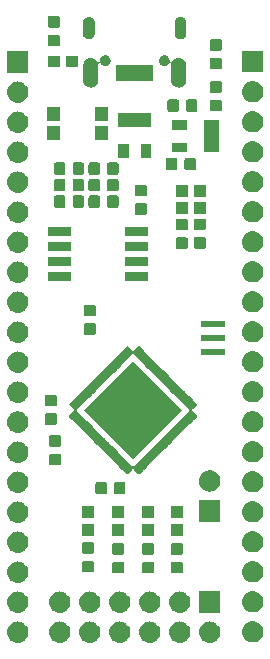
<source format=gts>
G04 #@! TF.GenerationSoftware,KiCad,Pcbnew,(5.0.0-3-g5ebb6b6)*
G04 #@! TF.CreationDate,2020-03-21T14:46:23-07:00*
G04 #@! TF.ProjectId,ravenna,726176656E6E612E6B696361645F7063,rev?*
G04 #@! TF.SameCoordinates,Original*
G04 #@! TF.FileFunction,Soldermask,Top*
G04 #@! TF.FilePolarity,Negative*
%FSLAX46Y46*%
G04 Gerber Fmt 4.6, Leading zero omitted, Abs format (unit mm)*
G04 Created by KiCad (PCBNEW (5.0.0-3-g5ebb6b6)) date Saturday, March 21, 2020 at 02:46:23 PM*
%MOMM*%
%LPD*%
G01*
G04 APERTURE LIST*
%ADD10C,0.100000*%
G04 APERTURE END LIST*
D10*
G04 #@! TO.C,IC1*
G36*
X148323469Y-111021525D02*
X144151539Y-115193455D01*
X148323469Y-119365385D01*
X152495399Y-115193455D01*
X148323469Y-111021525D01*
G37*
G36*
X153626770Y-115688430D02*
X153202506Y-115264166D01*
X152990374Y-115476298D01*
X153414638Y-115900562D01*
X153626770Y-115688430D01*
G37*
G36*
X153273216Y-116041983D02*
X152848952Y-115617719D01*
X152636820Y-115829851D01*
X153061084Y-116254115D01*
X153273216Y-116041983D01*
G37*
G36*
X152919663Y-116395537D02*
X152495399Y-115971272D01*
X152283267Y-116183404D01*
X152707531Y-116607669D01*
X152919663Y-116395537D01*
G37*
G36*
X152566110Y-116749090D02*
X152141846Y-116324826D01*
X151929714Y-116536958D01*
X152353978Y-116961222D01*
X152566110Y-116749090D01*
G37*
G36*
X152212556Y-117102643D02*
X151788292Y-116678379D01*
X151576160Y-116890511D01*
X152000424Y-117314775D01*
X152212556Y-117102643D01*
G37*
G36*
X151859003Y-117456197D02*
X151434739Y-117031933D01*
X151222607Y-117244065D01*
X151646871Y-117668329D01*
X151859003Y-117456197D01*
G37*
G36*
X151505450Y-117809750D02*
X151081185Y-117385486D01*
X150869053Y-117597618D01*
X151293317Y-118021882D01*
X151505450Y-117809750D01*
G37*
G36*
X151151896Y-118163303D02*
X150727632Y-117739039D01*
X150515500Y-117951171D01*
X150939764Y-118375436D01*
X151151896Y-118163303D01*
G37*
G36*
X150798343Y-118516857D02*
X150374079Y-118092593D01*
X150161947Y-118304725D01*
X150586211Y-118728989D01*
X150798343Y-118516857D01*
G37*
G36*
X150444789Y-118870410D02*
X150020525Y-118446146D01*
X149808393Y-118658278D01*
X150232657Y-119082542D01*
X150444789Y-118870410D01*
G37*
G36*
X150091236Y-119223964D02*
X149666972Y-118799700D01*
X149454840Y-119011832D01*
X149879104Y-119436096D01*
X150091236Y-119223964D01*
G37*
G36*
X149737683Y-119577517D02*
X149313418Y-119153253D01*
X149101286Y-119365385D01*
X149525551Y-119789649D01*
X149737683Y-119577517D01*
G37*
G36*
X149384129Y-119931070D02*
X148959865Y-119506806D01*
X148747733Y-119718938D01*
X149171997Y-120143202D01*
X149384129Y-119931070D01*
G37*
G36*
X149030576Y-120284624D02*
X148606312Y-119860360D01*
X148394180Y-120072492D01*
X148818444Y-120496756D01*
X149030576Y-120284624D01*
G37*
G36*
X147828494Y-120496756D02*
X148252758Y-120072492D01*
X148040626Y-119860360D01*
X147616362Y-120284624D01*
X147828494Y-120496756D01*
G37*
G36*
X147474941Y-120143202D02*
X147899205Y-119718938D01*
X147687073Y-119506806D01*
X147262809Y-119931070D01*
X147474941Y-120143202D01*
G37*
G36*
X147121387Y-119789649D02*
X147545652Y-119365385D01*
X147333520Y-119153253D01*
X146909255Y-119577517D01*
X147121387Y-119789649D01*
G37*
G36*
X146767834Y-119436096D02*
X147192098Y-119011832D01*
X146979966Y-118799700D01*
X146555702Y-119223964D01*
X146767834Y-119436096D01*
G37*
G36*
X146414281Y-119082542D02*
X146838545Y-118658278D01*
X146626413Y-118446146D01*
X146202149Y-118870410D01*
X146414281Y-119082542D01*
G37*
G36*
X146060727Y-118728989D02*
X146484991Y-118304725D01*
X146272859Y-118092593D01*
X145848595Y-118516857D01*
X146060727Y-118728989D01*
G37*
G36*
X145707174Y-118375436D02*
X146131438Y-117951171D01*
X145919306Y-117739039D01*
X145495042Y-118163303D01*
X145707174Y-118375436D01*
G37*
G36*
X145353621Y-118021882D02*
X145777885Y-117597618D01*
X145565753Y-117385486D01*
X145141488Y-117809750D01*
X145353621Y-118021882D01*
G37*
G36*
X145000067Y-117668329D02*
X145424331Y-117244065D01*
X145212199Y-117031933D01*
X144787935Y-117456197D01*
X145000067Y-117668329D01*
G37*
G36*
X144646514Y-117314775D02*
X145070778Y-116890511D01*
X144858646Y-116678379D01*
X144434382Y-117102643D01*
X144646514Y-117314775D01*
G37*
G36*
X144292960Y-116961222D02*
X144717224Y-116536958D01*
X144505092Y-116324826D01*
X144080828Y-116749090D01*
X144292960Y-116961222D01*
G37*
G36*
X143939407Y-116607669D02*
X144363671Y-116183404D01*
X144151539Y-115971272D01*
X143727275Y-116395537D01*
X143939407Y-116607669D01*
G37*
G36*
X143585854Y-116254115D02*
X144010118Y-115829851D01*
X143797986Y-115617719D01*
X143373722Y-116041983D01*
X143585854Y-116254115D01*
G37*
G36*
X143232300Y-115900562D02*
X143656564Y-115476298D01*
X143444432Y-115264166D01*
X143020168Y-115688430D01*
X143232300Y-115900562D01*
G37*
G36*
X143020168Y-114698480D02*
X143444432Y-115122744D01*
X143656564Y-114910612D01*
X143232300Y-114486348D01*
X143020168Y-114698480D01*
G37*
G36*
X143373722Y-114344927D02*
X143797986Y-114769191D01*
X144010118Y-114557059D01*
X143585854Y-114132795D01*
X143373722Y-114344927D01*
G37*
G36*
X143727275Y-113991373D02*
X144151539Y-114415638D01*
X144363671Y-114203506D01*
X143939407Y-113779241D01*
X143727275Y-113991373D01*
G37*
G36*
X144080828Y-113637820D02*
X144505092Y-114062084D01*
X144717224Y-113849952D01*
X144292960Y-113425688D01*
X144080828Y-113637820D01*
G37*
G36*
X144434382Y-113284267D02*
X144858646Y-113708531D01*
X145070778Y-113496399D01*
X144646514Y-113072135D01*
X144434382Y-113284267D01*
G37*
G36*
X144787935Y-112930713D02*
X145212199Y-113354977D01*
X145424331Y-113142845D01*
X145000067Y-112718581D01*
X144787935Y-112930713D01*
G37*
G36*
X145141488Y-112577160D02*
X145565753Y-113001424D01*
X145777885Y-112789292D01*
X145353621Y-112365028D01*
X145141488Y-112577160D01*
G37*
G36*
X145495042Y-112223607D02*
X145919306Y-112647871D01*
X146131438Y-112435739D01*
X145707174Y-112011474D01*
X145495042Y-112223607D01*
G37*
G36*
X145848595Y-111870053D02*
X146272859Y-112294317D01*
X146484991Y-112082185D01*
X146060727Y-111657921D01*
X145848595Y-111870053D01*
G37*
G36*
X146202149Y-111516500D02*
X146626413Y-111940764D01*
X146838545Y-111728632D01*
X146414281Y-111304368D01*
X146202149Y-111516500D01*
G37*
G36*
X146555702Y-111162946D02*
X146979966Y-111587210D01*
X147192098Y-111375078D01*
X146767834Y-110950814D01*
X146555702Y-111162946D01*
G37*
G36*
X146909255Y-110809393D02*
X147333520Y-111233657D01*
X147545652Y-111021525D01*
X147121387Y-110597261D01*
X146909255Y-110809393D01*
G37*
G36*
X147262809Y-110455840D02*
X147687073Y-110880104D01*
X147899205Y-110667972D01*
X147474941Y-110243708D01*
X147262809Y-110455840D01*
G37*
G36*
X147616362Y-110102286D02*
X148040626Y-110526550D01*
X148252758Y-110314418D01*
X147828494Y-109890154D01*
X147616362Y-110102286D01*
G37*
G36*
X148818444Y-109890154D02*
X148394180Y-110314418D01*
X148606312Y-110526550D01*
X149030576Y-110102286D01*
X148818444Y-109890154D01*
G37*
G36*
X149171997Y-110243708D02*
X148747733Y-110667972D01*
X148959865Y-110880104D01*
X149384129Y-110455840D01*
X149171997Y-110243708D01*
G37*
G36*
X149525551Y-110597261D02*
X149101286Y-111021525D01*
X149313418Y-111233657D01*
X149737683Y-110809393D01*
X149525551Y-110597261D01*
G37*
G36*
X149879104Y-110950814D02*
X149454840Y-111375078D01*
X149666972Y-111587210D01*
X150091236Y-111162946D01*
X149879104Y-110950814D01*
G37*
G36*
X150232657Y-111304368D02*
X149808393Y-111728632D01*
X150020525Y-111940764D01*
X150444789Y-111516500D01*
X150232657Y-111304368D01*
G37*
G36*
X150586211Y-111657921D02*
X150161947Y-112082185D01*
X150374079Y-112294317D01*
X150798343Y-111870053D01*
X150586211Y-111657921D01*
G37*
G36*
X150939764Y-112011474D02*
X150515500Y-112435739D01*
X150727632Y-112647871D01*
X151151896Y-112223607D01*
X150939764Y-112011474D01*
G37*
G36*
X151293317Y-112365028D02*
X150869053Y-112789292D01*
X151081185Y-113001424D01*
X151505450Y-112577160D01*
X151293317Y-112365028D01*
G37*
G36*
X151646871Y-112718581D02*
X151222607Y-113142845D01*
X151434739Y-113354977D01*
X151859003Y-112930713D01*
X151646871Y-112718581D01*
G37*
G36*
X152000424Y-113072135D02*
X151576160Y-113496399D01*
X151788292Y-113708531D01*
X152212556Y-113284267D01*
X152000424Y-113072135D01*
G37*
G36*
X152353978Y-113425688D02*
X151929714Y-113849952D01*
X152141846Y-114062084D01*
X152566110Y-113637820D01*
X152353978Y-113425688D01*
G37*
G36*
X152707531Y-113779241D02*
X152283267Y-114203506D01*
X152495399Y-114415638D01*
X152919663Y-113991373D01*
X152707531Y-113779241D01*
G37*
G36*
X153061084Y-114132795D02*
X152636820Y-114557059D01*
X152848952Y-114769191D01*
X153273216Y-114344927D01*
X153061084Y-114132795D01*
G37*
G36*
X153414638Y-114486348D02*
X152990374Y-114910612D01*
X153202506Y-115122744D01*
X153626770Y-114698480D01*
X153414638Y-114486348D01*
G37*
G36*
X154923442Y-133090518D02*
X154989627Y-133097037D01*
X155059250Y-133118157D01*
X155159467Y-133148557D01*
X155259115Y-133201821D01*
X155315991Y-133232222D01*
X155351729Y-133261552D01*
X155453186Y-133344814D01*
X155536448Y-133446271D01*
X155565778Y-133482009D01*
X155565779Y-133482011D01*
X155649443Y-133638533D01*
X155649443Y-133638534D01*
X155700963Y-133808373D01*
X155718359Y-133985000D01*
X155700963Y-134161627D01*
X155666616Y-134274853D01*
X155649443Y-134331467D01*
X155582028Y-134457589D01*
X155565778Y-134487991D01*
X155536448Y-134523729D01*
X155453186Y-134625186D01*
X155353033Y-134707378D01*
X155315991Y-134737778D01*
X155315989Y-134737779D01*
X155159467Y-134821443D01*
X155102853Y-134838616D01*
X154989627Y-134872963D01*
X154923442Y-134879482D01*
X154857260Y-134886000D01*
X154768740Y-134886000D01*
X154702558Y-134879482D01*
X154636373Y-134872963D01*
X154523147Y-134838616D01*
X154466533Y-134821443D01*
X154310011Y-134737779D01*
X154310009Y-134737778D01*
X154272967Y-134707378D01*
X154172814Y-134625186D01*
X154089552Y-134523729D01*
X154060222Y-134487991D01*
X154043972Y-134457589D01*
X153976557Y-134331467D01*
X153959384Y-134274853D01*
X153925037Y-134161627D01*
X153907641Y-133985000D01*
X153925037Y-133808373D01*
X153976557Y-133638534D01*
X153976557Y-133638533D01*
X154060221Y-133482011D01*
X154060222Y-133482009D01*
X154089552Y-133446271D01*
X154172814Y-133344814D01*
X154274271Y-133261552D01*
X154310009Y-133232222D01*
X154366885Y-133201821D01*
X154466533Y-133148557D01*
X154566750Y-133118157D01*
X154636373Y-133097037D01*
X154702558Y-133090518D01*
X154768740Y-133084000D01*
X154857260Y-133084000D01*
X154923442Y-133090518D01*
X154923442Y-133090518D01*
G37*
G36*
X152383442Y-133090518D02*
X152449627Y-133097037D01*
X152519250Y-133118157D01*
X152619467Y-133148557D01*
X152719115Y-133201821D01*
X152775991Y-133232222D01*
X152811729Y-133261552D01*
X152913186Y-133344814D01*
X152996448Y-133446271D01*
X153025778Y-133482009D01*
X153025779Y-133482011D01*
X153109443Y-133638533D01*
X153109443Y-133638534D01*
X153160963Y-133808373D01*
X153178359Y-133985000D01*
X153160963Y-134161627D01*
X153126616Y-134274853D01*
X153109443Y-134331467D01*
X153042028Y-134457589D01*
X153025778Y-134487991D01*
X152996448Y-134523729D01*
X152913186Y-134625186D01*
X152813033Y-134707378D01*
X152775991Y-134737778D01*
X152775989Y-134737779D01*
X152619467Y-134821443D01*
X152562853Y-134838616D01*
X152449627Y-134872963D01*
X152383442Y-134879482D01*
X152317260Y-134886000D01*
X152228740Y-134886000D01*
X152162558Y-134879482D01*
X152096373Y-134872963D01*
X151983147Y-134838616D01*
X151926533Y-134821443D01*
X151770011Y-134737779D01*
X151770009Y-134737778D01*
X151732967Y-134707378D01*
X151632814Y-134625186D01*
X151549552Y-134523729D01*
X151520222Y-134487991D01*
X151503972Y-134457589D01*
X151436557Y-134331467D01*
X151419384Y-134274853D01*
X151385037Y-134161627D01*
X151367641Y-133985000D01*
X151385037Y-133808373D01*
X151436557Y-133638534D01*
X151436557Y-133638533D01*
X151520221Y-133482011D01*
X151520222Y-133482009D01*
X151549552Y-133446271D01*
X151632814Y-133344814D01*
X151734271Y-133261552D01*
X151770009Y-133232222D01*
X151826885Y-133201821D01*
X151926533Y-133148557D01*
X152026750Y-133118157D01*
X152096373Y-133097037D01*
X152162558Y-133090518D01*
X152228740Y-133084000D01*
X152317260Y-133084000D01*
X152383442Y-133090518D01*
X152383442Y-133090518D01*
G37*
G36*
X149843442Y-133090518D02*
X149909627Y-133097037D01*
X149979250Y-133118157D01*
X150079467Y-133148557D01*
X150179115Y-133201821D01*
X150235991Y-133232222D01*
X150271729Y-133261552D01*
X150373186Y-133344814D01*
X150456448Y-133446271D01*
X150485778Y-133482009D01*
X150485779Y-133482011D01*
X150569443Y-133638533D01*
X150569443Y-133638534D01*
X150620963Y-133808373D01*
X150638359Y-133985000D01*
X150620963Y-134161627D01*
X150586616Y-134274853D01*
X150569443Y-134331467D01*
X150502028Y-134457589D01*
X150485778Y-134487991D01*
X150456448Y-134523729D01*
X150373186Y-134625186D01*
X150273033Y-134707378D01*
X150235991Y-134737778D01*
X150235989Y-134737779D01*
X150079467Y-134821443D01*
X150022853Y-134838616D01*
X149909627Y-134872963D01*
X149843442Y-134879482D01*
X149777260Y-134886000D01*
X149688740Y-134886000D01*
X149622558Y-134879482D01*
X149556373Y-134872963D01*
X149443147Y-134838616D01*
X149386533Y-134821443D01*
X149230011Y-134737779D01*
X149230009Y-134737778D01*
X149192967Y-134707378D01*
X149092814Y-134625186D01*
X149009552Y-134523729D01*
X148980222Y-134487991D01*
X148963972Y-134457589D01*
X148896557Y-134331467D01*
X148879384Y-134274853D01*
X148845037Y-134161627D01*
X148827641Y-133985000D01*
X148845037Y-133808373D01*
X148896557Y-133638534D01*
X148896557Y-133638533D01*
X148980221Y-133482011D01*
X148980222Y-133482009D01*
X149009552Y-133446271D01*
X149092814Y-133344814D01*
X149194271Y-133261552D01*
X149230009Y-133232222D01*
X149286885Y-133201821D01*
X149386533Y-133148557D01*
X149486750Y-133118157D01*
X149556373Y-133097037D01*
X149622558Y-133090518D01*
X149688740Y-133084000D01*
X149777260Y-133084000D01*
X149843442Y-133090518D01*
X149843442Y-133090518D01*
G37*
G36*
X147303442Y-133090518D02*
X147369627Y-133097037D01*
X147439250Y-133118157D01*
X147539467Y-133148557D01*
X147639115Y-133201821D01*
X147695991Y-133232222D01*
X147731729Y-133261552D01*
X147833186Y-133344814D01*
X147916448Y-133446271D01*
X147945778Y-133482009D01*
X147945779Y-133482011D01*
X148029443Y-133638533D01*
X148029443Y-133638534D01*
X148080963Y-133808373D01*
X148098359Y-133985000D01*
X148080963Y-134161627D01*
X148046616Y-134274853D01*
X148029443Y-134331467D01*
X147962028Y-134457589D01*
X147945778Y-134487991D01*
X147916448Y-134523729D01*
X147833186Y-134625186D01*
X147733033Y-134707378D01*
X147695991Y-134737778D01*
X147695989Y-134737779D01*
X147539467Y-134821443D01*
X147482853Y-134838616D01*
X147369627Y-134872963D01*
X147303442Y-134879482D01*
X147237260Y-134886000D01*
X147148740Y-134886000D01*
X147082558Y-134879482D01*
X147016373Y-134872963D01*
X146903147Y-134838616D01*
X146846533Y-134821443D01*
X146690011Y-134737779D01*
X146690009Y-134737778D01*
X146652967Y-134707378D01*
X146552814Y-134625186D01*
X146469552Y-134523729D01*
X146440222Y-134487991D01*
X146423972Y-134457589D01*
X146356557Y-134331467D01*
X146339384Y-134274853D01*
X146305037Y-134161627D01*
X146287641Y-133985000D01*
X146305037Y-133808373D01*
X146356557Y-133638534D01*
X146356557Y-133638533D01*
X146440221Y-133482011D01*
X146440222Y-133482009D01*
X146469552Y-133446271D01*
X146552814Y-133344814D01*
X146654271Y-133261552D01*
X146690009Y-133232222D01*
X146746885Y-133201821D01*
X146846533Y-133148557D01*
X146946750Y-133118157D01*
X147016373Y-133097037D01*
X147082558Y-133090518D01*
X147148740Y-133084000D01*
X147237260Y-133084000D01*
X147303442Y-133090518D01*
X147303442Y-133090518D01*
G37*
G36*
X144763442Y-133090518D02*
X144829627Y-133097037D01*
X144899250Y-133118157D01*
X144999467Y-133148557D01*
X145099115Y-133201821D01*
X145155991Y-133232222D01*
X145191729Y-133261552D01*
X145293186Y-133344814D01*
X145376448Y-133446271D01*
X145405778Y-133482009D01*
X145405779Y-133482011D01*
X145489443Y-133638533D01*
X145489443Y-133638534D01*
X145540963Y-133808373D01*
X145558359Y-133985000D01*
X145540963Y-134161627D01*
X145506616Y-134274853D01*
X145489443Y-134331467D01*
X145422028Y-134457589D01*
X145405778Y-134487991D01*
X145376448Y-134523729D01*
X145293186Y-134625186D01*
X145193033Y-134707378D01*
X145155991Y-134737778D01*
X145155989Y-134737779D01*
X144999467Y-134821443D01*
X144942853Y-134838616D01*
X144829627Y-134872963D01*
X144763442Y-134879482D01*
X144697260Y-134886000D01*
X144608740Y-134886000D01*
X144542558Y-134879482D01*
X144476373Y-134872963D01*
X144363147Y-134838616D01*
X144306533Y-134821443D01*
X144150011Y-134737779D01*
X144150009Y-134737778D01*
X144112967Y-134707378D01*
X144012814Y-134625186D01*
X143929552Y-134523729D01*
X143900222Y-134487991D01*
X143883972Y-134457589D01*
X143816557Y-134331467D01*
X143799384Y-134274853D01*
X143765037Y-134161627D01*
X143747641Y-133985000D01*
X143765037Y-133808373D01*
X143816557Y-133638534D01*
X143816557Y-133638533D01*
X143900221Y-133482011D01*
X143900222Y-133482009D01*
X143929552Y-133446271D01*
X144012814Y-133344814D01*
X144114271Y-133261552D01*
X144150009Y-133232222D01*
X144206885Y-133201821D01*
X144306533Y-133148557D01*
X144406750Y-133118157D01*
X144476373Y-133097037D01*
X144542558Y-133090518D01*
X144608740Y-133084000D01*
X144697260Y-133084000D01*
X144763442Y-133090518D01*
X144763442Y-133090518D01*
G37*
G36*
X142223442Y-133090518D02*
X142289627Y-133097037D01*
X142359250Y-133118157D01*
X142459467Y-133148557D01*
X142559115Y-133201821D01*
X142615991Y-133232222D01*
X142651729Y-133261552D01*
X142753186Y-133344814D01*
X142836448Y-133446271D01*
X142865778Y-133482009D01*
X142865779Y-133482011D01*
X142949443Y-133638533D01*
X142949443Y-133638534D01*
X143000963Y-133808373D01*
X143018359Y-133985000D01*
X143000963Y-134161627D01*
X142966616Y-134274853D01*
X142949443Y-134331467D01*
X142882028Y-134457589D01*
X142865778Y-134487991D01*
X142836448Y-134523729D01*
X142753186Y-134625186D01*
X142653033Y-134707378D01*
X142615991Y-134737778D01*
X142615989Y-134737779D01*
X142459467Y-134821443D01*
X142402853Y-134838616D01*
X142289627Y-134872963D01*
X142223442Y-134879482D01*
X142157260Y-134886000D01*
X142068740Y-134886000D01*
X142002558Y-134879482D01*
X141936373Y-134872963D01*
X141823147Y-134838616D01*
X141766533Y-134821443D01*
X141610011Y-134737779D01*
X141610009Y-134737778D01*
X141572967Y-134707378D01*
X141472814Y-134625186D01*
X141389552Y-134523729D01*
X141360222Y-134487991D01*
X141343972Y-134457589D01*
X141276557Y-134331467D01*
X141259384Y-134274853D01*
X141225037Y-134161627D01*
X141207641Y-133985000D01*
X141225037Y-133808373D01*
X141276557Y-133638534D01*
X141276557Y-133638533D01*
X141360221Y-133482011D01*
X141360222Y-133482009D01*
X141389552Y-133446271D01*
X141472814Y-133344814D01*
X141574271Y-133261552D01*
X141610009Y-133232222D01*
X141666885Y-133201821D01*
X141766533Y-133148557D01*
X141866750Y-133118157D01*
X141936373Y-133097037D01*
X142002558Y-133090518D01*
X142068740Y-133084000D01*
X142157260Y-133084000D01*
X142223442Y-133090518D01*
X142223442Y-133090518D01*
G37*
G36*
X138667442Y-133090518D02*
X138733627Y-133097037D01*
X138803250Y-133118157D01*
X138903467Y-133148557D01*
X139003115Y-133201821D01*
X139059991Y-133232222D01*
X139095729Y-133261552D01*
X139197186Y-133344814D01*
X139280448Y-133446271D01*
X139309778Y-133482009D01*
X139309779Y-133482011D01*
X139393443Y-133638533D01*
X139393443Y-133638534D01*
X139444963Y-133808373D01*
X139462359Y-133985000D01*
X139444963Y-134161627D01*
X139410616Y-134274853D01*
X139393443Y-134331467D01*
X139326028Y-134457589D01*
X139309778Y-134487991D01*
X139280448Y-134523729D01*
X139197186Y-134625186D01*
X139097033Y-134707378D01*
X139059991Y-134737778D01*
X139059989Y-134737779D01*
X138903467Y-134821443D01*
X138846853Y-134838616D01*
X138733627Y-134872963D01*
X138667442Y-134879482D01*
X138601260Y-134886000D01*
X138512740Y-134886000D01*
X138446558Y-134879482D01*
X138380373Y-134872963D01*
X138267147Y-134838616D01*
X138210533Y-134821443D01*
X138054011Y-134737779D01*
X138054009Y-134737778D01*
X138016967Y-134707378D01*
X137916814Y-134625186D01*
X137833552Y-134523729D01*
X137804222Y-134487991D01*
X137787972Y-134457589D01*
X137720557Y-134331467D01*
X137703384Y-134274853D01*
X137669037Y-134161627D01*
X137651641Y-133985000D01*
X137669037Y-133808373D01*
X137720557Y-133638534D01*
X137720557Y-133638533D01*
X137804221Y-133482011D01*
X137804222Y-133482009D01*
X137833552Y-133446271D01*
X137916814Y-133344814D01*
X138018271Y-133261552D01*
X138054009Y-133232222D01*
X138110885Y-133201821D01*
X138210533Y-133148557D01*
X138310750Y-133118157D01*
X138380373Y-133097037D01*
X138446558Y-133090518D01*
X138512740Y-133084000D01*
X138601260Y-133084000D01*
X138667442Y-133090518D01*
X138667442Y-133090518D01*
G37*
G36*
X158555542Y-133060118D02*
X158621727Y-133066637D01*
X158734953Y-133100984D01*
X158791567Y-133118157D01*
X158930187Y-133192252D01*
X158948091Y-133201822D01*
X158983829Y-133231152D01*
X159085286Y-133314414D01*
X159168548Y-133415871D01*
X159197878Y-133451609D01*
X159197879Y-133451611D01*
X159281543Y-133608133D01*
X159290765Y-133638534D01*
X159333063Y-133777973D01*
X159350459Y-133954600D01*
X159333063Y-134131227D01*
X159323841Y-134161627D01*
X159281543Y-134301067D01*
X159207448Y-134439687D01*
X159197878Y-134457591D01*
X159172931Y-134487989D01*
X159085286Y-134594786D01*
X158983829Y-134678048D01*
X158948091Y-134707378D01*
X158948089Y-134707379D01*
X158791567Y-134791043D01*
X158734953Y-134808216D01*
X158621727Y-134842563D01*
X158555543Y-134849081D01*
X158489360Y-134855600D01*
X158400840Y-134855600D01*
X158334657Y-134849081D01*
X158268473Y-134842563D01*
X158155247Y-134808216D01*
X158098633Y-134791043D01*
X157942111Y-134707379D01*
X157942109Y-134707378D01*
X157906371Y-134678048D01*
X157804914Y-134594786D01*
X157717269Y-134487989D01*
X157692322Y-134457591D01*
X157682752Y-134439687D01*
X157608657Y-134301067D01*
X157566359Y-134161627D01*
X157557137Y-134131227D01*
X157539741Y-133954600D01*
X157557137Y-133777973D01*
X157599435Y-133638534D01*
X157608657Y-133608133D01*
X157692321Y-133451611D01*
X157692322Y-133451609D01*
X157721652Y-133415871D01*
X157804914Y-133314414D01*
X157906371Y-133231152D01*
X157942109Y-133201822D01*
X157960013Y-133192252D01*
X158098633Y-133118157D01*
X158155247Y-133100984D01*
X158268473Y-133066637D01*
X158334658Y-133060118D01*
X158400840Y-133053600D01*
X158489360Y-133053600D01*
X158555542Y-133060118D01*
X158555542Y-133060118D01*
G37*
G36*
X152383443Y-130550519D02*
X152449627Y-130557037D01*
X152519250Y-130578157D01*
X152619467Y-130608557D01*
X152719115Y-130661821D01*
X152775991Y-130692222D01*
X152811729Y-130721552D01*
X152913186Y-130804814D01*
X152996448Y-130906271D01*
X153025778Y-130942009D01*
X153025779Y-130942011D01*
X153109443Y-131098533D01*
X153109443Y-131098534D01*
X153160963Y-131268373D01*
X153178359Y-131445000D01*
X153160963Y-131621627D01*
X153126616Y-131734853D01*
X153109443Y-131791467D01*
X153042028Y-131917589D01*
X153025778Y-131947991D01*
X152996448Y-131983729D01*
X152913186Y-132085186D01*
X152813033Y-132167378D01*
X152775991Y-132197778D01*
X152775989Y-132197779D01*
X152619467Y-132281443D01*
X152562853Y-132298616D01*
X152449627Y-132332963D01*
X152383442Y-132339482D01*
X152317260Y-132346000D01*
X152228740Y-132346000D01*
X152162558Y-132339482D01*
X152096373Y-132332963D01*
X151983147Y-132298616D01*
X151926533Y-132281443D01*
X151770011Y-132197779D01*
X151770009Y-132197778D01*
X151732967Y-132167378D01*
X151632814Y-132085186D01*
X151549552Y-131983729D01*
X151520222Y-131947991D01*
X151503972Y-131917589D01*
X151436557Y-131791467D01*
X151419384Y-131734853D01*
X151385037Y-131621627D01*
X151367641Y-131445000D01*
X151385037Y-131268373D01*
X151436557Y-131098534D01*
X151436557Y-131098533D01*
X151520221Y-130942011D01*
X151520222Y-130942009D01*
X151549552Y-130906271D01*
X151632814Y-130804814D01*
X151734271Y-130721552D01*
X151770009Y-130692222D01*
X151826885Y-130661821D01*
X151926533Y-130608557D01*
X152026750Y-130578157D01*
X152096373Y-130557037D01*
X152162557Y-130550519D01*
X152228740Y-130544000D01*
X152317260Y-130544000D01*
X152383443Y-130550519D01*
X152383443Y-130550519D01*
G37*
G36*
X155714000Y-132346000D02*
X153912000Y-132346000D01*
X153912000Y-130544000D01*
X155714000Y-130544000D01*
X155714000Y-132346000D01*
X155714000Y-132346000D01*
G37*
G36*
X138667443Y-130550519D02*
X138733627Y-130557037D01*
X138803250Y-130578157D01*
X138903467Y-130608557D01*
X139003115Y-130661821D01*
X139059991Y-130692222D01*
X139095729Y-130721552D01*
X139197186Y-130804814D01*
X139280448Y-130906271D01*
X139309778Y-130942009D01*
X139309779Y-130942011D01*
X139393443Y-131098533D01*
X139393443Y-131098534D01*
X139444963Y-131268373D01*
X139462359Y-131445000D01*
X139444963Y-131621627D01*
X139410616Y-131734853D01*
X139393443Y-131791467D01*
X139326028Y-131917589D01*
X139309778Y-131947991D01*
X139280448Y-131983729D01*
X139197186Y-132085186D01*
X139097033Y-132167378D01*
X139059991Y-132197778D01*
X139059989Y-132197779D01*
X138903467Y-132281443D01*
X138846853Y-132298616D01*
X138733627Y-132332963D01*
X138667442Y-132339482D01*
X138601260Y-132346000D01*
X138512740Y-132346000D01*
X138446558Y-132339482D01*
X138380373Y-132332963D01*
X138267147Y-132298616D01*
X138210533Y-132281443D01*
X138054011Y-132197779D01*
X138054009Y-132197778D01*
X138016967Y-132167378D01*
X137916814Y-132085186D01*
X137833552Y-131983729D01*
X137804222Y-131947991D01*
X137787972Y-131917589D01*
X137720557Y-131791467D01*
X137703384Y-131734853D01*
X137669037Y-131621627D01*
X137651641Y-131445000D01*
X137669037Y-131268373D01*
X137720557Y-131098534D01*
X137720557Y-131098533D01*
X137804221Y-130942011D01*
X137804222Y-130942009D01*
X137833552Y-130906271D01*
X137916814Y-130804814D01*
X138018271Y-130721552D01*
X138054009Y-130692222D01*
X138110885Y-130661821D01*
X138210533Y-130608557D01*
X138310750Y-130578157D01*
X138380373Y-130557037D01*
X138446557Y-130550519D01*
X138512740Y-130544000D01*
X138601260Y-130544000D01*
X138667443Y-130550519D01*
X138667443Y-130550519D01*
G37*
G36*
X142223443Y-130550519D02*
X142289627Y-130557037D01*
X142359250Y-130578157D01*
X142459467Y-130608557D01*
X142559115Y-130661821D01*
X142615991Y-130692222D01*
X142651729Y-130721552D01*
X142753186Y-130804814D01*
X142836448Y-130906271D01*
X142865778Y-130942009D01*
X142865779Y-130942011D01*
X142949443Y-131098533D01*
X142949443Y-131098534D01*
X143000963Y-131268373D01*
X143018359Y-131445000D01*
X143000963Y-131621627D01*
X142966616Y-131734853D01*
X142949443Y-131791467D01*
X142882028Y-131917589D01*
X142865778Y-131947991D01*
X142836448Y-131983729D01*
X142753186Y-132085186D01*
X142653033Y-132167378D01*
X142615991Y-132197778D01*
X142615989Y-132197779D01*
X142459467Y-132281443D01*
X142402853Y-132298616D01*
X142289627Y-132332963D01*
X142223442Y-132339482D01*
X142157260Y-132346000D01*
X142068740Y-132346000D01*
X142002558Y-132339482D01*
X141936373Y-132332963D01*
X141823147Y-132298616D01*
X141766533Y-132281443D01*
X141610011Y-132197779D01*
X141610009Y-132197778D01*
X141572967Y-132167378D01*
X141472814Y-132085186D01*
X141389552Y-131983729D01*
X141360222Y-131947991D01*
X141343972Y-131917589D01*
X141276557Y-131791467D01*
X141259384Y-131734853D01*
X141225037Y-131621627D01*
X141207641Y-131445000D01*
X141225037Y-131268373D01*
X141276557Y-131098534D01*
X141276557Y-131098533D01*
X141360221Y-130942011D01*
X141360222Y-130942009D01*
X141389552Y-130906271D01*
X141472814Y-130804814D01*
X141574271Y-130721552D01*
X141610009Y-130692222D01*
X141666885Y-130661821D01*
X141766533Y-130608557D01*
X141866750Y-130578157D01*
X141936373Y-130557037D01*
X142002557Y-130550519D01*
X142068740Y-130544000D01*
X142157260Y-130544000D01*
X142223443Y-130550519D01*
X142223443Y-130550519D01*
G37*
G36*
X144763443Y-130550519D02*
X144829627Y-130557037D01*
X144899250Y-130578157D01*
X144999467Y-130608557D01*
X145099115Y-130661821D01*
X145155991Y-130692222D01*
X145191729Y-130721552D01*
X145293186Y-130804814D01*
X145376448Y-130906271D01*
X145405778Y-130942009D01*
X145405779Y-130942011D01*
X145489443Y-131098533D01*
X145489443Y-131098534D01*
X145540963Y-131268373D01*
X145558359Y-131445000D01*
X145540963Y-131621627D01*
X145506616Y-131734853D01*
X145489443Y-131791467D01*
X145422028Y-131917589D01*
X145405778Y-131947991D01*
X145376448Y-131983729D01*
X145293186Y-132085186D01*
X145193033Y-132167378D01*
X145155991Y-132197778D01*
X145155989Y-132197779D01*
X144999467Y-132281443D01*
X144942853Y-132298616D01*
X144829627Y-132332963D01*
X144763442Y-132339482D01*
X144697260Y-132346000D01*
X144608740Y-132346000D01*
X144542558Y-132339482D01*
X144476373Y-132332963D01*
X144363147Y-132298616D01*
X144306533Y-132281443D01*
X144150011Y-132197779D01*
X144150009Y-132197778D01*
X144112967Y-132167378D01*
X144012814Y-132085186D01*
X143929552Y-131983729D01*
X143900222Y-131947991D01*
X143883972Y-131917589D01*
X143816557Y-131791467D01*
X143799384Y-131734853D01*
X143765037Y-131621627D01*
X143747641Y-131445000D01*
X143765037Y-131268373D01*
X143816557Y-131098534D01*
X143816557Y-131098533D01*
X143900221Y-130942011D01*
X143900222Y-130942009D01*
X143929552Y-130906271D01*
X144012814Y-130804814D01*
X144114271Y-130721552D01*
X144150009Y-130692222D01*
X144206885Y-130661821D01*
X144306533Y-130608557D01*
X144406750Y-130578157D01*
X144476373Y-130557037D01*
X144542557Y-130550519D01*
X144608740Y-130544000D01*
X144697260Y-130544000D01*
X144763443Y-130550519D01*
X144763443Y-130550519D01*
G37*
G36*
X147303443Y-130550519D02*
X147369627Y-130557037D01*
X147439250Y-130578157D01*
X147539467Y-130608557D01*
X147639115Y-130661821D01*
X147695991Y-130692222D01*
X147731729Y-130721552D01*
X147833186Y-130804814D01*
X147916448Y-130906271D01*
X147945778Y-130942009D01*
X147945779Y-130942011D01*
X148029443Y-131098533D01*
X148029443Y-131098534D01*
X148080963Y-131268373D01*
X148098359Y-131445000D01*
X148080963Y-131621627D01*
X148046616Y-131734853D01*
X148029443Y-131791467D01*
X147962028Y-131917589D01*
X147945778Y-131947991D01*
X147916448Y-131983729D01*
X147833186Y-132085186D01*
X147733033Y-132167378D01*
X147695991Y-132197778D01*
X147695989Y-132197779D01*
X147539467Y-132281443D01*
X147482853Y-132298616D01*
X147369627Y-132332963D01*
X147303442Y-132339482D01*
X147237260Y-132346000D01*
X147148740Y-132346000D01*
X147082558Y-132339482D01*
X147016373Y-132332963D01*
X146903147Y-132298616D01*
X146846533Y-132281443D01*
X146690011Y-132197779D01*
X146690009Y-132197778D01*
X146652967Y-132167378D01*
X146552814Y-132085186D01*
X146469552Y-131983729D01*
X146440222Y-131947991D01*
X146423972Y-131917589D01*
X146356557Y-131791467D01*
X146339384Y-131734853D01*
X146305037Y-131621627D01*
X146287641Y-131445000D01*
X146305037Y-131268373D01*
X146356557Y-131098534D01*
X146356557Y-131098533D01*
X146440221Y-130942011D01*
X146440222Y-130942009D01*
X146469552Y-130906271D01*
X146552814Y-130804814D01*
X146654271Y-130721552D01*
X146690009Y-130692222D01*
X146746885Y-130661821D01*
X146846533Y-130608557D01*
X146946750Y-130578157D01*
X147016373Y-130557037D01*
X147082557Y-130550519D01*
X147148740Y-130544000D01*
X147237260Y-130544000D01*
X147303443Y-130550519D01*
X147303443Y-130550519D01*
G37*
G36*
X149843443Y-130550519D02*
X149909627Y-130557037D01*
X149979250Y-130578157D01*
X150079467Y-130608557D01*
X150179115Y-130661821D01*
X150235991Y-130692222D01*
X150271729Y-130721552D01*
X150373186Y-130804814D01*
X150456448Y-130906271D01*
X150485778Y-130942009D01*
X150485779Y-130942011D01*
X150569443Y-131098533D01*
X150569443Y-131098534D01*
X150620963Y-131268373D01*
X150638359Y-131445000D01*
X150620963Y-131621627D01*
X150586616Y-131734853D01*
X150569443Y-131791467D01*
X150502028Y-131917589D01*
X150485778Y-131947991D01*
X150456448Y-131983729D01*
X150373186Y-132085186D01*
X150273033Y-132167378D01*
X150235991Y-132197778D01*
X150235989Y-132197779D01*
X150079467Y-132281443D01*
X150022853Y-132298616D01*
X149909627Y-132332963D01*
X149843442Y-132339482D01*
X149777260Y-132346000D01*
X149688740Y-132346000D01*
X149622558Y-132339482D01*
X149556373Y-132332963D01*
X149443147Y-132298616D01*
X149386533Y-132281443D01*
X149230011Y-132197779D01*
X149230009Y-132197778D01*
X149192967Y-132167378D01*
X149092814Y-132085186D01*
X149009552Y-131983729D01*
X148980222Y-131947991D01*
X148963972Y-131917589D01*
X148896557Y-131791467D01*
X148879384Y-131734853D01*
X148845037Y-131621627D01*
X148827641Y-131445000D01*
X148845037Y-131268373D01*
X148896557Y-131098534D01*
X148896557Y-131098533D01*
X148980221Y-130942011D01*
X148980222Y-130942009D01*
X149009552Y-130906271D01*
X149092814Y-130804814D01*
X149194271Y-130721552D01*
X149230009Y-130692222D01*
X149286885Y-130661821D01*
X149386533Y-130608557D01*
X149486750Y-130578157D01*
X149556373Y-130557037D01*
X149622557Y-130550519D01*
X149688740Y-130544000D01*
X149777260Y-130544000D01*
X149843443Y-130550519D01*
X149843443Y-130550519D01*
G37*
G36*
X158555542Y-130520118D02*
X158621727Y-130526637D01*
X158734953Y-130560984D01*
X158791567Y-130578157D01*
X158930187Y-130652252D01*
X158948091Y-130661822D01*
X158983829Y-130691152D01*
X159085286Y-130774414D01*
X159168548Y-130875871D01*
X159197878Y-130911609D01*
X159197879Y-130911611D01*
X159281543Y-131068133D01*
X159290765Y-131098534D01*
X159333063Y-131237973D01*
X159350459Y-131414600D01*
X159333063Y-131591227D01*
X159323841Y-131621627D01*
X159281543Y-131761067D01*
X159207448Y-131899687D01*
X159197878Y-131917591D01*
X159172931Y-131947989D01*
X159085286Y-132054786D01*
X158983829Y-132138048D01*
X158948091Y-132167378D01*
X158948089Y-132167379D01*
X158791567Y-132251043D01*
X158734953Y-132268216D01*
X158621727Y-132302563D01*
X158555542Y-132309082D01*
X158489360Y-132315600D01*
X158400840Y-132315600D01*
X158334658Y-132309082D01*
X158268473Y-132302563D01*
X158155247Y-132268216D01*
X158098633Y-132251043D01*
X157942111Y-132167379D01*
X157942109Y-132167378D01*
X157906371Y-132138048D01*
X157804914Y-132054786D01*
X157717269Y-131947989D01*
X157692322Y-131917591D01*
X157682752Y-131899687D01*
X157608657Y-131761067D01*
X157566359Y-131621627D01*
X157557137Y-131591227D01*
X157539741Y-131414600D01*
X157557137Y-131237973D01*
X157599435Y-131098534D01*
X157608657Y-131068133D01*
X157692321Y-130911611D01*
X157692322Y-130911609D01*
X157721652Y-130875871D01*
X157804914Y-130774414D01*
X157906371Y-130691152D01*
X157942109Y-130661822D01*
X157960013Y-130652252D01*
X158098633Y-130578157D01*
X158155247Y-130560984D01*
X158268473Y-130526637D01*
X158334658Y-130520118D01*
X158400840Y-130513600D01*
X158489360Y-130513600D01*
X158555542Y-130520118D01*
X158555542Y-130520118D01*
G37*
G36*
X138667443Y-128010519D02*
X138733627Y-128017037D01*
X138841939Y-128049893D01*
X138903467Y-128068557D01*
X138981524Y-128110280D01*
X139059991Y-128152222D01*
X139095729Y-128181552D01*
X139197186Y-128264814D01*
X139280448Y-128366271D01*
X139309778Y-128402009D01*
X139309779Y-128402011D01*
X139393443Y-128558533D01*
X139393443Y-128558534D01*
X139444963Y-128728373D01*
X139462359Y-128905000D01*
X139444963Y-129081627D01*
X139410616Y-129194853D01*
X139393443Y-129251467D01*
X139326028Y-129377589D01*
X139309778Y-129407991D01*
X139280448Y-129443729D01*
X139197186Y-129545186D01*
X139097033Y-129627378D01*
X139059991Y-129657778D01*
X139059989Y-129657779D01*
X138903467Y-129741443D01*
X138846853Y-129758616D01*
X138733627Y-129792963D01*
X138667443Y-129799481D01*
X138601260Y-129806000D01*
X138512740Y-129806000D01*
X138446557Y-129799481D01*
X138380373Y-129792963D01*
X138267147Y-129758616D01*
X138210533Y-129741443D01*
X138054011Y-129657779D01*
X138054009Y-129657778D01*
X138016967Y-129627378D01*
X137916814Y-129545186D01*
X137833552Y-129443729D01*
X137804222Y-129407991D01*
X137787972Y-129377589D01*
X137720557Y-129251467D01*
X137703384Y-129194853D01*
X137669037Y-129081627D01*
X137651641Y-128905000D01*
X137669037Y-128728373D01*
X137720557Y-128558534D01*
X137720557Y-128558533D01*
X137804221Y-128402011D01*
X137804222Y-128402009D01*
X137833552Y-128366271D01*
X137916814Y-128264814D01*
X138018271Y-128181552D01*
X138054009Y-128152222D01*
X138132476Y-128110280D01*
X138210533Y-128068557D01*
X138272061Y-128049893D01*
X138380373Y-128017037D01*
X138446557Y-128010519D01*
X138512740Y-128004000D01*
X138601260Y-128004000D01*
X138667443Y-128010519D01*
X138667443Y-128010519D01*
G37*
G36*
X158534967Y-127978092D02*
X158621727Y-127986637D01*
X158734953Y-128020984D01*
X158791567Y-128038157D01*
X158863607Y-128076664D01*
X158948091Y-128121822D01*
X158975178Y-128144052D01*
X159085286Y-128234414D01*
X159168548Y-128335871D01*
X159197878Y-128371609D01*
X159197879Y-128371611D01*
X159281543Y-128528133D01*
X159290765Y-128558534D01*
X159333063Y-128697973D01*
X159350459Y-128874600D01*
X159333063Y-129051227D01*
X159323841Y-129081627D01*
X159281543Y-129221067D01*
X159207448Y-129359687D01*
X159197878Y-129377591D01*
X159172931Y-129407989D01*
X159085286Y-129514786D01*
X158983829Y-129598048D01*
X158948091Y-129627378D01*
X158948089Y-129627379D01*
X158791567Y-129711043D01*
X158734953Y-129728216D01*
X158621727Y-129762563D01*
X158555542Y-129769082D01*
X158489360Y-129775600D01*
X158400840Y-129775600D01*
X158334658Y-129769082D01*
X158268473Y-129762563D01*
X158155247Y-129728216D01*
X158098633Y-129711043D01*
X157942111Y-129627379D01*
X157942109Y-129627378D01*
X157906371Y-129598048D01*
X157804914Y-129514786D01*
X157717269Y-129407989D01*
X157692322Y-129377591D01*
X157682752Y-129359687D01*
X157608657Y-129221067D01*
X157566359Y-129081627D01*
X157557137Y-129051227D01*
X157539741Y-128874600D01*
X157557137Y-128697973D01*
X157599435Y-128558534D01*
X157608657Y-128528133D01*
X157692321Y-128371611D01*
X157692322Y-128371609D01*
X157721652Y-128335871D01*
X157804914Y-128234414D01*
X157915022Y-128144052D01*
X157942109Y-128121822D01*
X158026593Y-128076664D01*
X158098633Y-128038157D01*
X158155247Y-128020984D01*
X158268473Y-127986637D01*
X158355233Y-127978092D01*
X158400840Y-127973600D01*
X158489360Y-127973600D01*
X158534967Y-127978092D01*
X158534967Y-127978092D01*
G37*
G36*
X152398591Y-128039585D02*
X152432569Y-128049893D01*
X152463887Y-128066633D01*
X152491339Y-128089161D01*
X152513867Y-128116613D01*
X152530607Y-128147931D01*
X152540915Y-128181909D01*
X152545000Y-128223390D01*
X152545000Y-128824610D01*
X152540915Y-128866091D01*
X152530607Y-128900069D01*
X152513867Y-128931387D01*
X152491339Y-128958839D01*
X152463887Y-128981367D01*
X152432569Y-128998107D01*
X152398591Y-129008415D01*
X152357110Y-129012500D01*
X151680890Y-129012500D01*
X151639409Y-129008415D01*
X151605431Y-128998107D01*
X151574113Y-128981367D01*
X151546661Y-128958839D01*
X151524133Y-128931387D01*
X151507393Y-128900069D01*
X151497085Y-128866091D01*
X151493000Y-128824610D01*
X151493000Y-128223390D01*
X151497085Y-128181909D01*
X151507393Y-128147931D01*
X151524133Y-128116613D01*
X151546661Y-128089161D01*
X151574113Y-128066633D01*
X151605431Y-128049893D01*
X151639409Y-128039585D01*
X151680890Y-128035500D01*
X152357110Y-128035500D01*
X152398591Y-128039585D01*
X152398591Y-128039585D01*
G37*
G36*
X149985591Y-128039585D02*
X150019569Y-128049893D01*
X150050887Y-128066633D01*
X150078339Y-128089161D01*
X150100867Y-128116613D01*
X150117607Y-128147931D01*
X150127915Y-128181909D01*
X150132000Y-128223390D01*
X150132000Y-128824610D01*
X150127915Y-128866091D01*
X150117607Y-128900069D01*
X150100867Y-128931387D01*
X150078339Y-128958839D01*
X150050887Y-128981367D01*
X150019569Y-128998107D01*
X149985591Y-129008415D01*
X149944110Y-129012500D01*
X149267890Y-129012500D01*
X149226409Y-129008415D01*
X149192431Y-128998107D01*
X149161113Y-128981367D01*
X149133661Y-128958839D01*
X149111133Y-128931387D01*
X149094393Y-128900069D01*
X149084085Y-128866091D01*
X149080000Y-128824610D01*
X149080000Y-128223390D01*
X149084085Y-128181909D01*
X149094393Y-128147931D01*
X149111133Y-128116613D01*
X149133661Y-128089161D01*
X149161113Y-128066633D01*
X149192431Y-128049893D01*
X149226409Y-128039585D01*
X149267890Y-128035500D01*
X149944110Y-128035500D01*
X149985591Y-128039585D01*
X149985591Y-128039585D01*
G37*
G36*
X147445591Y-128039585D02*
X147479569Y-128049893D01*
X147510887Y-128066633D01*
X147538339Y-128089161D01*
X147560867Y-128116613D01*
X147577607Y-128147931D01*
X147587915Y-128181909D01*
X147592000Y-128223390D01*
X147592000Y-128824610D01*
X147587915Y-128866091D01*
X147577607Y-128900069D01*
X147560867Y-128931387D01*
X147538339Y-128958839D01*
X147510887Y-128981367D01*
X147479569Y-128998107D01*
X147445591Y-129008415D01*
X147404110Y-129012500D01*
X146727890Y-129012500D01*
X146686409Y-129008415D01*
X146652431Y-128998107D01*
X146621113Y-128981367D01*
X146593661Y-128958839D01*
X146571133Y-128931387D01*
X146554393Y-128900069D01*
X146544085Y-128866091D01*
X146540000Y-128824610D01*
X146540000Y-128223390D01*
X146544085Y-128181909D01*
X146554393Y-128147931D01*
X146571133Y-128116613D01*
X146593661Y-128089161D01*
X146621113Y-128066633D01*
X146652431Y-128049893D01*
X146686409Y-128039585D01*
X146727890Y-128035500D01*
X147404110Y-128035500D01*
X147445591Y-128039585D01*
X147445591Y-128039585D01*
G37*
G36*
X144905591Y-127963585D02*
X144939569Y-127973893D01*
X144970887Y-127990633D01*
X144998339Y-128013161D01*
X145020867Y-128040613D01*
X145037607Y-128071931D01*
X145047915Y-128105909D01*
X145052000Y-128147390D01*
X145052000Y-128748610D01*
X145047915Y-128790091D01*
X145037607Y-128824069D01*
X145020867Y-128855387D01*
X144998339Y-128882839D01*
X144970887Y-128905367D01*
X144939569Y-128922107D01*
X144905591Y-128932415D01*
X144864110Y-128936500D01*
X144187890Y-128936500D01*
X144146409Y-128932415D01*
X144112431Y-128922107D01*
X144081113Y-128905367D01*
X144053661Y-128882839D01*
X144031133Y-128855387D01*
X144014393Y-128824069D01*
X144004085Y-128790091D01*
X144000000Y-128748610D01*
X144000000Y-128147390D01*
X144004085Y-128105909D01*
X144014393Y-128071931D01*
X144031133Y-128040613D01*
X144053661Y-128013161D01*
X144081113Y-127990633D01*
X144112431Y-127973893D01*
X144146409Y-127963585D01*
X144187890Y-127959500D01*
X144864110Y-127959500D01*
X144905591Y-127963585D01*
X144905591Y-127963585D01*
G37*
G36*
X152398591Y-126464585D02*
X152432569Y-126474893D01*
X152463887Y-126491633D01*
X152491339Y-126514161D01*
X152513867Y-126541613D01*
X152530607Y-126572931D01*
X152540915Y-126606909D01*
X152545000Y-126648390D01*
X152545000Y-127249610D01*
X152540915Y-127291091D01*
X152530607Y-127325069D01*
X152513867Y-127356387D01*
X152491339Y-127383839D01*
X152463887Y-127406367D01*
X152432569Y-127423107D01*
X152398591Y-127433415D01*
X152357110Y-127437500D01*
X151680890Y-127437500D01*
X151639409Y-127433415D01*
X151605431Y-127423107D01*
X151574113Y-127406367D01*
X151546661Y-127383839D01*
X151524133Y-127356387D01*
X151507393Y-127325069D01*
X151497085Y-127291091D01*
X151493000Y-127249610D01*
X151493000Y-126648390D01*
X151497085Y-126606909D01*
X151507393Y-126572931D01*
X151524133Y-126541613D01*
X151546661Y-126514161D01*
X151574113Y-126491633D01*
X151605431Y-126474893D01*
X151639409Y-126464585D01*
X151680890Y-126460500D01*
X152357110Y-126460500D01*
X152398591Y-126464585D01*
X152398591Y-126464585D01*
G37*
G36*
X147445591Y-126464585D02*
X147479569Y-126474893D01*
X147510887Y-126491633D01*
X147538339Y-126514161D01*
X147560867Y-126541613D01*
X147577607Y-126572931D01*
X147587915Y-126606909D01*
X147592000Y-126648390D01*
X147592000Y-127249610D01*
X147587915Y-127291091D01*
X147577607Y-127325069D01*
X147560867Y-127356387D01*
X147538339Y-127383839D01*
X147510887Y-127406367D01*
X147479569Y-127423107D01*
X147445591Y-127433415D01*
X147404110Y-127437500D01*
X146727890Y-127437500D01*
X146686409Y-127433415D01*
X146652431Y-127423107D01*
X146621113Y-127406367D01*
X146593661Y-127383839D01*
X146571133Y-127356387D01*
X146554393Y-127325069D01*
X146544085Y-127291091D01*
X146540000Y-127249610D01*
X146540000Y-126648390D01*
X146544085Y-126606909D01*
X146554393Y-126572931D01*
X146571133Y-126541613D01*
X146593661Y-126514161D01*
X146621113Y-126491633D01*
X146652431Y-126474893D01*
X146686409Y-126464585D01*
X146727890Y-126460500D01*
X147404110Y-126460500D01*
X147445591Y-126464585D01*
X147445591Y-126464585D01*
G37*
G36*
X149985591Y-126464585D02*
X150019569Y-126474893D01*
X150050887Y-126491633D01*
X150078339Y-126514161D01*
X150100867Y-126541613D01*
X150117607Y-126572931D01*
X150127915Y-126606909D01*
X150132000Y-126648390D01*
X150132000Y-127249610D01*
X150127915Y-127291091D01*
X150117607Y-127325069D01*
X150100867Y-127356387D01*
X150078339Y-127383839D01*
X150050887Y-127406367D01*
X150019569Y-127423107D01*
X149985591Y-127433415D01*
X149944110Y-127437500D01*
X149267890Y-127437500D01*
X149226409Y-127433415D01*
X149192431Y-127423107D01*
X149161113Y-127406367D01*
X149133661Y-127383839D01*
X149111133Y-127356387D01*
X149094393Y-127325069D01*
X149084085Y-127291091D01*
X149080000Y-127249610D01*
X149080000Y-126648390D01*
X149084085Y-126606909D01*
X149094393Y-126572931D01*
X149111133Y-126541613D01*
X149133661Y-126514161D01*
X149161113Y-126491633D01*
X149192431Y-126474893D01*
X149226409Y-126464585D01*
X149267890Y-126460500D01*
X149944110Y-126460500D01*
X149985591Y-126464585D01*
X149985591Y-126464585D01*
G37*
G36*
X144905591Y-126388585D02*
X144939569Y-126398893D01*
X144970887Y-126415633D01*
X144998339Y-126438161D01*
X145020867Y-126465613D01*
X145037607Y-126496931D01*
X145047915Y-126530909D01*
X145052000Y-126572390D01*
X145052000Y-127173610D01*
X145047915Y-127215091D01*
X145037607Y-127249069D01*
X145020867Y-127280387D01*
X144998339Y-127307839D01*
X144970887Y-127330367D01*
X144939569Y-127347107D01*
X144905591Y-127357415D01*
X144864110Y-127361500D01*
X144187890Y-127361500D01*
X144146409Y-127357415D01*
X144112431Y-127347107D01*
X144081113Y-127330367D01*
X144053661Y-127307839D01*
X144031133Y-127280387D01*
X144014393Y-127249069D01*
X144004085Y-127215091D01*
X144000000Y-127173610D01*
X144000000Y-126572390D01*
X144004085Y-126530909D01*
X144014393Y-126496931D01*
X144031133Y-126465613D01*
X144053661Y-126438161D01*
X144081113Y-126415633D01*
X144112431Y-126398893D01*
X144146409Y-126388585D01*
X144187890Y-126384500D01*
X144864110Y-126384500D01*
X144905591Y-126388585D01*
X144905591Y-126388585D01*
G37*
G36*
X138667442Y-125470518D02*
X138733627Y-125477037D01*
X138803250Y-125498157D01*
X138903467Y-125528557D01*
X139003115Y-125581821D01*
X139059991Y-125612222D01*
X139095729Y-125641552D01*
X139197186Y-125724814D01*
X139280448Y-125826271D01*
X139309778Y-125862009D01*
X139309779Y-125862011D01*
X139393443Y-126018533D01*
X139393443Y-126018534D01*
X139444963Y-126188373D01*
X139462359Y-126365000D01*
X139444963Y-126541627D01*
X139412577Y-126648390D01*
X139393443Y-126711467D01*
X139326028Y-126837589D01*
X139309778Y-126867991D01*
X139280448Y-126903729D01*
X139197186Y-127005186D01*
X139097033Y-127087378D01*
X139059991Y-127117778D01*
X139059989Y-127117779D01*
X138903467Y-127201443D01*
X138846853Y-127218616D01*
X138733627Y-127252963D01*
X138667443Y-127259481D01*
X138601260Y-127266000D01*
X138512740Y-127266000D01*
X138446557Y-127259481D01*
X138380373Y-127252963D01*
X138267147Y-127218616D01*
X138210533Y-127201443D01*
X138054011Y-127117779D01*
X138054009Y-127117778D01*
X138016967Y-127087378D01*
X137916814Y-127005186D01*
X137833552Y-126903729D01*
X137804222Y-126867991D01*
X137787972Y-126837589D01*
X137720557Y-126711467D01*
X137701423Y-126648390D01*
X137669037Y-126541627D01*
X137651641Y-126365000D01*
X137669037Y-126188373D01*
X137720557Y-126018534D01*
X137720557Y-126018533D01*
X137804221Y-125862011D01*
X137804222Y-125862009D01*
X137833552Y-125826271D01*
X137916814Y-125724814D01*
X138018271Y-125641552D01*
X138054009Y-125612222D01*
X138110885Y-125581821D01*
X138210533Y-125528557D01*
X138310750Y-125498157D01*
X138380373Y-125477037D01*
X138446558Y-125470518D01*
X138512740Y-125464000D01*
X138601260Y-125464000D01*
X138667442Y-125470518D01*
X138667442Y-125470518D01*
G37*
G36*
X158555543Y-125440119D02*
X158621727Y-125446637D01*
X158734953Y-125480984D01*
X158791567Y-125498157D01*
X158930187Y-125572252D01*
X158948091Y-125581822D01*
X158983829Y-125611152D01*
X159085286Y-125694414D01*
X159168548Y-125795871D01*
X159197878Y-125831609D01*
X159197879Y-125831611D01*
X159281543Y-125988133D01*
X159290765Y-126018534D01*
X159333063Y-126157973D01*
X159350459Y-126334600D01*
X159333063Y-126511227D01*
X159304038Y-126606909D01*
X159281543Y-126681067D01*
X159207448Y-126819687D01*
X159197878Y-126837591D01*
X159172931Y-126867989D01*
X159085286Y-126974786D01*
X158983829Y-127058048D01*
X158948091Y-127087378D01*
X158948089Y-127087379D01*
X158791567Y-127171043D01*
X158734953Y-127188216D01*
X158621727Y-127222563D01*
X158555543Y-127229081D01*
X158489360Y-127235600D01*
X158400840Y-127235600D01*
X158334657Y-127229081D01*
X158268473Y-127222563D01*
X158155247Y-127188216D01*
X158098633Y-127171043D01*
X157942111Y-127087379D01*
X157942109Y-127087378D01*
X157906371Y-127058048D01*
X157804914Y-126974786D01*
X157717269Y-126867989D01*
X157692322Y-126837591D01*
X157682752Y-126819687D01*
X157608657Y-126681067D01*
X157586162Y-126606909D01*
X157557137Y-126511227D01*
X157539741Y-126334600D01*
X157557137Y-126157973D01*
X157599435Y-126018534D01*
X157608657Y-125988133D01*
X157692321Y-125831611D01*
X157692322Y-125831609D01*
X157721652Y-125795871D01*
X157804914Y-125694414D01*
X157906371Y-125611152D01*
X157942109Y-125581822D01*
X157960013Y-125572252D01*
X158098633Y-125498157D01*
X158155247Y-125480984D01*
X158268473Y-125446637D01*
X158334657Y-125440119D01*
X158400840Y-125433600D01*
X158489360Y-125433600D01*
X158555543Y-125440119D01*
X158555543Y-125440119D01*
G37*
G36*
X152520600Y-125850600D02*
X151517400Y-125850600D01*
X151517400Y-124847400D01*
X152520600Y-124847400D01*
X152520600Y-125850600D01*
X152520600Y-125850600D01*
G37*
G36*
X150107600Y-125850600D02*
X149104400Y-125850600D01*
X149104400Y-124847400D01*
X150107600Y-124847400D01*
X150107600Y-125850600D01*
X150107600Y-125850600D01*
G37*
G36*
X147567600Y-125850600D02*
X146564400Y-125850600D01*
X146564400Y-124847400D01*
X147567600Y-124847400D01*
X147567600Y-125850600D01*
X147567600Y-125850600D01*
G37*
G36*
X145027600Y-125850600D02*
X144024400Y-125850600D01*
X144024400Y-124847400D01*
X145027600Y-124847400D01*
X145027600Y-125850600D01*
X145027600Y-125850600D01*
G37*
G36*
X138667443Y-122930519D02*
X138733627Y-122937037D01*
X138803250Y-122958157D01*
X138903467Y-122988557D01*
X139003115Y-123041821D01*
X139059991Y-123072222D01*
X139095729Y-123101552D01*
X139197186Y-123184814D01*
X139280448Y-123286271D01*
X139309778Y-123322009D01*
X139309779Y-123322011D01*
X139393443Y-123478533D01*
X139393443Y-123478534D01*
X139444963Y-123648373D01*
X139462359Y-123825000D01*
X139444963Y-124001627D01*
X139410616Y-124114853D01*
X139393443Y-124171467D01*
X139326028Y-124297589D01*
X139309778Y-124327991D01*
X139291223Y-124350600D01*
X139197186Y-124465186D01*
X139097033Y-124547378D01*
X139059991Y-124577778D01*
X139059989Y-124577779D01*
X138903467Y-124661443D01*
X138846853Y-124678616D01*
X138733627Y-124712963D01*
X138667443Y-124719481D01*
X138601260Y-124726000D01*
X138512740Y-124726000D01*
X138446557Y-124719481D01*
X138380373Y-124712963D01*
X138267147Y-124678616D01*
X138210533Y-124661443D01*
X138054011Y-124577779D01*
X138054009Y-124577778D01*
X138016967Y-124547378D01*
X137916814Y-124465186D01*
X137822777Y-124350600D01*
X137804222Y-124327991D01*
X137787972Y-124297589D01*
X137720557Y-124171467D01*
X137703384Y-124114853D01*
X137669037Y-124001627D01*
X137651641Y-123825000D01*
X137669037Y-123648373D01*
X137720557Y-123478534D01*
X137720557Y-123478533D01*
X137804221Y-123322011D01*
X137804222Y-123322009D01*
X137833552Y-123286271D01*
X137916814Y-123184814D01*
X138018271Y-123101552D01*
X138054009Y-123072222D01*
X138110885Y-123041821D01*
X138210533Y-122988557D01*
X138310750Y-122958157D01*
X138380373Y-122937037D01*
X138446557Y-122930519D01*
X138512740Y-122924000D01*
X138601260Y-122924000D01*
X138667443Y-122930519D01*
X138667443Y-122930519D01*
G37*
G36*
X158555542Y-122900118D02*
X158621727Y-122906637D01*
X158734953Y-122940984D01*
X158791567Y-122958157D01*
X158930187Y-123032252D01*
X158948091Y-123041822D01*
X158983829Y-123071152D01*
X159085286Y-123154414D01*
X159168548Y-123255871D01*
X159197878Y-123291609D01*
X159197879Y-123291611D01*
X159281543Y-123448133D01*
X159290765Y-123478534D01*
X159333063Y-123617973D01*
X159350459Y-123794600D01*
X159333063Y-123971227D01*
X159323841Y-124001627D01*
X159281543Y-124141067D01*
X159207448Y-124279687D01*
X159197878Y-124297591D01*
X159172931Y-124327989D01*
X159085286Y-124434786D01*
X158983829Y-124518048D01*
X158948091Y-124547378D01*
X158948089Y-124547379D01*
X158791567Y-124631043D01*
X158734953Y-124648216D01*
X158621727Y-124682563D01*
X158555542Y-124689082D01*
X158489360Y-124695600D01*
X158400840Y-124695600D01*
X158334658Y-124689082D01*
X158268473Y-124682563D01*
X158155247Y-124648216D01*
X158098633Y-124631043D01*
X157942111Y-124547379D01*
X157942109Y-124547378D01*
X157906371Y-124518048D01*
X157804914Y-124434786D01*
X157717269Y-124327989D01*
X157692322Y-124297591D01*
X157682752Y-124279687D01*
X157608657Y-124141067D01*
X157566359Y-124001627D01*
X157557137Y-123971227D01*
X157539741Y-123794600D01*
X157557137Y-123617973D01*
X157599435Y-123478534D01*
X157608657Y-123448133D01*
X157692321Y-123291611D01*
X157692322Y-123291609D01*
X157721652Y-123255871D01*
X157804914Y-123154414D01*
X157906371Y-123071152D01*
X157942109Y-123041822D01*
X157960013Y-123032252D01*
X158098633Y-122958157D01*
X158155247Y-122940984D01*
X158268473Y-122906637D01*
X158334658Y-122900118D01*
X158400840Y-122893600D01*
X158489360Y-122893600D01*
X158555542Y-122900118D01*
X158555542Y-122900118D01*
G37*
G36*
X155714000Y-124624400D02*
X153912000Y-124624400D01*
X153912000Y-122822400D01*
X155714000Y-122822400D01*
X155714000Y-124624400D01*
X155714000Y-124624400D01*
G37*
G36*
X152520600Y-124350600D02*
X151517400Y-124350600D01*
X151517400Y-123347400D01*
X152520600Y-123347400D01*
X152520600Y-124350600D01*
X152520600Y-124350600D01*
G37*
G36*
X150107600Y-124350600D02*
X149104400Y-124350600D01*
X149104400Y-123347400D01*
X150107600Y-123347400D01*
X150107600Y-124350600D01*
X150107600Y-124350600D01*
G37*
G36*
X147567600Y-124350600D02*
X146564400Y-124350600D01*
X146564400Y-123347400D01*
X147567600Y-123347400D01*
X147567600Y-124350600D01*
X147567600Y-124350600D01*
G37*
G36*
X145027600Y-124350600D02*
X144024400Y-124350600D01*
X144024400Y-123347400D01*
X145027600Y-123347400D01*
X145027600Y-124350600D01*
X145027600Y-124350600D01*
G37*
G36*
X145960091Y-121271085D02*
X145994069Y-121281393D01*
X146025387Y-121298133D01*
X146052839Y-121320661D01*
X146075367Y-121348113D01*
X146092107Y-121379431D01*
X146102415Y-121413409D01*
X146106500Y-121454890D01*
X146106500Y-122131110D01*
X146102415Y-122172591D01*
X146092107Y-122206569D01*
X146075367Y-122237887D01*
X146052839Y-122265339D01*
X146025387Y-122287867D01*
X145994069Y-122304607D01*
X145960091Y-122314915D01*
X145918610Y-122319000D01*
X145317390Y-122319000D01*
X145275909Y-122314915D01*
X145241931Y-122304607D01*
X145210613Y-122287867D01*
X145183161Y-122265339D01*
X145160633Y-122237887D01*
X145143893Y-122206569D01*
X145133585Y-122172591D01*
X145129500Y-122131110D01*
X145129500Y-121454890D01*
X145133585Y-121413409D01*
X145143893Y-121379431D01*
X145160633Y-121348113D01*
X145183161Y-121320661D01*
X145210613Y-121298133D01*
X145241931Y-121281393D01*
X145275909Y-121271085D01*
X145317390Y-121267000D01*
X145918610Y-121267000D01*
X145960091Y-121271085D01*
X145960091Y-121271085D01*
G37*
G36*
X147535091Y-121271085D02*
X147569069Y-121281393D01*
X147600387Y-121298133D01*
X147627839Y-121320661D01*
X147650367Y-121348113D01*
X147667107Y-121379431D01*
X147677415Y-121413409D01*
X147681500Y-121454890D01*
X147681500Y-122131110D01*
X147677415Y-122172591D01*
X147667107Y-122206569D01*
X147650367Y-122237887D01*
X147627839Y-122265339D01*
X147600387Y-122287867D01*
X147569069Y-122304607D01*
X147535091Y-122314915D01*
X147493610Y-122319000D01*
X146892390Y-122319000D01*
X146850909Y-122314915D01*
X146816931Y-122304607D01*
X146785613Y-122287867D01*
X146758161Y-122265339D01*
X146735633Y-122237887D01*
X146718893Y-122206569D01*
X146708585Y-122172591D01*
X146704500Y-122131110D01*
X146704500Y-121454890D01*
X146708585Y-121413409D01*
X146718893Y-121379431D01*
X146735633Y-121348113D01*
X146758161Y-121320661D01*
X146785613Y-121298133D01*
X146816931Y-121281393D01*
X146850909Y-121271085D01*
X146892390Y-121267000D01*
X147493610Y-121267000D01*
X147535091Y-121271085D01*
X147535091Y-121271085D01*
G37*
G36*
X138667443Y-120390519D02*
X138733627Y-120397037D01*
X138803250Y-120418157D01*
X138903467Y-120448557D01*
X139003115Y-120501821D01*
X139059991Y-120532222D01*
X139083464Y-120551486D01*
X139197186Y-120644814D01*
X139280448Y-120746271D01*
X139309778Y-120782009D01*
X139309779Y-120782011D01*
X139393443Y-120938533D01*
X139393443Y-120938534D01*
X139444963Y-121108373D01*
X139462359Y-121285000D01*
X139444963Y-121461627D01*
X139410616Y-121574853D01*
X139393443Y-121631467D01*
X139364086Y-121686389D01*
X139309778Y-121787991D01*
X139280567Y-121823585D01*
X139197186Y-121925186D01*
X139097033Y-122007378D01*
X139059991Y-122037778D01*
X139059989Y-122037779D01*
X138903467Y-122121443D01*
X138846853Y-122138616D01*
X138733627Y-122172963D01*
X138667442Y-122179482D01*
X138601260Y-122186000D01*
X138512740Y-122186000D01*
X138446558Y-122179482D01*
X138380373Y-122172963D01*
X138267147Y-122138616D01*
X138210533Y-122121443D01*
X138054011Y-122037779D01*
X138054009Y-122037778D01*
X138016967Y-122007378D01*
X137916814Y-121925186D01*
X137833433Y-121823585D01*
X137804222Y-121787991D01*
X137749914Y-121686389D01*
X137720557Y-121631467D01*
X137703384Y-121574853D01*
X137669037Y-121461627D01*
X137651641Y-121285000D01*
X137669037Y-121108373D01*
X137720557Y-120938534D01*
X137720557Y-120938533D01*
X137804221Y-120782011D01*
X137804222Y-120782009D01*
X137833552Y-120746271D01*
X137916814Y-120644814D01*
X138030536Y-120551486D01*
X138054009Y-120532222D01*
X138110885Y-120501821D01*
X138210533Y-120448557D01*
X138310750Y-120418157D01*
X138380373Y-120397037D01*
X138446557Y-120390519D01*
X138512740Y-120384000D01*
X138601260Y-120384000D01*
X138667443Y-120390519D01*
X138667443Y-120390519D01*
G37*
G36*
X158555543Y-120360119D02*
X158621727Y-120366637D01*
X158734953Y-120400984D01*
X158791567Y-120418157D01*
X158930187Y-120492252D01*
X158948091Y-120501822D01*
X158983829Y-120531152D01*
X159085286Y-120614414D01*
X159168548Y-120715871D01*
X159197878Y-120751609D01*
X159197879Y-120751611D01*
X159281543Y-120908133D01*
X159290765Y-120938534D01*
X159333063Y-121077973D01*
X159350459Y-121254600D01*
X159333063Y-121431227D01*
X159323841Y-121461627D01*
X159281543Y-121601067D01*
X159207448Y-121739687D01*
X159197878Y-121757591D01*
X159172931Y-121787989D01*
X159085286Y-121894786D01*
X158983829Y-121978048D01*
X158948091Y-122007378D01*
X158948089Y-122007379D01*
X158791567Y-122091043D01*
X158734953Y-122108216D01*
X158621727Y-122142563D01*
X158555542Y-122149082D01*
X158489360Y-122155600D01*
X158400840Y-122155600D01*
X158334658Y-122149082D01*
X158268473Y-122142563D01*
X158155247Y-122108216D01*
X158098633Y-122091043D01*
X157942111Y-122007379D01*
X157942109Y-122007378D01*
X157906371Y-121978048D01*
X157804914Y-121894786D01*
X157717269Y-121787989D01*
X157692322Y-121757591D01*
X157682752Y-121739687D01*
X157608657Y-121601067D01*
X157566359Y-121461627D01*
X157557137Y-121431227D01*
X157539741Y-121254600D01*
X157557137Y-121077973D01*
X157599435Y-120938534D01*
X157608657Y-120908133D01*
X157692321Y-120751611D01*
X157692322Y-120751609D01*
X157721652Y-120715871D01*
X157804914Y-120614414D01*
X157906371Y-120531152D01*
X157942109Y-120501822D01*
X157960013Y-120492252D01*
X158098633Y-120418157D01*
X158155247Y-120400984D01*
X158268473Y-120366637D01*
X158334657Y-120360119D01*
X158400840Y-120353600D01*
X158489360Y-120353600D01*
X158555543Y-120360119D01*
X158555543Y-120360119D01*
G37*
G36*
X154923442Y-120288918D02*
X154989627Y-120295437D01*
X155068797Y-120319453D01*
X155159467Y-120346957D01*
X155292671Y-120418157D01*
X155315991Y-120430622D01*
X155351729Y-120459952D01*
X155453186Y-120543214D01*
X155511617Y-120614414D01*
X155565778Y-120680409D01*
X155565779Y-120680411D01*
X155649443Y-120836933D01*
X155649443Y-120836934D01*
X155700963Y-121006773D01*
X155718359Y-121183400D01*
X155700963Y-121360027D01*
X155683444Y-121417780D01*
X155649443Y-121529867D01*
X155611386Y-121601066D01*
X155565778Y-121686391D01*
X155536448Y-121722129D01*
X155453186Y-121823586D01*
X155366428Y-121894785D01*
X155315991Y-121936178D01*
X155315989Y-121936179D01*
X155159467Y-122019843D01*
X155102853Y-122037016D01*
X154989627Y-122071363D01*
X154923442Y-122077882D01*
X154857260Y-122084400D01*
X154768740Y-122084400D01*
X154702558Y-122077882D01*
X154636373Y-122071363D01*
X154523147Y-122037016D01*
X154466533Y-122019843D01*
X154310011Y-121936179D01*
X154310009Y-121936178D01*
X154259572Y-121894785D01*
X154172814Y-121823586D01*
X154089552Y-121722129D01*
X154060222Y-121686391D01*
X154014614Y-121601066D01*
X153976557Y-121529867D01*
X153942556Y-121417780D01*
X153925037Y-121360027D01*
X153907641Y-121183400D01*
X153925037Y-121006773D01*
X153976557Y-120836934D01*
X153976557Y-120836933D01*
X154060221Y-120680411D01*
X154060222Y-120680409D01*
X154114383Y-120614414D01*
X154172814Y-120543214D01*
X154274271Y-120459952D01*
X154310009Y-120430622D01*
X154333329Y-120418157D01*
X154466533Y-120346957D01*
X154557203Y-120319453D01*
X154636373Y-120295437D01*
X154702558Y-120288918D01*
X154768740Y-120282400D01*
X154857260Y-120282400D01*
X154923442Y-120288918D01*
X154923442Y-120288918D01*
G37*
G36*
X148830674Y-109774499D02*
X148842437Y-109778067D01*
X148853274Y-109783860D01*
X148867550Y-109795576D01*
X149125154Y-110053180D01*
X149136871Y-110067457D01*
X149143363Y-110079603D01*
X149156976Y-110099978D01*
X149174303Y-110117306D01*
X149194681Y-110130922D01*
X149206828Y-110137414D01*
X149221103Y-110149130D01*
X149478707Y-110406734D01*
X149490423Y-110421009D01*
X149496915Y-110433156D01*
X149510528Y-110453531D01*
X149527855Y-110470858D01*
X149548234Y-110484474D01*
X149560380Y-110490966D01*
X149574657Y-110502683D01*
X149832261Y-110760287D01*
X149843979Y-110774565D01*
X149850472Y-110786712D01*
X149864086Y-110807087D01*
X149881413Y-110824414D01*
X149901785Y-110838025D01*
X149913932Y-110844518D01*
X149928210Y-110856236D01*
X150185814Y-111113840D01*
X150197531Y-111128117D01*
X150204023Y-111140263D01*
X150217636Y-111160638D01*
X150234963Y-111177966D01*
X150255341Y-111191582D01*
X150267488Y-111198074D01*
X150281763Y-111209790D01*
X150539367Y-111467394D01*
X150551083Y-111481669D01*
X150557575Y-111493816D01*
X150571188Y-111514191D01*
X150588515Y-111531518D01*
X150608894Y-111545134D01*
X150621040Y-111551626D01*
X150635317Y-111563343D01*
X150892921Y-111820947D01*
X150904638Y-111835224D01*
X150911130Y-111847370D01*
X150924743Y-111867745D01*
X150942070Y-111885073D01*
X150962448Y-111898689D01*
X150974595Y-111905181D01*
X150988870Y-111916897D01*
X151246474Y-112174501D01*
X151258192Y-112188779D01*
X151264685Y-112200926D01*
X151278299Y-112221301D01*
X151295626Y-112238628D01*
X151315998Y-112252239D01*
X151328145Y-112258732D01*
X151342423Y-112270450D01*
X151600027Y-112528054D01*
X151611743Y-112542329D01*
X151618235Y-112554476D01*
X151631848Y-112574851D01*
X151649175Y-112592178D01*
X151669554Y-112605794D01*
X151681700Y-112612286D01*
X151695977Y-112624003D01*
X151953581Y-112881607D01*
X151965298Y-112895884D01*
X151971790Y-112908030D01*
X151985403Y-112928405D01*
X152002730Y-112945733D01*
X152023108Y-112959349D01*
X152035255Y-112965841D01*
X152049530Y-112977557D01*
X152307134Y-113235161D01*
X152318850Y-113249436D01*
X152325342Y-113261583D01*
X152338955Y-113281958D01*
X152356282Y-113299285D01*
X152376661Y-113312901D01*
X152388807Y-113319393D01*
X152403084Y-113331110D01*
X152660688Y-113588714D01*
X152672406Y-113602992D01*
X152678899Y-113615139D01*
X152692513Y-113635514D01*
X152709840Y-113652841D01*
X152730212Y-113666452D01*
X152742359Y-113672945D01*
X152756637Y-113684663D01*
X153014241Y-113942267D01*
X153025958Y-113956544D01*
X153032450Y-113968690D01*
X153046063Y-113989065D01*
X153063390Y-114006393D01*
X153083768Y-114020009D01*
X153095915Y-114026501D01*
X153110190Y-114038217D01*
X153367794Y-114295821D01*
X153379510Y-114310096D01*
X153386002Y-114322243D01*
X153399615Y-114342618D01*
X153416942Y-114359945D01*
X153437321Y-114373561D01*
X153449467Y-114380053D01*
X153463744Y-114391770D01*
X153721348Y-114649374D01*
X153733064Y-114663650D01*
X153738857Y-114674487D01*
X153742425Y-114686250D01*
X153743629Y-114698480D01*
X153742425Y-114710710D01*
X153738857Y-114722473D01*
X153733064Y-114733310D01*
X153721348Y-114747586D01*
X153363867Y-115105067D01*
X153348321Y-115124009D01*
X153336770Y-115145620D01*
X153329657Y-115169069D01*
X153327255Y-115193455D01*
X153329657Y-115217841D01*
X153336770Y-115241290D01*
X153348321Y-115262901D01*
X153363867Y-115281843D01*
X153721348Y-115639324D01*
X153733064Y-115653600D01*
X153738857Y-115664437D01*
X153742425Y-115676200D01*
X153743629Y-115688430D01*
X153742425Y-115700660D01*
X153738857Y-115712423D01*
X153733064Y-115723260D01*
X153721348Y-115737536D01*
X153463744Y-115995140D01*
X153449467Y-116006857D01*
X153437321Y-116013349D01*
X153416946Y-116026962D01*
X153399618Y-116044289D01*
X153386002Y-116064667D01*
X153379510Y-116076814D01*
X153367794Y-116091089D01*
X153110190Y-116348693D01*
X153095915Y-116360409D01*
X153083768Y-116366901D01*
X153063393Y-116380514D01*
X153046066Y-116397841D01*
X153032450Y-116418220D01*
X153025958Y-116430366D01*
X153014241Y-116444643D01*
X152756637Y-116702247D01*
X152742359Y-116713965D01*
X152730212Y-116720458D01*
X152709837Y-116734072D01*
X152692510Y-116751399D01*
X152678899Y-116771771D01*
X152672406Y-116783918D01*
X152660688Y-116798196D01*
X152403084Y-117055800D01*
X152388807Y-117067517D01*
X152376661Y-117074009D01*
X152356286Y-117087622D01*
X152338958Y-117104949D01*
X152325342Y-117125327D01*
X152318850Y-117137474D01*
X152307134Y-117151749D01*
X152049530Y-117409353D01*
X152035255Y-117421069D01*
X152023108Y-117427561D01*
X152002733Y-117441174D01*
X151985406Y-117458501D01*
X151971790Y-117478880D01*
X151965298Y-117491026D01*
X151953581Y-117505303D01*
X151695977Y-117762907D01*
X151681700Y-117774624D01*
X151669554Y-117781116D01*
X151649179Y-117794729D01*
X151631851Y-117812056D01*
X151618235Y-117832434D01*
X151611743Y-117844581D01*
X151600027Y-117858856D01*
X151342423Y-118116460D01*
X151328145Y-118128178D01*
X151315998Y-118134671D01*
X151295623Y-118148285D01*
X151278296Y-118165612D01*
X151264685Y-118185984D01*
X151258192Y-118198131D01*
X151246474Y-118212409D01*
X150988870Y-118470013D01*
X150974595Y-118481729D01*
X150962448Y-118488221D01*
X150942073Y-118501834D01*
X150924746Y-118519161D01*
X150911130Y-118539540D01*
X150904638Y-118551686D01*
X150892921Y-118565963D01*
X150635317Y-118823567D01*
X150621040Y-118835284D01*
X150608894Y-118841776D01*
X150588519Y-118855389D01*
X150571191Y-118872716D01*
X150557575Y-118893094D01*
X150551083Y-118905241D01*
X150539367Y-118919516D01*
X150281763Y-119177120D01*
X150267488Y-119188836D01*
X150255341Y-119195328D01*
X150234966Y-119208941D01*
X150217639Y-119226268D01*
X150204023Y-119246647D01*
X150197531Y-119258793D01*
X150185814Y-119273070D01*
X149928210Y-119530674D01*
X149913932Y-119542392D01*
X149901785Y-119548885D01*
X149881410Y-119562499D01*
X149864083Y-119579826D01*
X149850472Y-119600198D01*
X149843979Y-119612345D01*
X149832261Y-119626623D01*
X149574657Y-119884227D01*
X149560380Y-119895944D01*
X149548234Y-119902436D01*
X149527859Y-119916049D01*
X149510531Y-119933376D01*
X149496915Y-119953754D01*
X149490423Y-119965901D01*
X149478707Y-119980176D01*
X149221103Y-120237780D01*
X149206828Y-120249496D01*
X149194681Y-120255988D01*
X149174306Y-120269601D01*
X149156979Y-120286928D01*
X149143363Y-120307307D01*
X149136871Y-120319453D01*
X149125154Y-120333730D01*
X148867550Y-120591334D01*
X148853274Y-120603050D01*
X148842437Y-120608843D01*
X148830674Y-120612411D01*
X148818444Y-120613615D01*
X148806214Y-120612411D01*
X148794451Y-120608843D01*
X148783614Y-120603050D01*
X148769338Y-120591334D01*
X148411857Y-120233853D01*
X148392915Y-120218307D01*
X148371304Y-120206756D01*
X148347855Y-120199643D01*
X148323469Y-120197241D01*
X148299083Y-120199643D01*
X148275634Y-120206756D01*
X148254023Y-120218307D01*
X148235081Y-120233853D01*
X147877600Y-120591334D01*
X147863324Y-120603050D01*
X147852487Y-120608843D01*
X147840724Y-120612411D01*
X147828494Y-120613615D01*
X147816264Y-120612411D01*
X147804501Y-120608843D01*
X147793664Y-120603050D01*
X147779388Y-120591334D01*
X147521784Y-120333730D01*
X147510067Y-120319453D01*
X147503575Y-120307307D01*
X147489962Y-120286932D01*
X147472635Y-120269604D01*
X147452257Y-120255988D01*
X147440110Y-120249496D01*
X147425835Y-120237780D01*
X147168231Y-119980176D01*
X147156515Y-119965901D01*
X147150023Y-119953754D01*
X147136410Y-119933379D01*
X147119083Y-119916052D01*
X147098704Y-119902436D01*
X147086558Y-119895944D01*
X147072281Y-119884227D01*
X146814677Y-119626623D01*
X146802959Y-119612345D01*
X146796466Y-119600198D01*
X146782852Y-119579823D01*
X146765525Y-119562496D01*
X146745153Y-119548885D01*
X146733006Y-119542392D01*
X146718728Y-119530674D01*
X146461124Y-119273070D01*
X146449407Y-119258793D01*
X146442915Y-119246647D01*
X146429302Y-119226272D01*
X146411975Y-119208944D01*
X146391597Y-119195328D01*
X146379450Y-119188836D01*
X146365175Y-119177120D01*
X146107571Y-118919516D01*
X146095855Y-118905241D01*
X146089363Y-118893094D01*
X146075750Y-118872719D01*
X146058423Y-118855392D01*
X146038044Y-118841776D01*
X146025898Y-118835284D01*
X146011621Y-118823567D01*
X145754017Y-118565963D01*
X145742300Y-118551686D01*
X145735808Y-118539540D01*
X145722195Y-118519165D01*
X145704868Y-118501837D01*
X145684490Y-118488221D01*
X145672343Y-118481729D01*
X145658068Y-118470013D01*
X145400464Y-118212409D01*
X145388746Y-118198131D01*
X145382253Y-118185984D01*
X145368639Y-118165609D01*
X145351312Y-118148282D01*
X145330940Y-118134671D01*
X145318793Y-118128178D01*
X145304515Y-118116460D01*
X145046911Y-117858856D01*
X145035195Y-117844581D01*
X145028703Y-117832434D01*
X145015090Y-117812059D01*
X144997763Y-117794732D01*
X144977384Y-117781116D01*
X144965238Y-117774624D01*
X144950961Y-117762907D01*
X144693357Y-117505303D01*
X144681640Y-117491026D01*
X144675148Y-117478880D01*
X144661535Y-117458505D01*
X144644208Y-117441177D01*
X144623830Y-117427561D01*
X144611683Y-117421069D01*
X144597408Y-117409353D01*
X144339804Y-117151749D01*
X144328088Y-117137474D01*
X144321596Y-117125327D01*
X144307983Y-117104952D01*
X144290656Y-117087625D01*
X144270277Y-117074009D01*
X144258131Y-117067517D01*
X144243854Y-117055800D01*
X143986250Y-116798196D01*
X143974532Y-116783918D01*
X143968039Y-116771771D01*
X143954425Y-116751396D01*
X143937098Y-116734069D01*
X143916726Y-116720458D01*
X143904579Y-116713965D01*
X143890301Y-116702247D01*
X143632697Y-116444643D01*
X143620980Y-116430366D01*
X143614488Y-116418220D01*
X143600875Y-116397845D01*
X143583548Y-116380517D01*
X143563170Y-116366901D01*
X143551023Y-116360409D01*
X143536748Y-116348693D01*
X143279144Y-116091089D01*
X143267428Y-116076814D01*
X143260936Y-116064667D01*
X143247323Y-116044292D01*
X143229996Y-116026965D01*
X143209617Y-116013349D01*
X143197471Y-116006857D01*
X143183194Y-115995140D01*
X142925590Y-115737536D01*
X142913874Y-115723260D01*
X142908081Y-115712423D01*
X142904513Y-115700660D01*
X142903309Y-115688430D01*
X142904513Y-115676200D01*
X142908081Y-115664437D01*
X142913874Y-115653600D01*
X142925590Y-115639324D01*
X143283071Y-115281843D01*
X143298617Y-115262901D01*
X143310168Y-115241290D01*
X143317281Y-115217841D01*
X143319683Y-115193455D01*
X143569181Y-115193455D01*
X143571583Y-115217841D01*
X143578696Y-115241290D01*
X143590247Y-115262901D01*
X143605793Y-115281843D01*
X143751142Y-115427192D01*
X143762858Y-115441467D01*
X143769350Y-115453614D01*
X143782963Y-115473989D01*
X143800290Y-115491316D01*
X143820669Y-115504932D01*
X143832815Y-115511424D01*
X143847092Y-115523141D01*
X144104696Y-115780745D01*
X144116413Y-115795022D01*
X144122905Y-115807168D01*
X144136518Y-115827543D01*
X144153845Y-115844871D01*
X144174223Y-115858487D01*
X144186370Y-115864979D01*
X144200645Y-115876695D01*
X144458249Y-116134299D01*
X144469967Y-116148577D01*
X144476460Y-116160724D01*
X144490074Y-116181099D01*
X144507401Y-116198426D01*
X144527773Y-116212037D01*
X144539920Y-116218530D01*
X144554198Y-116230248D01*
X144811802Y-116487852D01*
X144823518Y-116502127D01*
X144830010Y-116514274D01*
X144843623Y-116534649D01*
X144860950Y-116551976D01*
X144881329Y-116565592D01*
X144893475Y-116572084D01*
X144907752Y-116583801D01*
X145165356Y-116841405D01*
X145177073Y-116855682D01*
X145183565Y-116867828D01*
X145197178Y-116888203D01*
X145214505Y-116905531D01*
X145234883Y-116919147D01*
X145247030Y-116925639D01*
X145261305Y-116937355D01*
X145518909Y-117194959D01*
X145530625Y-117209234D01*
X145537117Y-117221381D01*
X145550730Y-117241756D01*
X145568057Y-117259083D01*
X145588436Y-117272699D01*
X145600582Y-117279191D01*
X145614859Y-117290908D01*
X145872463Y-117548512D01*
X145884181Y-117562790D01*
X145890674Y-117574937D01*
X145904288Y-117595312D01*
X145921615Y-117612639D01*
X145941987Y-117626250D01*
X145954134Y-117632743D01*
X145968412Y-117644461D01*
X146226016Y-117902065D01*
X146237733Y-117916342D01*
X146244225Y-117928488D01*
X146257838Y-117948863D01*
X146275165Y-117966191D01*
X146295543Y-117979807D01*
X146307690Y-117986299D01*
X146321965Y-117998015D01*
X146579569Y-118255619D01*
X146591285Y-118269894D01*
X146597777Y-118282041D01*
X146611390Y-118302416D01*
X146628717Y-118319743D01*
X146649096Y-118333359D01*
X146661242Y-118339851D01*
X146675519Y-118351568D01*
X146933123Y-118609172D01*
X146944840Y-118623449D01*
X146951332Y-118635595D01*
X146964945Y-118655970D01*
X146982272Y-118673298D01*
X147002650Y-118686914D01*
X147014797Y-118693406D01*
X147029072Y-118705122D01*
X147286676Y-118962726D01*
X147298394Y-118977004D01*
X147304887Y-118989151D01*
X147318501Y-119009526D01*
X147335828Y-119026853D01*
X147356200Y-119040464D01*
X147368347Y-119046957D01*
X147382625Y-119058675D01*
X147640229Y-119316279D01*
X147651945Y-119330554D01*
X147658437Y-119342701D01*
X147672050Y-119363076D01*
X147689377Y-119380403D01*
X147709756Y-119394019D01*
X147721902Y-119400511D01*
X147736179Y-119412228D01*
X147993783Y-119669832D01*
X148005500Y-119684109D01*
X148011992Y-119696255D01*
X148025605Y-119716630D01*
X148042932Y-119733958D01*
X148063310Y-119747574D01*
X148075457Y-119754066D01*
X148089732Y-119765782D01*
X148235081Y-119911131D01*
X148254023Y-119926677D01*
X148275634Y-119938228D01*
X148299083Y-119945341D01*
X148323469Y-119947743D01*
X148347855Y-119945341D01*
X148371304Y-119938228D01*
X148392915Y-119926677D01*
X148411857Y-119911131D01*
X148557206Y-119765782D01*
X148571481Y-119754066D01*
X148583628Y-119747574D01*
X148604003Y-119733961D01*
X148621330Y-119716634D01*
X148634946Y-119696255D01*
X148641438Y-119684109D01*
X148653155Y-119669832D01*
X148910759Y-119412228D01*
X148925036Y-119400511D01*
X148937182Y-119394019D01*
X148957557Y-119380406D01*
X148974885Y-119363079D01*
X148988501Y-119342701D01*
X148994993Y-119330554D01*
X149006709Y-119316279D01*
X149264313Y-119058675D01*
X149278591Y-119046957D01*
X149290738Y-119040464D01*
X149311113Y-119026850D01*
X149328440Y-119009523D01*
X149342051Y-118989151D01*
X149348544Y-118977004D01*
X149360262Y-118962726D01*
X149617866Y-118705122D01*
X149632141Y-118693406D01*
X149644288Y-118686914D01*
X149664663Y-118673301D01*
X149681990Y-118655974D01*
X149695606Y-118635595D01*
X149702098Y-118623449D01*
X149713815Y-118609172D01*
X149971419Y-118351568D01*
X149985696Y-118339851D01*
X149997842Y-118333359D01*
X150018217Y-118319746D01*
X150035545Y-118302419D01*
X150049161Y-118282041D01*
X150055653Y-118269894D01*
X150067369Y-118255619D01*
X150324973Y-117998015D01*
X150339248Y-117986299D01*
X150351395Y-117979807D01*
X150371770Y-117966194D01*
X150389097Y-117948867D01*
X150402713Y-117928488D01*
X150409205Y-117916342D01*
X150420922Y-117902065D01*
X150678526Y-117644461D01*
X150692804Y-117632743D01*
X150704951Y-117626250D01*
X150725326Y-117612636D01*
X150742653Y-117595309D01*
X150756264Y-117574937D01*
X150762757Y-117562790D01*
X150774475Y-117548512D01*
X151032079Y-117290908D01*
X151046356Y-117279191D01*
X151058502Y-117272699D01*
X151078877Y-117259086D01*
X151096205Y-117241759D01*
X151109821Y-117221381D01*
X151116313Y-117209234D01*
X151128029Y-117194959D01*
X151385633Y-116937355D01*
X151399908Y-116925639D01*
X151412055Y-116919147D01*
X151432430Y-116905534D01*
X151449757Y-116888207D01*
X151463373Y-116867828D01*
X151469865Y-116855682D01*
X151481582Y-116841405D01*
X151739186Y-116583801D01*
X151753463Y-116572084D01*
X151765609Y-116565592D01*
X151785984Y-116551979D01*
X151803312Y-116534652D01*
X151816928Y-116514274D01*
X151823420Y-116502127D01*
X151835136Y-116487852D01*
X152092740Y-116230248D01*
X152107018Y-116218530D01*
X152119165Y-116212037D01*
X152139540Y-116198423D01*
X152156867Y-116181096D01*
X152170478Y-116160724D01*
X152176971Y-116148577D01*
X152188689Y-116134299D01*
X152446293Y-115876695D01*
X152460568Y-115864979D01*
X152472715Y-115858487D01*
X152493090Y-115844874D01*
X152510417Y-115827547D01*
X152524033Y-115807168D01*
X152530525Y-115795022D01*
X152542242Y-115780745D01*
X152799846Y-115523141D01*
X152814123Y-115511424D01*
X152826269Y-115504932D01*
X152846644Y-115491319D01*
X152863972Y-115473992D01*
X152877588Y-115453614D01*
X152884080Y-115441467D01*
X152895796Y-115427192D01*
X153041145Y-115281843D01*
X153056691Y-115262901D01*
X153068242Y-115241290D01*
X153075355Y-115217841D01*
X153077757Y-115193455D01*
X153075355Y-115169069D01*
X153068242Y-115145620D01*
X153056691Y-115124009D01*
X153041145Y-115105067D01*
X152895796Y-114959718D01*
X152884080Y-114945443D01*
X152877588Y-114933296D01*
X152863975Y-114912921D01*
X152846648Y-114895594D01*
X152826269Y-114881978D01*
X152814123Y-114875486D01*
X152799846Y-114863769D01*
X152542242Y-114606165D01*
X152530525Y-114591888D01*
X152524033Y-114579742D01*
X152510420Y-114559367D01*
X152493093Y-114542039D01*
X152472715Y-114528423D01*
X152460568Y-114521931D01*
X152446293Y-114510215D01*
X152188689Y-114252611D01*
X152176971Y-114238333D01*
X152170478Y-114226186D01*
X152156864Y-114205811D01*
X152139537Y-114188484D01*
X152119165Y-114174873D01*
X152107018Y-114168380D01*
X152092740Y-114156662D01*
X151835136Y-113899058D01*
X151823420Y-113884783D01*
X151816928Y-113872636D01*
X151803315Y-113852261D01*
X151785988Y-113834934D01*
X151765609Y-113821318D01*
X151753463Y-113814826D01*
X151739186Y-113803109D01*
X151481582Y-113545505D01*
X151469865Y-113531228D01*
X151463373Y-113519082D01*
X151449760Y-113498707D01*
X151432433Y-113481379D01*
X151412055Y-113467763D01*
X151399908Y-113461271D01*
X151385633Y-113449555D01*
X151128029Y-113191951D01*
X151116313Y-113177676D01*
X151109821Y-113165529D01*
X151096208Y-113145154D01*
X151078881Y-113127827D01*
X151058502Y-113114211D01*
X151046356Y-113107719D01*
X151032079Y-113096002D01*
X150774475Y-112838398D01*
X150762757Y-112824120D01*
X150756264Y-112811973D01*
X150742650Y-112791598D01*
X150725323Y-112774271D01*
X150704951Y-112760660D01*
X150692804Y-112754167D01*
X150678526Y-112742449D01*
X150420922Y-112484845D01*
X150409205Y-112470568D01*
X150402713Y-112458422D01*
X150389100Y-112438047D01*
X150371773Y-112420719D01*
X150351395Y-112407103D01*
X150339248Y-112400611D01*
X150324973Y-112388895D01*
X150067369Y-112131291D01*
X150055653Y-112117016D01*
X150049161Y-112104869D01*
X150035548Y-112084494D01*
X150018221Y-112067167D01*
X149997842Y-112053551D01*
X149985696Y-112047059D01*
X149971419Y-112035342D01*
X149713815Y-111777738D01*
X149702098Y-111763461D01*
X149695606Y-111751315D01*
X149681993Y-111730940D01*
X149664666Y-111713612D01*
X149644288Y-111699996D01*
X149632141Y-111693504D01*
X149617866Y-111681788D01*
X149360262Y-111424184D01*
X149348544Y-111409906D01*
X149342051Y-111397759D01*
X149328437Y-111377384D01*
X149311110Y-111360057D01*
X149290738Y-111346446D01*
X149278591Y-111339953D01*
X149264313Y-111328235D01*
X149006709Y-111070631D01*
X148994993Y-111056356D01*
X148988501Y-111044209D01*
X148974888Y-111023834D01*
X148957561Y-111006507D01*
X148937182Y-110992891D01*
X148925036Y-110986399D01*
X148910759Y-110974682D01*
X148653155Y-110717078D01*
X148641438Y-110702801D01*
X148634946Y-110690655D01*
X148621333Y-110670280D01*
X148604006Y-110652952D01*
X148583628Y-110639336D01*
X148571481Y-110632844D01*
X148557206Y-110621128D01*
X148411857Y-110475779D01*
X148392915Y-110460233D01*
X148371304Y-110448682D01*
X148347855Y-110441569D01*
X148323469Y-110439167D01*
X148299083Y-110441569D01*
X148275634Y-110448682D01*
X148254023Y-110460233D01*
X148235081Y-110475779D01*
X148089732Y-110621128D01*
X148075457Y-110632844D01*
X148063310Y-110639336D01*
X148042935Y-110652949D01*
X148025608Y-110670276D01*
X148011992Y-110690655D01*
X148005500Y-110702801D01*
X147993783Y-110717078D01*
X147736179Y-110974682D01*
X147721902Y-110986399D01*
X147709756Y-110992891D01*
X147689381Y-111006504D01*
X147672053Y-111023831D01*
X147658437Y-111044209D01*
X147651945Y-111056356D01*
X147640229Y-111070631D01*
X147382625Y-111328235D01*
X147368347Y-111339953D01*
X147356200Y-111346446D01*
X147335825Y-111360060D01*
X147318498Y-111377387D01*
X147304887Y-111397759D01*
X147298394Y-111409906D01*
X147286676Y-111424184D01*
X147029072Y-111681788D01*
X147014797Y-111693504D01*
X147002650Y-111699996D01*
X146982275Y-111713609D01*
X146964948Y-111730936D01*
X146951332Y-111751315D01*
X146944840Y-111763461D01*
X146933123Y-111777738D01*
X146675519Y-112035342D01*
X146661242Y-112047059D01*
X146649096Y-112053551D01*
X146628721Y-112067164D01*
X146611393Y-112084491D01*
X146597777Y-112104869D01*
X146591285Y-112117016D01*
X146579569Y-112131291D01*
X146321965Y-112388895D01*
X146307690Y-112400611D01*
X146295543Y-112407103D01*
X146275168Y-112420716D01*
X146257841Y-112438043D01*
X146244225Y-112458422D01*
X146237733Y-112470568D01*
X146226016Y-112484845D01*
X145968412Y-112742449D01*
X145954134Y-112754167D01*
X145941987Y-112760660D01*
X145921612Y-112774274D01*
X145904285Y-112791601D01*
X145890674Y-112811973D01*
X145884181Y-112824120D01*
X145872463Y-112838398D01*
X145614859Y-113096002D01*
X145600582Y-113107719D01*
X145588436Y-113114211D01*
X145568061Y-113127824D01*
X145550733Y-113145151D01*
X145537117Y-113165529D01*
X145530625Y-113177676D01*
X145518909Y-113191951D01*
X145261305Y-113449555D01*
X145247030Y-113461271D01*
X145234883Y-113467763D01*
X145214508Y-113481376D01*
X145197181Y-113498703D01*
X145183565Y-113519082D01*
X145177073Y-113531228D01*
X145165356Y-113545505D01*
X144907752Y-113803109D01*
X144893475Y-113814826D01*
X144881329Y-113821318D01*
X144860954Y-113834931D01*
X144843626Y-113852258D01*
X144830010Y-113872636D01*
X144823518Y-113884783D01*
X144811802Y-113899058D01*
X144554198Y-114156662D01*
X144539920Y-114168380D01*
X144527773Y-114174873D01*
X144507398Y-114188487D01*
X144490071Y-114205814D01*
X144476460Y-114226186D01*
X144469967Y-114238333D01*
X144458249Y-114252611D01*
X144200645Y-114510215D01*
X144186370Y-114521931D01*
X144174223Y-114528423D01*
X144153848Y-114542036D01*
X144136521Y-114559363D01*
X144122905Y-114579742D01*
X144116413Y-114591888D01*
X144104696Y-114606165D01*
X143847092Y-114863769D01*
X143832815Y-114875486D01*
X143820669Y-114881978D01*
X143800294Y-114895591D01*
X143782966Y-114912918D01*
X143769350Y-114933296D01*
X143762858Y-114945443D01*
X143751142Y-114959718D01*
X143605793Y-115105067D01*
X143590247Y-115124009D01*
X143578696Y-115145620D01*
X143571583Y-115169069D01*
X143569181Y-115193455D01*
X143319683Y-115193455D01*
X143317281Y-115169069D01*
X143310168Y-115145620D01*
X143298617Y-115124009D01*
X143283071Y-115105067D01*
X142925590Y-114747586D01*
X142913874Y-114733310D01*
X142908081Y-114722473D01*
X142904513Y-114710710D01*
X142903309Y-114698480D01*
X142904513Y-114686250D01*
X142908081Y-114674487D01*
X142913874Y-114663650D01*
X142925590Y-114649374D01*
X143183194Y-114391770D01*
X143197471Y-114380053D01*
X143209617Y-114373561D01*
X143229992Y-114359948D01*
X143247320Y-114342621D01*
X143260936Y-114322243D01*
X143267428Y-114310096D01*
X143279144Y-114295821D01*
X143536748Y-114038217D01*
X143551023Y-114026501D01*
X143563170Y-114020009D01*
X143583545Y-114006396D01*
X143600872Y-113989069D01*
X143614488Y-113968690D01*
X143620980Y-113956544D01*
X143632697Y-113942267D01*
X143890301Y-113684663D01*
X143904579Y-113672945D01*
X143916726Y-113666452D01*
X143937101Y-113652838D01*
X143954428Y-113635511D01*
X143968039Y-113615139D01*
X143974532Y-113602992D01*
X143986250Y-113588714D01*
X144243854Y-113331110D01*
X144258131Y-113319393D01*
X144270277Y-113312901D01*
X144290652Y-113299288D01*
X144307980Y-113281961D01*
X144321596Y-113261583D01*
X144328088Y-113249436D01*
X144339804Y-113235161D01*
X144597408Y-112977557D01*
X144611683Y-112965841D01*
X144623830Y-112959349D01*
X144644205Y-112945736D01*
X144661532Y-112928409D01*
X144675148Y-112908030D01*
X144681640Y-112895884D01*
X144693357Y-112881607D01*
X144950961Y-112624003D01*
X144965238Y-112612286D01*
X144977384Y-112605794D01*
X144997759Y-112592181D01*
X145015087Y-112574854D01*
X145028703Y-112554476D01*
X145035195Y-112542329D01*
X145046911Y-112528054D01*
X145304515Y-112270450D01*
X145318793Y-112258732D01*
X145330940Y-112252239D01*
X145351315Y-112238625D01*
X145368642Y-112221298D01*
X145382253Y-112200926D01*
X145388746Y-112188779D01*
X145400464Y-112174501D01*
X145658068Y-111916897D01*
X145672343Y-111905181D01*
X145684490Y-111898689D01*
X145704865Y-111885076D01*
X145722192Y-111867749D01*
X145735808Y-111847370D01*
X145742300Y-111835224D01*
X145754017Y-111820947D01*
X146011621Y-111563343D01*
X146025898Y-111551626D01*
X146038044Y-111545134D01*
X146058419Y-111531521D01*
X146075747Y-111514194D01*
X146089363Y-111493816D01*
X146095855Y-111481669D01*
X146107571Y-111467394D01*
X146365175Y-111209790D01*
X146379450Y-111198074D01*
X146391597Y-111191582D01*
X146411972Y-111177969D01*
X146429299Y-111160642D01*
X146442915Y-111140263D01*
X146449407Y-111128117D01*
X146461124Y-111113840D01*
X146718728Y-110856236D01*
X146733006Y-110844518D01*
X146745153Y-110838025D01*
X146765528Y-110824411D01*
X146782855Y-110807084D01*
X146796466Y-110786712D01*
X146802959Y-110774565D01*
X146814677Y-110760287D01*
X147072281Y-110502683D01*
X147086558Y-110490966D01*
X147098704Y-110484474D01*
X147119079Y-110470861D01*
X147136407Y-110453534D01*
X147150023Y-110433156D01*
X147156515Y-110421009D01*
X147168231Y-110406734D01*
X147425835Y-110149130D01*
X147440110Y-110137414D01*
X147452257Y-110130922D01*
X147472632Y-110117309D01*
X147489959Y-110099982D01*
X147503575Y-110079603D01*
X147510067Y-110067457D01*
X147521784Y-110053180D01*
X147779388Y-109795576D01*
X147793664Y-109783860D01*
X147804501Y-109778067D01*
X147816264Y-109774499D01*
X147828494Y-109773295D01*
X147840724Y-109774499D01*
X147852487Y-109778067D01*
X147863324Y-109783860D01*
X147877600Y-109795576D01*
X148235081Y-110153057D01*
X148254023Y-110168603D01*
X148275634Y-110180154D01*
X148299083Y-110187267D01*
X148323469Y-110189669D01*
X148347855Y-110187267D01*
X148371304Y-110180154D01*
X148392915Y-110168603D01*
X148411857Y-110153057D01*
X148769338Y-109795576D01*
X148783614Y-109783860D01*
X148794451Y-109778067D01*
X148806214Y-109774499D01*
X148818444Y-109773295D01*
X148830674Y-109774499D01*
X148830674Y-109774499D01*
G37*
G36*
X148342403Y-112264265D02*
X148360609Y-112269788D01*
X148377388Y-112278757D01*
X148396873Y-112294748D01*
X148472069Y-112369944D01*
X148472075Y-112369949D01*
X151146975Y-115044849D01*
X151146980Y-115044855D01*
X151222176Y-115120051D01*
X151238167Y-115139536D01*
X151247136Y-115156315D01*
X151252659Y-115174521D01*
X151254523Y-115193455D01*
X151252659Y-115212389D01*
X151247136Y-115230595D01*
X151238167Y-115247374D01*
X151222176Y-115266859D01*
X151146980Y-115342055D01*
X151146975Y-115342061D01*
X148472075Y-118016961D01*
X148472069Y-118016966D01*
X148396873Y-118092162D01*
X148377388Y-118108153D01*
X148360609Y-118117122D01*
X148342403Y-118122645D01*
X148323469Y-118124509D01*
X148304535Y-118122645D01*
X148286329Y-118117122D01*
X148269550Y-118108153D01*
X148250065Y-118092162D01*
X148174869Y-118016966D01*
X148174863Y-118016961D01*
X145499963Y-115342061D01*
X145499958Y-115342055D01*
X145424762Y-115266859D01*
X145408771Y-115247374D01*
X145399802Y-115230595D01*
X145394279Y-115212389D01*
X145392415Y-115193455D01*
X145394279Y-115174521D01*
X145399802Y-115156315D01*
X145408771Y-115139536D01*
X145424762Y-115120051D01*
X145499958Y-115044855D01*
X145499963Y-115044849D01*
X148174863Y-112369949D01*
X148174869Y-112369944D01*
X148250065Y-112294748D01*
X148269550Y-112278757D01*
X148286329Y-112269788D01*
X148304535Y-112264265D01*
X148323469Y-112262401D01*
X148342403Y-112264265D01*
X148342403Y-112264265D01*
G37*
G36*
X142111591Y-118895585D02*
X142145569Y-118905893D01*
X142176887Y-118922633D01*
X142204339Y-118945161D01*
X142226867Y-118972613D01*
X142243607Y-119003931D01*
X142253915Y-119037909D01*
X142258000Y-119079390D01*
X142258000Y-119680610D01*
X142253915Y-119722091D01*
X142243607Y-119756069D01*
X142226867Y-119787387D01*
X142204339Y-119814839D01*
X142176887Y-119837367D01*
X142145569Y-119854107D01*
X142111591Y-119864415D01*
X142070110Y-119868500D01*
X141393890Y-119868500D01*
X141352409Y-119864415D01*
X141318431Y-119854107D01*
X141287113Y-119837367D01*
X141259661Y-119814839D01*
X141237133Y-119787387D01*
X141220393Y-119756069D01*
X141210085Y-119722091D01*
X141206000Y-119680610D01*
X141206000Y-119079390D01*
X141210085Y-119037909D01*
X141220393Y-119003931D01*
X141237133Y-118972613D01*
X141259661Y-118945161D01*
X141287113Y-118922633D01*
X141318431Y-118905893D01*
X141352409Y-118895585D01*
X141393890Y-118891500D01*
X142070110Y-118891500D01*
X142111591Y-118895585D01*
X142111591Y-118895585D01*
G37*
G36*
X138667442Y-117850518D02*
X138733627Y-117857037D01*
X138846853Y-117891384D01*
X138903467Y-117908557D01*
X139029105Y-117975713D01*
X139059991Y-117992222D01*
X139082376Y-118010593D01*
X139197186Y-118104814D01*
X139273768Y-118198131D01*
X139309778Y-118242009D01*
X139309779Y-118242011D01*
X139393443Y-118398533D01*
X139393443Y-118398534D01*
X139444963Y-118568373D01*
X139462359Y-118745000D01*
X139444963Y-118921627D01*
X139425044Y-118987290D01*
X139393443Y-119091467D01*
X139347660Y-119177120D01*
X139309778Y-119247991D01*
X139309355Y-119248506D01*
X139197186Y-119385186D01*
X139097033Y-119467378D01*
X139059991Y-119497778D01*
X139059989Y-119497779D01*
X138903467Y-119581443D01*
X138846853Y-119598616D01*
X138733627Y-119632963D01*
X138667443Y-119639481D01*
X138601260Y-119646000D01*
X138512740Y-119646000D01*
X138446557Y-119639481D01*
X138380373Y-119632963D01*
X138267147Y-119598616D01*
X138210533Y-119581443D01*
X138054011Y-119497779D01*
X138054009Y-119497778D01*
X138016967Y-119467378D01*
X137916814Y-119385186D01*
X137804645Y-119248506D01*
X137804222Y-119247991D01*
X137766340Y-119177120D01*
X137720557Y-119091467D01*
X137688956Y-118987290D01*
X137669037Y-118921627D01*
X137651641Y-118745000D01*
X137669037Y-118568373D01*
X137720557Y-118398534D01*
X137720557Y-118398533D01*
X137804221Y-118242011D01*
X137804222Y-118242009D01*
X137840232Y-118198131D01*
X137916814Y-118104814D01*
X138031624Y-118010593D01*
X138054009Y-117992222D01*
X138084895Y-117975713D01*
X138210533Y-117908557D01*
X138267147Y-117891384D01*
X138380373Y-117857037D01*
X138446558Y-117850518D01*
X138512740Y-117844000D01*
X138601260Y-117844000D01*
X138667442Y-117850518D01*
X138667442Y-117850518D01*
G37*
G36*
X158555543Y-117820119D02*
X158621727Y-117826637D01*
X158724761Y-117857892D01*
X158791567Y-117878157D01*
X158863005Y-117916342D01*
X158948091Y-117961822D01*
X158977916Y-117986299D01*
X159085286Y-118074414D01*
X159145907Y-118148282D01*
X159197878Y-118211609D01*
X159197879Y-118211611D01*
X159281543Y-118368133D01*
X159290765Y-118398534D01*
X159333063Y-118537973D01*
X159350459Y-118714600D01*
X159333063Y-118891227D01*
X159308375Y-118972613D01*
X159281543Y-119061067D01*
X159222407Y-119171701D01*
X159197878Y-119217591D01*
X159168548Y-119253329D01*
X159085286Y-119354786D01*
X158999965Y-119424806D01*
X158948091Y-119467378D01*
X158948089Y-119467379D01*
X158791567Y-119551043D01*
X158753801Y-119562499D01*
X158621727Y-119602563D01*
X158555543Y-119609081D01*
X158489360Y-119615600D01*
X158400840Y-119615600D01*
X158334657Y-119609081D01*
X158268473Y-119602563D01*
X158136399Y-119562499D01*
X158098633Y-119551043D01*
X157942111Y-119467379D01*
X157942109Y-119467378D01*
X157890235Y-119424806D01*
X157804914Y-119354786D01*
X157721652Y-119253329D01*
X157692322Y-119217591D01*
X157667793Y-119171701D01*
X157608657Y-119061067D01*
X157581825Y-118972613D01*
X157557137Y-118891227D01*
X157539741Y-118714600D01*
X157557137Y-118537973D01*
X157599435Y-118398534D01*
X157608657Y-118368133D01*
X157692321Y-118211611D01*
X157692322Y-118211609D01*
X157744293Y-118148282D01*
X157804914Y-118074414D01*
X157912284Y-117986299D01*
X157942109Y-117961822D01*
X158027195Y-117916342D01*
X158098633Y-117878157D01*
X158165439Y-117857892D01*
X158268473Y-117826637D01*
X158334657Y-117820119D01*
X158400840Y-117813600D01*
X158489360Y-117813600D01*
X158555543Y-117820119D01*
X158555543Y-117820119D01*
G37*
G36*
X142111591Y-117320585D02*
X142145569Y-117330893D01*
X142176887Y-117347633D01*
X142204339Y-117370161D01*
X142226867Y-117397613D01*
X142243607Y-117428931D01*
X142253915Y-117462909D01*
X142258000Y-117504390D01*
X142258000Y-118105610D01*
X142253915Y-118147091D01*
X142243607Y-118181069D01*
X142226867Y-118212387D01*
X142204339Y-118239839D01*
X142176887Y-118262367D01*
X142145569Y-118279107D01*
X142111591Y-118289415D01*
X142070110Y-118293500D01*
X141393890Y-118293500D01*
X141352409Y-118289415D01*
X141318431Y-118279107D01*
X141287113Y-118262367D01*
X141259661Y-118239839D01*
X141237133Y-118212387D01*
X141220393Y-118181069D01*
X141210085Y-118147091D01*
X141206000Y-118105610D01*
X141206000Y-117504390D01*
X141210085Y-117462909D01*
X141220393Y-117428931D01*
X141237133Y-117397613D01*
X141259661Y-117370161D01*
X141287113Y-117347633D01*
X141318431Y-117330893D01*
X141352409Y-117320585D01*
X141393890Y-117316500D01*
X142070110Y-117316500D01*
X142111591Y-117320585D01*
X142111591Y-117320585D01*
G37*
G36*
X138664351Y-115310214D02*
X138733627Y-115317037D01*
X138803250Y-115338157D01*
X138903467Y-115368557D01*
X138938614Y-115387344D01*
X139059991Y-115452222D01*
X139089327Y-115476298D01*
X139197186Y-115564814D01*
X139278493Y-115663888D01*
X139309778Y-115702009D01*
X139309779Y-115702011D01*
X139393443Y-115858533D01*
X139393443Y-115858534D01*
X139444963Y-116028373D01*
X139462359Y-116205000D01*
X139444963Y-116381627D01*
X139425847Y-116444643D01*
X139393443Y-116551467D01*
X139335357Y-116660136D01*
X139309778Y-116707991D01*
X139296190Y-116724548D01*
X139197186Y-116845186D01*
X139107063Y-116919147D01*
X139059991Y-116957778D01*
X139059989Y-116957779D01*
X138903467Y-117041443D01*
X138856137Y-117055800D01*
X138733627Y-117092963D01*
X138667443Y-117099481D01*
X138601260Y-117106000D01*
X138512740Y-117106000D01*
X138446557Y-117099481D01*
X138380373Y-117092963D01*
X138257863Y-117055800D01*
X138210533Y-117041443D01*
X138054011Y-116957779D01*
X138054009Y-116957778D01*
X138006937Y-116919147D01*
X137916814Y-116845186D01*
X137817810Y-116724548D01*
X137804222Y-116707991D01*
X137778643Y-116660136D01*
X137720557Y-116551467D01*
X137688153Y-116444643D01*
X137669037Y-116381627D01*
X137651641Y-116205000D01*
X137669037Y-116028373D01*
X137720557Y-115858534D01*
X137720557Y-115858533D01*
X137804221Y-115702011D01*
X137804222Y-115702009D01*
X137835507Y-115663888D01*
X137916814Y-115564814D01*
X138024673Y-115476298D01*
X138054009Y-115452222D01*
X138175386Y-115387344D01*
X138210533Y-115368557D01*
X138310750Y-115338157D01*
X138380373Y-115317037D01*
X138449649Y-115310214D01*
X138512740Y-115304000D01*
X138601260Y-115304000D01*
X138664351Y-115310214D01*
X138664351Y-115310214D01*
G37*
G36*
X158555543Y-115280119D02*
X158621727Y-115286637D01*
X158734953Y-115320984D01*
X158791567Y-115338157D01*
X158883588Y-115387344D01*
X158948091Y-115421822D01*
X158972028Y-115441467D01*
X159085286Y-115534414D01*
X159168548Y-115635871D01*
X159197878Y-115671609D01*
X159197879Y-115671611D01*
X159281543Y-115828133D01*
X159290765Y-115858534D01*
X159333063Y-115997973D01*
X159350459Y-116174600D01*
X159333063Y-116351227D01*
X159310652Y-116425107D01*
X159281543Y-116521067D01*
X159226711Y-116623649D01*
X159197878Y-116677591D01*
X159182090Y-116696828D01*
X159085286Y-116814786D01*
X158995826Y-116888203D01*
X158948091Y-116927378D01*
X158948089Y-116927379D01*
X158791567Y-117011043D01*
X158734953Y-117028216D01*
X158621727Y-117062563D01*
X158571427Y-117067517D01*
X158489360Y-117075600D01*
X158400840Y-117075600D01*
X158318773Y-117067517D01*
X158268473Y-117062563D01*
X158155247Y-117028216D01*
X158098633Y-117011043D01*
X157942111Y-116927379D01*
X157942109Y-116927378D01*
X157894374Y-116888203D01*
X157804914Y-116814786D01*
X157708110Y-116696828D01*
X157692322Y-116677591D01*
X157663489Y-116623649D01*
X157608657Y-116521067D01*
X157579548Y-116425107D01*
X157557137Y-116351227D01*
X157539741Y-116174600D01*
X157557137Y-115997973D01*
X157599435Y-115858534D01*
X157608657Y-115828133D01*
X157692321Y-115671611D01*
X157692322Y-115671609D01*
X157721652Y-115635871D01*
X157804914Y-115534414D01*
X157918172Y-115441467D01*
X157942109Y-115421822D01*
X158006612Y-115387344D01*
X158098633Y-115338157D01*
X158155247Y-115320984D01*
X158268473Y-115286637D01*
X158334657Y-115280119D01*
X158400840Y-115273600D01*
X158489360Y-115273600D01*
X158555543Y-115280119D01*
X158555543Y-115280119D01*
G37*
G36*
X141730591Y-115466585D02*
X141764569Y-115476893D01*
X141795887Y-115493633D01*
X141823339Y-115516161D01*
X141845867Y-115543613D01*
X141862607Y-115574931D01*
X141872915Y-115608909D01*
X141877000Y-115650390D01*
X141877000Y-116251610D01*
X141872915Y-116293091D01*
X141862607Y-116327069D01*
X141845867Y-116358387D01*
X141823339Y-116385839D01*
X141795887Y-116408367D01*
X141764569Y-116425107D01*
X141730591Y-116435415D01*
X141689110Y-116439500D01*
X141012890Y-116439500D01*
X140971409Y-116435415D01*
X140937431Y-116425107D01*
X140906113Y-116408367D01*
X140878661Y-116385839D01*
X140856133Y-116358387D01*
X140839393Y-116327069D01*
X140829085Y-116293091D01*
X140825000Y-116251610D01*
X140825000Y-115650390D01*
X140829085Y-115608909D01*
X140839393Y-115574931D01*
X140856133Y-115543613D01*
X140878661Y-115516161D01*
X140906113Y-115493633D01*
X140937431Y-115476893D01*
X140971409Y-115466585D01*
X141012890Y-115462500D01*
X141689110Y-115462500D01*
X141730591Y-115466585D01*
X141730591Y-115466585D01*
G37*
G36*
X141730591Y-113891585D02*
X141764569Y-113901893D01*
X141795887Y-113918633D01*
X141823339Y-113941161D01*
X141845867Y-113968613D01*
X141862607Y-113999931D01*
X141872915Y-114033909D01*
X141877000Y-114075390D01*
X141877000Y-114676610D01*
X141872915Y-114718091D01*
X141862607Y-114752069D01*
X141845867Y-114783387D01*
X141823339Y-114810839D01*
X141795887Y-114833367D01*
X141764569Y-114850107D01*
X141730591Y-114860415D01*
X141689110Y-114864500D01*
X141012890Y-114864500D01*
X140971409Y-114860415D01*
X140937431Y-114850107D01*
X140906113Y-114833367D01*
X140878661Y-114810839D01*
X140856133Y-114783387D01*
X140839393Y-114752069D01*
X140829085Y-114718091D01*
X140825000Y-114676610D01*
X140825000Y-114075390D01*
X140829085Y-114033909D01*
X140839393Y-113999931D01*
X140856133Y-113968613D01*
X140878661Y-113941161D01*
X140906113Y-113918633D01*
X140937431Y-113901893D01*
X140971409Y-113891585D01*
X141012890Y-113887500D01*
X141689110Y-113887500D01*
X141730591Y-113891585D01*
X141730591Y-113891585D01*
G37*
G36*
X138667442Y-112770518D02*
X138733627Y-112777037D01*
X138803250Y-112798157D01*
X138903467Y-112828557D01*
X139029425Y-112895884D01*
X139059991Y-112912222D01*
X139082522Y-112930713D01*
X139197186Y-113024814D01*
X139265223Y-113107719D01*
X139309778Y-113162009D01*
X139309779Y-113162011D01*
X139393443Y-113318533D01*
X139404600Y-113355313D01*
X139444963Y-113488373D01*
X139462359Y-113665000D01*
X139444963Y-113841627D01*
X139421236Y-113919843D01*
X139393443Y-114011467D01*
X139337133Y-114116814D01*
X139309778Y-114167991D01*
X139292957Y-114188487D01*
X139197186Y-114305186D01*
X139105959Y-114380053D01*
X139059991Y-114417778D01*
X139059989Y-114417779D01*
X138903467Y-114501443D01*
X138874549Y-114510215D01*
X138733627Y-114552963D01*
X138668646Y-114559363D01*
X138601260Y-114566000D01*
X138512740Y-114566000D01*
X138445354Y-114559363D01*
X138380373Y-114552963D01*
X138239451Y-114510215D01*
X138210533Y-114501443D01*
X138054011Y-114417779D01*
X138054009Y-114417778D01*
X138008041Y-114380053D01*
X137916814Y-114305186D01*
X137821043Y-114188487D01*
X137804222Y-114167991D01*
X137776867Y-114116814D01*
X137720557Y-114011467D01*
X137692764Y-113919843D01*
X137669037Y-113841627D01*
X137651641Y-113665000D01*
X137669037Y-113488373D01*
X137709400Y-113355313D01*
X137720557Y-113318533D01*
X137804221Y-113162011D01*
X137804222Y-113162009D01*
X137848777Y-113107719D01*
X137916814Y-113024814D01*
X138031478Y-112930713D01*
X138054009Y-112912222D01*
X138084575Y-112895884D01*
X138210533Y-112828557D01*
X138310750Y-112798157D01*
X138380373Y-112777037D01*
X138446558Y-112770518D01*
X138512740Y-112764000D01*
X138601260Y-112764000D01*
X138667442Y-112770518D01*
X138667442Y-112770518D01*
G37*
G36*
X158548725Y-112739447D02*
X158621727Y-112746637D01*
X158734953Y-112780984D01*
X158791567Y-112798157D01*
X158865048Y-112837434D01*
X158948091Y-112881822D01*
X158965225Y-112895884D01*
X159085286Y-112994414D01*
X159164209Y-113090583D01*
X159197878Y-113131609D01*
X159197879Y-113131611D01*
X159281543Y-113288133D01*
X159290765Y-113318534D01*
X159333063Y-113457973D01*
X159350459Y-113634600D01*
X159333063Y-113811227D01*
X159323841Y-113841627D01*
X159281543Y-113981067D01*
X159226470Y-114084099D01*
X159197878Y-114137591D01*
X159172931Y-114167989D01*
X159085286Y-114274786D01*
X158983829Y-114358048D01*
X158948091Y-114387378D01*
X158948089Y-114387379D01*
X158791567Y-114471043D01*
X158742220Y-114486012D01*
X158621727Y-114522563D01*
X158562228Y-114528423D01*
X158489360Y-114535600D01*
X158400840Y-114535600D01*
X158327972Y-114528423D01*
X158268473Y-114522563D01*
X158147980Y-114486012D01*
X158098633Y-114471043D01*
X157942111Y-114387379D01*
X157942109Y-114387378D01*
X157906371Y-114358048D01*
X157804914Y-114274786D01*
X157717269Y-114167989D01*
X157692322Y-114137591D01*
X157663730Y-114084099D01*
X157608657Y-113981067D01*
X157566359Y-113841627D01*
X157557137Y-113811227D01*
X157539741Y-113634600D01*
X157557137Y-113457973D01*
X157599435Y-113318534D01*
X157608657Y-113288133D01*
X157692321Y-113131611D01*
X157692322Y-113131609D01*
X157725991Y-113090583D01*
X157804914Y-112994414D01*
X157924975Y-112895884D01*
X157942109Y-112881822D01*
X158025152Y-112837434D01*
X158098633Y-112798157D01*
X158155247Y-112780984D01*
X158268473Y-112746637D01*
X158341475Y-112739447D01*
X158400840Y-112733600D01*
X158489360Y-112733600D01*
X158548725Y-112739447D01*
X158548725Y-112739447D01*
G37*
G36*
X138667443Y-110230519D02*
X138733627Y-110237037D01*
X138803250Y-110258157D01*
X138903467Y-110288557D01*
X138997763Y-110338960D01*
X139059991Y-110372222D01*
X139076717Y-110385949D01*
X139197186Y-110484814D01*
X139274496Y-110579018D01*
X139309778Y-110622009D01*
X139309779Y-110622011D01*
X139393443Y-110778533D01*
X139402804Y-110809393D01*
X139444963Y-110948373D01*
X139462359Y-111125000D01*
X139444963Y-111301627D01*
X139422682Y-111375078D01*
X139393443Y-111471467D01*
X139326028Y-111597589D01*
X139309778Y-111627991D01*
X139298330Y-111641940D01*
X139197186Y-111765186D01*
X139128065Y-111821911D01*
X139059991Y-111877778D01*
X139042087Y-111887348D01*
X138903467Y-111961443D01*
X138846853Y-111978616D01*
X138733627Y-112012963D01*
X138667442Y-112019482D01*
X138601260Y-112026000D01*
X138512740Y-112026000D01*
X138446558Y-112019482D01*
X138380373Y-112012963D01*
X138267147Y-111978616D01*
X138210533Y-111961443D01*
X138071913Y-111887348D01*
X138054009Y-111877778D01*
X137985935Y-111821911D01*
X137916814Y-111765186D01*
X137815670Y-111641940D01*
X137804222Y-111627991D01*
X137787972Y-111597589D01*
X137720557Y-111471467D01*
X137691318Y-111375078D01*
X137669037Y-111301627D01*
X137651641Y-111125000D01*
X137669037Y-110948373D01*
X137711196Y-110809393D01*
X137720557Y-110778533D01*
X137804221Y-110622011D01*
X137804222Y-110622009D01*
X137839504Y-110579018D01*
X137916814Y-110484814D01*
X138037283Y-110385949D01*
X138054009Y-110372222D01*
X138116237Y-110338960D01*
X138210533Y-110288557D01*
X138310750Y-110258157D01*
X138380373Y-110237037D01*
X138446557Y-110230519D01*
X138512740Y-110224000D01*
X138601260Y-110224000D01*
X138667443Y-110230519D01*
X138667443Y-110230519D01*
G37*
G36*
X158555542Y-110200118D02*
X158621727Y-110206637D01*
X158734953Y-110240984D01*
X158791567Y-110258157D01*
X158850908Y-110289876D01*
X158948091Y-110341822D01*
X158973360Y-110362560D01*
X159085286Y-110454414D01*
X159158806Y-110544000D01*
X159197878Y-110591609D01*
X159197879Y-110591611D01*
X159281543Y-110748133D01*
X159298716Y-110804747D01*
X159333063Y-110917973D01*
X159350459Y-111094600D01*
X159333063Y-111271227D01*
X159309005Y-111350536D01*
X159281543Y-111441067D01*
X159213288Y-111568762D01*
X159197878Y-111597591D01*
X159172931Y-111627989D01*
X159085286Y-111734786D01*
X158984392Y-111817586D01*
X158948091Y-111847378D01*
X158948089Y-111847379D01*
X158791567Y-111931043D01*
X158734953Y-111948216D01*
X158621727Y-111982563D01*
X158555543Y-111989081D01*
X158489360Y-111995600D01*
X158400840Y-111995600D01*
X158334657Y-111989081D01*
X158268473Y-111982563D01*
X158155247Y-111948216D01*
X158098633Y-111931043D01*
X157942111Y-111847379D01*
X157942109Y-111847378D01*
X157905808Y-111817586D01*
X157804914Y-111734786D01*
X157717269Y-111627989D01*
X157692322Y-111597591D01*
X157676912Y-111568762D01*
X157608657Y-111441067D01*
X157581195Y-111350536D01*
X157557137Y-111271227D01*
X157539741Y-111094600D01*
X157557137Y-110917973D01*
X157591484Y-110804747D01*
X157608657Y-110748133D01*
X157692321Y-110591611D01*
X157692322Y-110591609D01*
X157731394Y-110544000D01*
X157804914Y-110454414D01*
X157916840Y-110362560D01*
X157942109Y-110341822D01*
X158039292Y-110289876D01*
X158098633Y-110258157D01*
X158155247Y-110240984D01*
X158268473Y-110206637D01*
X158334658Y-110200118D01*
X158400840Y-110193600D01*
X158489360Y-110193600D01*
X158555542Y-110200118D01*
X158555542Y-110200118D01*
G37*
G36*
X156068000Y-110544000D02*
X154066000Y-110544000D01*
X154066000Y-110042000D01*
X156068000Y-110042000D01*
X156068000Y-110544000D01*
X156068000Y-110544000D01*
G37*
G36*
X138667443Y-107690519D02*
X138733627Y-107697037D01*
X138803250Y-107718157D01*
X138903467Y-107748557D01*
X139003115Y-107801821D01*
X139059991Y-107832222D01*
X139077492Y-107846585D01*
X139197186Y-107944814D01*
X139280448Y-108046271D01*
X139309778Y-108082009D01*
X139309779Y-108082011D01*
X139393443Y-108238533D01*
X139393443Y-108238534D01*
X139444963Y-108408373D01*
X139462359Y-108585000D01*
X139444963Y-108761627D01*
X139427407Y-108819500D01*
X139393443Y-108931467D01*
X139326028Y-109057589D01*
X139309778Y-109087991D01*
X139280448Y-109123729D01*
X139197186Y-109225186D01*
X139097033Y-109307378D01*
X139059991Y-109337778D01*
X139059989Y-109337779D01*
X138903467Y-109421443D01*
X138846853Y-109438616D01*
X138733627Y-109472963D01*
X138667442Y-109479482D01*
X138601260Y-109486000D01*
X138512740Y-109486000D01*
X138446558Y-109479482D01*
X138380373Y-109472963D01*
X138267147Y-109438616D01*
X138210533Y-109421443D01*
X138054011Y-109337779D01*
X138054009Y-109337778D01*
X138016967Y-109307378D01*
X137916814Y-109225186D01*
X137833552Y-109123729D01*
X137804222Y-109087991D01*
X137787972Y-109057589D01*
X137720557Y-108931467D01*
X137686593Y-108819500D01*
X137669037Y-108761627D01*
X137651641Y-108585000D01*
X137669037Y-108408373D01*
X137720557Y-108238534D01*
X137720557Y-108238533D01*
X137804221Y-108082011D01*
X137804222Y-108082009D01*
X137833552Y-108046271D01*
X137916814Y-107944814D01*
X138036508Y-107846585D01*
X138054009Y-107832222D01*
X138110885Y-107801821D01*
X138210533Y-107748557D01*
X138310750Y-107718157D01*
X138380373Y-107697037D01*
X138446557Y-107690519D01*
X138512740Y-107684000D01*
X138601260Y-107684000D01*
X138667443Y-107690519D01*
X138667443Y-107690519D01*
G37*
G36*
X158555542Y-107660118D02*
X158621727Y-107666637D01*
X158734953Y-107700984D01*
X158791567Y-107718157D01*
X158930187Y-107792252D01*
X158948091Y-107801822D01*
X158983829Y-107831152D01*
X159085286Y-107914414D01*
X159168548Y-108015871D01*
X159197878Y-108051609D01*
X159197879Y-108051611D01*
X159281543Y-108208133D01*
X159290765Y-108238534D01*
X159333063Y-108377973D01*
X159350459Y-108554600D01*
X159333063Y-108731227D01*
X159310652Y-108805107D01*
X159281543Y-108901067D01*
X159207448Y-109039687D01*
X159197878Y-109057591D01*
X159172931Y-109087989D01*
X159085286Y-109194786D01*
X158983829Y-109278048D01*
X158948091Y-109307378D01*
X158948089Y-109307379D01*
X158791567Y-109391043D01*
X158734953Y-109408216D01*
X158621727Y-109442563D01*
X158555542Y-109449082D01*
X158489360Y-109455600D01*
X158400840Y-109455600D01*
X158334658Y-109449082D01*
X158268473Y-109442563D01*
X158155247Y-109408216D01*
X158098633Y-109391043D01*
X157942111Y-109307379D01*
X157942109Y-109307378D01*
X157906371Y-109278048D01*
X157804914Y-109194786D01*
X157717269Y-109087989D01*
X157692322Y-109057591D01*
X157682752Y-109039687D01*
X157608657Y-108901067D01*
X157579548Y-108805107D01*
X157557137Y-108731227D01*
X157539741Y-108554600D01*
X157557137Y-108377973D01*
X157599435Y-108238534D01*
X157608657Y-108208133D01*
X157692321Y-108051611D01*
X157692322Y-108051609D01*
X157721652Y-108015871D01*
X157804914Y-107914414D01*
X157906371Y-107831152D01*
X157942109Y-107801822D01*
X157960013Y-107792252D01*
X158098633Y-107718157D01*
X158155247Y-107700984D01*
X158268473Y-107666637D01*
X158334658Y-107660118D01*
X158400840Y-107653600D01*
X158489360Y-107653600D01*
X158555542Y-107660118D01*
X158555542Y-107660118D01*
G37*
G36*
X156068000Y-109344000D02*
X154066000Y-109344000D01*
X154066000Y-108842000D01*
X156068000Y-108842000D01*
X156068000Y-109344000D01*
X156068000Y-109344000D01*
G37*
G36*
X145032591Y-107846585D02*
X145066569Y-107856893D01*
X145097887Y-107873633D01*
X145125339Y-107896161D01*
X145147867Y-107923613D01*
X145164607Y-107954931D01*
X145174915Y-107988909D01*
X145179000Y-108030390D01*
X145179000Y-108631610D01*
X145174915Y-108673091D01*
X145164607Y-108707069D01*
X145147867Y-108738387D01*
X145125339Y-108765839D01*
X145097887Y-108788367D01*
X145066569Y-108805107D01*
X145032591Y-108815415D01*
X144991110Y-108819500D01*
X144314890Y-108819500D01*
X144273409Y-108815415D01*
X144239431Y-108805107D01*
X144208113Y-108788367D01*
X144180661Y-108765839D01*
X144158133Y-108738387D01*
X144141393Y-108707069D01*
X144131085Y-108673091D01*
X144127000Y-108631610D01*
X144127000Y-108030390D01*
X144131085Y-107988909D01*
X144141393Y-107954931D01*
X144158133Y-107923613D01*
X144180661Y-107896161D01*
X144208113Y-107873633D01*
X144239431Y-107856893D01*
X144273409Y-107846585D01*
X144314890Y-107842500D01*
X144991110Y-107842500D01*
X145032591Y-107846585D01*
X145032591Y-107846585D01*
G37*
G36*
X156068000Y-108144000D02*
X154066000Y-108144000D01*
X154066000Y-107642000D01*
X156068000Y-107642000D01*
X156068000Y-108144000D01*
X156068000Y-108144000D01*
G37*
G36*
X145032591Y-106271585D02*
X145066569Y-106281893D01*
X145097887Y-106298633D01*
X145125339Y-106321161D01*
X145147867Y-106348613D01*
X145164607Y-106379931D01*
X145174915Y-106413909D01*
X145179000Y-106455390D01*
X145179000Y-107056610D01*
X145174915Y-107098091D01*
X145164607Y-107132069D01*
X145147867Y-107163387D01*
X145125339Y-107190839D01*
X145097887Y-107213367D01*
X145066569Y-107230107D01*
X145032591Y-107240415D01*
X144991110Y-107244500D01*
X144314890Y-107244500D01*
X144273409Y-107240415D01*
X144239431Y-107230107D01*
X144208113Y-107213367D01*
X144180661Y-107190839D01*
X144158133Y-107163387D01*
X144141393Y-107132069D01*
X144131085Y-107098091D01*
X144127000Y-107056610D01*
X144127000Y-106455390D01*
X144131085Y-106413909D01*
X144141393Y-106379931D01*
X144158133Y-106348613D01*
X144180661Y-106321161D01*
X144208113Y-106298633D01*
X144239431Y-106281893D01*
X144273409Y-106271585D01*
X144314890Y-106267500D01*
X144991110Y-106267500D01*
X145032591Y-106271585D01*
X145032591Y-106271585D01*
G37*
G36*
X138667443Y-105150519D02*
X138733627Y-105157037D01*
X138803250Y-105178157D01*
X138903467Y-105208557D01*
X139003115Y-105261821D01*
X139059991Y-105292222D01*
X139095729Y-105321552D01*
X139197186Y-105404814D01*
X139280448Y-105506271D01*
X139309778Y-105542009D01*
X139309779Y-105542011D01*
X139393443Y-105698533D01*
X139393443Y-105698534D01*
X139444963Y-105868373D01*
X139462359Y-106045000D01*
X139444963Y-106221627D01*
X139418561Y-106308664D01*
X139393443Y-106391467D01*
X139381447Y-106413909D01*
X139309778Y-106547991D01*
X139280448Y-106583729D01*
X139197186Y-106685186D01*
X139097033Y-106767378D01*
X139059991Y-106797778D01*
X139059989Y-106797779D01*
X138903467Y-106881443D01*
X138846853Y-106898616D01*
X138733627Y-106932963D01*
X138667442Y-106939482D01*
X138601260Y-106946000D01*
X138512740Y-106946000D01*
X138446558Y-106939482D01*
X138380373Y-106932963D01*
X138267147Y-106898616D01*
X138210533Y-106881443D01*
X138054011Y-106797779D01*
X138054009Y-106797778D01*
X138016967Y-106767378D01*
X137916814Y-106685186D01*
X137833552Y-106583729D01*
X137804222Y-106547991D01*
X137732553Y-106413909D01*
X137720557Y-106391467D01*
X137695439Y-106308664D01*
X137669037Y-106221627D01*
X137651641Y-106045000D01*
X137669037Y-105868373D01*
X137720557Y-105698534D01*
X137720557Y-105698533D01*
X137804221Y-105542011D01*
X137804222Y-105542009D01*
X137833552Y-105506271D01*
X137916814Y-105404814D01*
X138018271Y-105321552D01*
X138054009Y-105292222D01*
X138110885Y-105261821D01*
X138210533Y-105208557D01*
X138310750Y-105178157D01*
X138380373Y-105157037D01*
X138446558Y-105150518D01*
X138512740Y-105144000D01*
X138601260Y-105144000D01*
X138667443Y-105150519D01*
X138667443Y-105150519D01*
G37*
G36*
X158555542Y-105120118D02*
X158621727Y-105126637D01*
X158734953Y-105160984D01*
X158791567Y-105178157D01*
X158930187Y-105252252D01*
X158948091Y-105261822D01*
X158983829Y-105291152D01*
X159085286Y-105374414D01*
X159168548Y-105475871D01*
X159197878Y-105511609D01*
X159197879Y-105511611D01*
X159281543Y-105668133D01*
X159290765Y-105698534D01*
X159333063Y-105837973D01*
X159350459Y-106014600D01*
X159333063Y-106191227D01*
X159323841Y-106221627D01*
X159281543Y-106361067D01*
X159226470Y-106464099D01*
X159197878Y-106517591D01*
X159172931Y-106547989D01*
X159085286Y-106654786D01*
X158983829Y-106738048D01*
X158948091Y-106767378D01*
X158948089Y-106767379D01*
X158791567Y-106851043D01*
X158734953Y-106868216D01*
X158621727Y-106902563D01*
X158555542Y-106909082D01*
X158489360Y-106915600D01*
X158400840Y-106915600D01*
X158334658Y-106909082D01*
X158268473Y-106902563D01*
X158155247Y-106868216D01*
X158098633Y-106851043D01*
X157942111Y-106767379D01*
X157942109Y-106767378D01*
X157906371Y-106738048D01*
X157804914Y-106654786D01*
X157717269Y-106547989D01*
X157692322Y-106517591D01*
X157663730Y-106464099D01*
X157608657Y-106361067D01*
X157566359Y-106221627D01*
X157557137Y-106191227D01*
X157539741Y-106014600D01*
X157557137Y-105837973D01*
X157599435Y-105698534D01*
X157608657Y-105668133D01*
X157692321Y-105511611D01*
X157692322Y-105511609D01*
X157721652Y-105475871D01*
X157804914Y-105374414D01*
X157906371Y-105291152D01*
X157942109Y-105261822D01*
X157960013Y-105252252D01*
X158098633Y-105178157D01*
X158155247Y-105160984D01*
X158268473Y-105126637D01*
X158334657Y-105120119D01*
X158400840Y-105113600D01*
X158489360Y-105113600D01*
X158555542Y-105120118D01*
X158555542Y-105120118D01*
G37*
G36*
X138667442Y-102610518D02*
X138733627Y-102617037D01*
X138803250Y-102638157D01*
X138903467Y-102668557D01*
X139003115Y-102721821D01*
X139059991Y-102752222D01*
X139095729Y-102781552D01*
X139197186Y-102864814D01*
X139280448Y-102966271D01*
X139309778Y-103002009D01*
X139309779Y-103002011D01*
X139393443Y-103158533D01*
X139393443Y-103158534D01*
X139444963Y-103328373D01*
X139462359Y-103505000D01*
X139444963Y-103681627D01*
X139410616Y-103794853D01*
X139393443Y-103851467D01*
X139326028Y-103977589D01*
X139309778Y-104007991D01*
X139280448Y-104043729D01*
X139197186Y-104145186D01*
X139097033Y-104227378D01*
X139059991Y-104257778D01*
X139059989Y-104257779D01*
X138903467Y-104341443D01*
X138846853Y-104358616D01*
X138733627Y-104392963D01*
X138667442Y-104399482D01*
X138601260Y-104406000D01*
X138512740Y-104406000D01*
X138446558Y-104399482D01*
X138380373Y-104392963D01*
X138267147Y-104358616D01*
X138210533Y-104341443D01*
X138054011Y-104257779D01*
X138054009Y-104257778D01*
X138016967Y-104227378D01*
X137916814Y-104145186D01*
X137833552Y-104043729D01*
X137804222Y-104007991D01*
X137787972Y-103977589D01*
X137720557Y-103851467D01*
X137703384Y-103794853D01*
X137669037Y-103681627D01*
X137651641Y-103505000D01*
X137669037Y-103328373D01*
X137720557Y-103158534D01*
X137720557Y-103158533D01*
X137804221Y-103002011D01*
X137804222Y-103002009D01*
X137833552Y-102966271D01*
X137916814Y-102864814D01*
X138018271Y-102781552D01*
X138054009Y-102752222D01*
X138110885Y-102721821D01*
X138210533Y-102668557D01*
X138310750Y-102638157D01*
X138380373Y-102617037D01*
X138446558Y-102610518D01*
X138512740Y-102604000D01*
X138601260Y-102604000D01*
X138667442Y-102610518D01*
X138667442Y-102610518D01*
G37*
G36*
X158555543Y-102580119D02*
X158621727Y-102586637D01*
X158734953Y-102620984D01*
X158791567Y-102638157D01*
X158930187Y-102712252D01*
X158948091Y-102721822D01*
X158983829Y-102751152D01*
X159085286Y-102834414D01*
X159168548Y-102935871D01*
X159197878Y-102971609D01*
X159197879Y-102971611D01*
X159281543Y-103128133D01*
X159290765Y-103158534D01*
X159333063Y-103297973D01*
X159350459Y-103474600D01*
X159333063Y-103651227D01*
X159323841Y-103681627D01*
X159281543Y-103821067D01*
X159207448Y-103959687D01*
X159197878Y-103977591D01*
X159172931Y-104007989D01*
X159085286Y-104114786D01*
X158983829Y-104198048D01*
X158948091Y-104227378D01*
X158948089Y-104227379D01*
X158791567Y-104311043D01*
X158734953Y-104328216D01*
X158621727Y-104362563D01*
X158555542Y-104369082D01*
X158489360Y-104375600D01*
X158400840Y-104375600D01*
X158334657Y-104369081D01*
X158268473Y-104362563D01*
X158155247Y-104328216D01*
X158098633Y-104311043D01*
X157942111Y-104227379D01*
X157942109Y-104227378D01*
X157906371Y-104198048D01*
X157804914Y-104114786D01*
X157717269Y-104007989D01*
X157692322Y-103977591D01*
X157682752Y-103959687D01*
X157608657Y-103821067D01*
X157566359Y-103681627D01*
X157557137Y-103651227D01*
X157539741Y-103474600D01*
X157557137Y-103297973D01*
X157599435Y-103158534D01*
X157608657Y-103128133D01*
X157692321Y-102971611D01*
X157692322Y-102971609D01*
X157721652Y-102935871D01*
X157804914Y-102834414D01*
X157906371Y-102751152D01*
X157942109Y-102721822D01*
X157960013Y-102712252D01*
X158098633Y-102638157D01*
X158155247Y-102620984D01*
X158268473Y-102586637D01*
X158334657Y-102580119D01*
X158400840Y-102573600D01*
X158489360Y-102573600D01*
X158555543Y-102580119D01*
X158555543Y-102580119D01*
G37*
G36*
X149567900Y-104292400D02*
X147662900Y-104292400D01*
X147662900Y-103479600D01*
X149567900Y-103479600D01*
X149567900Y-104292400D01*
X149567900Y-104292400D01*
G37*
G36*
X143065500Y-104292400D02*
X141160500Y-104292400D01*
X141160500Y-103479600D01*
X143065500Y-103479600D01*
X143065500Y-104292400D01*
X143065500Y-104292400D01*
G37*
G36*
X149567900Y-103022400D02*
X147662900Y-103022400D01*
X147662900Y-102209600D01*
X149567900Y-102209600D01*
X149567900Y-103022400D01*
X149567900Y-103022400D01*
G37*
G36*
X143065500Y-103022400D02*
X141160500Y-103022400D01*
X141160500Y-102209600D01*
X143065500Y-102209600D01*
X143065500Y-103022400D01*
X143065500Y-103022400D01*
G37*
G36*
X138667442Y-100070518D02*
X138733627Y-100077037D01*
X138803250Y-100098157D01*
X138903467Y-100128557D01*
X139003115Y-100181821D01*
X139059991Y-100212222D01*
X139095729Y-100241552D01*
X139197186Y-100324814D01*
X139280448Y-100426271D01*
X139309778Y-100462009D01*
X139309779Y-100462011D01*
X139393443Y-100618533D01*
X139404045Y-100653483D01*
X139444963Y-100788373D01*
X139462359Y-100965000D01*
X139444963Y-101141627D01*
X139410616Y-101254853D01*
X139393443Y-101311467D01*
X139384995Y-101327271D01*
X139309778Y-101467991D01*
X139289469Y-101492737D01*
X139197186Y-101605186D01*
X139097033Y-101687378D01*
X139059991Y-101717778D01*
X139059989Y-101717779D01*
X138903467Y-101801443D01*
X138846853Y-101818616D01*
X138733627Y-101852963D01*
X138667443Y-101859481D01*
X138601260Y-101866000D01*
X138512740Y-101866000D01*
X138446558Y-101859482D01*
X138380373Y-101852963D01*
X138267147Y-101818616D01*
X138210533Y-101801443D01*
X138054011Y-101717779D01*
X138054009Y-101717778D01*
X138016967Y-101687378D01*
X137916814Y-101605186D01*
X137824531Y-101492737D01*
X137804222Y-101467991D01*
X137729005Y-101327271D01*
X137720557Y-101311467D01*
X137703384Y-101254853D01*
X137669037Y-101141627D01*
X137651641Y-100965000D01*
X137669037Y-100788373D01*
X137709955Y-100653483D01*
X137720557Y-100618533D01*
X137804221Y-100462011D01*
X137804222Y-100462009D01*
X137833552Y-100426271D01*
X137916814Y-100324814D01*
X138018271Y-100241552D01*
X138054009Y-100212222D01*
X138110885Y-100181821D01*
X138210533Y-100128557D01*
X138310750Y-100098157D01*
X138380373Y-100077037D01*
X138446557Y-100070519D01*
X138512740Y-100064000D01*
X138601260Y-100064000D01*
X138667442Y-100070518D01*
X138667442Y-100070518D01*
G37*
G36*
X158555542Y-100040118D02*
X158621727Y-100046637D01*
X158734953Y-100080984D01*
X158791567Y-100098157D01*
X158930187Y-100172252D01*
X158948091Y-100181822D01*
X158983829Y-100211152D01*
X159085286Y-100294414D01*
X159168548Y-100395871D01*
X159197878Y-100431609D01*
X159197879Y-100431611D01*
X159281543Y-100588133D01*
X159290765Y-100618534D01*
X159333063Y-100757973D01*
X159350459Y-100934600D01*
X159333063Y-101111227D01*
X159323841Y-101141627D01*
X159281543Y-101281067D01*
X159218725Y-101398590D01*
X159197878Y-101437591D01*
X159193638Y-101442757D01*
X159085286Y-101574786D01*
X158983829Y-101658048D01*
X158948091Y-101687378D01*
X158948089Y-101687379D01*
X158791567Y-101771043D01*
X158734953Y-101788216D01*
X158621727Y-101822563D01*
X158555543Y-101829081D01*
X158489360Y-101835600D01*
X158400840Y-101835600D01*
X158334657Y-101829081D01*
X158268473Y-101822563D01*
X158155247Y-101788216D01*
X158098633Y-101771043D01*
X157942111Y-101687379D01*
X157942109Y-101687378D01*
X157906371Y-101658048D01*
X157804914Y-101574786D01*
X157696562Y-101442757D01*
X157692322Y-101437591D01*
X157671475Y-101398590D01*
X157608657Y-101281067D01*
X157566359Y-101141627D01*
X157557137Y-101111227D01*
X157539741Y-100934600D01*
X157557137Y-100757973D01*
X157599435Y-100618534D01*
X157608657Y-100588133D01*
X157692321Y-100431611D01*
X157692322Y-100431609D01*
X157721652Y-100395871D01*
X157804914Y-100294414D01*
X157906371Y-100211152D01*
X157942109Y-100181822D01*
X157960013Y-100172252D01*
X158098633Y-100098157D01*
X158155247Y-100080984D01*
X158268473Y-100046637D01*
X158334658Y-100040118D01*
X158400840Y-100033600D01*
X158489360Y-100033600D01*
X158555542Y-100040118D01*
X158555542Y-100040118D01*
G37*
G36*
X143065500Y-101752400D02*
X141160500Y-101752400D01*
X141160500Y-100939600D01*
X143065500Y-100939600D01*
X143065500Y-101752400D01*
X143065500Y-101752400D01*
G37*
G36*
X149567900Y-101752400D02*
X147662900Y-101752400D01*
X147662900Y-100939600D01*
X149567900Y-100939600D01*
X149567900Y-101752400D01*
X149567900Y-101752400D01*
G37*
G36*
X152821855Y-100576455D02*
X152855833Y-100586763D01*
X152887151Y-100603503D01*
X152914603Y-100626031D01*
X152937131Y-100653483D01*
X152953871Y-100684801D01*
X152964179Y-100718779D01*
X152968264Y-100760260D01*
X152968264Y-101361480D01*
X152964179Y-101402961D01*
X152953871Y-101436939D01*
X152937131Y-101468257D01*
X152914603Y-101495709D01*
X152887151Y-101518237D01*
X152855833Y-101534977D01*
X152821855Y-101545285D01*
X152780374Y-101549370D01*
X152104154Y-101549370D01*
X152062673Y-101545285D01*
X152028695Y-101534977D01*
X151997377Y-101518237D01*
X151969925Y-101495709D01*
X151947397Y-101468257D01*
X151930657Y-101436939D01*
X151920349Y-101402961D01*
X151916264Y-101361480D01*
X151916264Y-100760260D01*
X151920349Y-100718779D01*
X151930657Y-100684801D01*
X151947397Y-100653483D01*
X151969925Y-100626031D01*
X151997377Y-100603503D01*
X152028695Y-100586763D01*
X152062673Y-100576455D01*
X152104154Y-100572370D01*
X152780374Y-100572370D01*
X152821855Y-100576455D01*
X152821855Y-100576455D01*
G37*
G36*
X154345855Y-100550955D02*
X154379833Y-100561263D01*
X154411151Y-100578003D01*
X154438603Y-100600531D01*
X154461131Y-100627983D01*
X154477871Y-100659301D01*
X154488179Y-100693279D01*
X154492264Y-100734760D01*
X154492264Y-101335980D01*
X154488179Y-101377461D01*
X154477871Y-101411439D01*
X154461131Y-101442757D01*
X154438603Y-101470209D01*
X154411151Y-101492737D01*
X154379833Y-101509477D01*
X154345855Y-101519785D01*
X154304374Y-101523870D01*
X153628154Y-101523870D01*
X153586673Y-101519785D01*
X153552695Y-101509477D01*
X153521377Y-101492737D01*
X153493925Y-101470209D01*
X153471397Y-101442757D01*
X153454657Y-101411439D01*
X153444349Y-101377461D01*
X153440264Y-101335980D01*
X153440264Y-100734760D01*
X153444349Y-100693279D01*
X153454657Y-100659301D01*
X153471397Y-100627983D01*
X153493925Y-100600531D01*
X153521377Y-100578003D01*
X153552695Y-100561263D01*
X153586673Y-100550955D01*
X153628154Y-100546870D01*
X154304374Y-100546870D01*
X154345855Y-100550955D01*
X154345855Y-100550955D01*
G37*
G36*
X149567900Y-100482400D02*
X147662900Y-100482400D01*
X147662900Y-99669600D01*
X149567900Y-99669600D01*
X149567900Y-100482400D01*
X149567900Y-100482400D01*
G37*
G36*
X143065500Y-100482400D02*
X141160500Y-100482400D01*
X141160500Y-99669600D01*
X143065500Y-99669600D01*
X143065500Y-100482400D01*
X143065500Y-100482400D01*
G37*
G36*
X152821855Y-99001455D02*
X152855833Y-99011763D01*
X152887151Y-99028503D01*
X152914603Y-99051031D01*
X152937131Y-99078483D01*
X152953871Y-99109801D01*
X152964179Y-99143779D01*
X152968264Y-99185260D01*
X152968264Y-99786480D01*
X152964179Y-99827961D01*
X152953871Y-99861939D01*
X152937131Y-99893257D01*
X152914603Y-99920709D01*
X152887151Y-99943237D01*
X152855833Y-99959977D01*
X152821855Y-99970285D01*
X152780374Y-99974370D01*
X152104154Y-99974370D01*
X152062673Y-99970285D01*
X152028695Y-99959977D01*
X151997377Y-99943237D01*
X151969925Y-99920709D01*
X151947397Y-99893257D01*
X151930657Y-99861939D01*
X151920349Y-99827961D01*
X151916264Y-99786480D01*
X151916264Y-99185260D01*
X151920349Y-99143779D01*
X151930657Y-99109801D01*
X151947397Y-99078483D01*
X151969925Y-99051031D01*
X151997377Y-99028503D01*
X152028695Y-99011763D01*
X152062673Y-99001455D01*
X152104154Y-98997370D01*
X152780374Y-98997370D01*
X152821855Y-99001455D01*
X152821855Y-99001455D01*
G37*
G36*
X154345855Y-98975955D02*
X154379833Y-98986263D01*
X154411151Y-99003003D01*
X154438603Y-99025531D01*
X154461131Y-99052983D01*
X154477871Y-99084301D01*
X154488179Y-99118279D01*
X154492264Y-99159760D01*
X154492264Y-99760980D01*
X154488179Y-99802461D01*
X154477871Y-99836439D01*
X154461131Y-99867757D01*
X154438603Y-99895209D01*
X154411151Y-99917737D01*
X154379833Y-99934477D01*
X154345855Y-99944785D01*
X154304374Y-99948870D01*
X153628154Y-99948870D01*
X153586673Y-99944785D01*
X153552695Y-99934477D01*
X153521377Y-99917737D01*
X153493925Y-99895209D01*
X153471397Y-99867757D01*
X153454657Y-99836439D01*
X153444349Y-99802461D01*
X153440264Y-99760980D01*
X153440264Y-99159760D01*
X153444349Y-99118279D01*
X153454657Y-99084301D01*
X153471397Y-99052983D01*
X153493925Y-99025531D01*
X153521377Y-99003003D01*
X153552695Y-98986263D01*
X153586673Y-98975955D01*
X153628154Y-98971870D01*
X154304374Y-98971870D01*
X154345855Y-98975955D01*
X154345855Y-98975955D01*
G37*
G36*
X138667442Y-97530518D02*
X138733627Y-97537037D01*
X138803250Y-97558157D01*
X138903467Y-97588557D01*
X139003115Y-97641821D01*
X139059991Y-97672222D01*
X139077492Y-97686585D01*
X139197186Y-97784814D01*
X139280448Y-97886271D01*
X139309778Y-97922009D01*
X139309779Y-97922011D01*
X139393443Y-98078533D01*
X139393443Y-98078534D01*
X139444963Y-98248373D01*
X139462359Y-98425000D01*
X139444963Y-98601627D01*
X139427407Y-98659500D01*
X139393443Y-98771467D01*
X139326028Y-98897589D01*
X139309778Y-98927991D01*
X139280448Y-98963729D01*
X139197186Y-99065186D01*
X139101419Y-99143779D01*
X139059991Y-99177778D01*
X139059989Y-99177779D01*
X138903467Y-99261443D01*
X138846853Y-99278616D01*
X138733627Y-99312963D01*
X138667442Y-99319482D01*
X138601260Y-99326000D01*
X138512740Y-99326000D01*
X138446557Y-99319481D01*
X138380373Y-99312963D01*
X138267147Y-99278616D01*
X138210533Y-99261443D01*
X138054011Y-99177779D01*
X138054009Y-99177778D01*
X138012581Y-99143779D01*
X137916814Y-99065186D01*
X137833552Y-98963729D01*
X137804222Y-98927991D01*
X137787972Y-98897589D01*
X137720557Y-98771467D01*
X137686593Y-98659500D01*
X137669037Y-98601627D01*
X137651641Y-98425000D01*
X137669037Y-98248373D01*
X137720557Y-98078534D01*
X137720557Y-98078533D01*
X137804221Y-97922011D01*
X137804222Y-97922009D01*
X137833552Y-97886271D01*
X137916814Y-97784814D01*
X138036508Y-97686585D01*
X138054009Y-97672222D01*
X138110885Y-97641821D01*
X138210533Y-97588557D01*
X138310750Y-97558157D01*
X138380373Y-97537037D01*
X138446558Y-97530518D01*
X138512740Y-97524000D01*
X138601260Y-97524000D01*
X138667442Y-97530518D01*
X138667442Y-97530518D01*
G37*
G36*
X158555543Y-97500119D02*
X158621727Y-97506637D01*
X158734953Y-97540984D01*
X158791567Y-97558157D01*
X158880456Y-97605670D01*
X158948091Y-97641822D01*
X158983829Y-97671152D01*
X159085286Y-97754414D01*
X159168548Y-97855871D01*
X159197878Y-97891609D01*
X159197879Y-97891611D01*
X159281543Y-98048133D01*
X159290765Y-98078534D01*
X159333063Y-98217973D01*
X159350459Y-98394600D01*
X159333063Y-98571227D01*
X159310652Y-98645107D01*
X159281543Y-98741067D01*
X159207448Y-98879687D01*
X159197878Y-98897591D01*
X159172931Y-98927989D01*
X159085286Y-99034786D01*
X158983829Y-99118048D01*
X158948091Y-99147378D01*
X158948089Y-99147379D01*
X158791567Y-99231043D01*
X158734953Y-99248216D01*
X158621727Y-99282563D01*
X158555542Y-99289082D01*
X158489360Y-99295600D01*
X158400840Y-99295600D01*
X158334658Y-99289082D01*
X158268473Y-99282563D01*
X158155247Y-99248216D01*
X158098633Y-99231043D01*
X157942111Y-99147379D01*
X157942109Y-99147378D01*
X157906371Y-99118048D01*
X157804914Y-99034786D01*
X157717269Y-98927989D01*
X157692322Y-98897591D01*
X157682752Y-98879687D01*
X157608657Y-98741067D01*
X157579548Y-98645107D01*
X157557137Y-98571227D01*
X157539741Y-98394600D01*
X157557137Y-98217973D01*
X157599435Y-98078534D01*
X157608657Y-98048133D01*
X157692321Y-97891611D01*
X157692322Y-97891609D01*
X157721652Y-97855871D01*
X157804914Y-97754414D01*
X157906371Y-97671152D01*
X157942109Y-97641822D01*
X158009744Y-97605670D01*
X158098633Y-97558157D01*
X158155247Y-97540984D01*
X158268473Y-97506637D01*
X158334657Y-97500119D01*
X158400840Y-97493600D01*
X158489360Y-97493600D01*
X158555543Y-97500119D01*
X158555543Y-97500119D01*
G37*
G36*
X149350591Y-97686585D02*
X149384569Y-97696893D01*
X149415887Y-97713633D01*
X149443339Y-97736161D01*
X149465867Y-97763613D01*
X149482607Y-97794931D01*
X149492915Y-97828909D01*
X149497000Y-97870390D01*
X149497000Y-98471610D01*
X149492915Y-98513091D01*
X149482607Y-98547069D01*
X149465867Y-98578387D01*
X149443339Y-98605839D01*
X149415887Y-98628367D01*
X149384569Y-98645107D01*
X149350591Y-98655415D01*
X149309110Y-98659500D01*
X148632890Y-98659500D01*
X148591409Y-98655415D01*
X148557431Y-98645107D01*
X148526113Y-98628367D01*
X148498661Y-98605839D01*
X148476133Y-98578387D01*
X148459393Y-98547069D01*
X148449085Y-98513091D01*
X148445000Y-98471610D01*
X148445000Y-97870390D01*
X148449085Y-97828909D01*
X148459393Y-97794931D01*
X148476133Y-97763613D01*
X148498661Y-97736161D01*
X148526113Y-97713633D01*
X148557431Y-97696893D01*
X148591409Y-97686585D01*
X148632890Y-97682500D01*
X149309110Y-97682500D01*
X149350591Y-97686585D01*
X149350591Y-97686585D01*
G37*
G36*
X154467864Y-98608870D02*
X153464664Y-98608870D01*
X153464664Y-97605670D01*
X154467864Y-97605670D01*
X154467864Y-98608870D01*
X154467864Y-98608870D01*
G37*
G36*
X152943864Y-98608870D02*
X151940664Y-98608870D01*
X151940664Y-97605670D01*
X152943864Y-97605670D01*
X152943864Y-98608870D01*
X152943864Y-98608870D01*
G37*
G36*
X144030091Y-97014085D02*
X144064069Y-97024393D01*
X144095387Y-97041133D01*
X144122839Y-97063661D01*
X144145367Y-97091113D01*
X144162107Y-97122431D01*
X144172415Y-97156409D01*
X144176500Y-97197890D01*
X144176500Y-97874110D01*
X144172415Y-97915591D01*
X144162107Y-97949569D01*
X144145367Y-97980887D01*
X144122839Y-98008339D01*
X144095387Y-98030867D01*
X144064069Y-98047607D01*
X144030091Y-98057915D01*
X143988610Y-98062000D01*
X143387390Y-98062000D01*
X143345909Y-98057915D01*
X143311931Y-98047607D01*
X143280613Y-98030867D01*
X143253161Y-98008339D01*
X143230633Y-97980887D01*
X143213893Y-97949569D01*
X143203585Y-97915591D01*
X143199500Y-97874110D01*
X143199500Y-97197890D01*
X143203585Y-97156409D01*
X143213893Y-97122431D01*
X143230633Y-97091113D01*
X143253161Y-97063661D01*
X143280613Y-97041133D01*
X143311931Y-97024393D01*
X143345909Y-97014085D01*
X143387390Y-97010000D01*
X143988610Y-97010000D01*
X144030091Y-97014085D01*
X144030091Y-97014085D01*
G37*
G36*
X142455091Y-97014085D02*
X142489069Y-97024393D01*
X142520387Y-97041133D01*
X142547839Y-97063661D01*
X142570367Y-97091113D01*
X142587107Y-97122431D01*
X142597415Y-97156409D01*
X142601500Y-97197890D01*
X142601500Y-97874110D01*
X142597415Y-97915591D01*
X142587107Y-97949569D01*
X142570367Y-97980887D01*
X142547839Y-98008339D01*
X142520387Y-98030867D01*
X142489069Y-98047607D01*
X142455091Y-98057915D01*
X142413610Y-98062000D01*
X141812390Y-98062000D01*
X141770909Y-98057915D01*
X141736931Y-98047607D01*
X141705613Y-98030867D01*
X141678161Y-98008339D01*
X141655633Y-97980887D01*
X141638893Y-97949569D01*
X141628585Y-97915591D01*
X141624500Y-97874110D01*
X141624500Y-97197890D01*
X141628585Y-97156409D01*
X141638893Y-97122431D01*
X141655633Y-97091113D01*
X141678161Y-97063661D01*
X141705613Y-97041133D01*
X141736931Y-97024393D01*
X141770909Y-97014085D01*
X141812390Y-97010000D01*
X142413610Y-97010000D01*
X142455091Y-97014085D01*
X142455091Y-97014085D01*
G37*
G36*
X146951091Y-97014085D02*
X146985069Y-97024393D01*
X147016387Y-97041133D01*
X147043839Y-97063661D01*
X147066367Y-97091113D01*
X147083107Y-97122431D01*
X147093415Y-97156409D01*
X147097500Y-97197890D01*
X147097500Y-97874110D01*
X147093415Y-97915591D01*
X147083107Y-97949569D01*
X147066367Y-97980887D01*
X147043839Y-98008339D01*
X147016387Y-98030867D01*
X146985069Y-98047607D01*
X146951091Y-98057915D01*
X146909610Y-98062000D01*
X146308390Y-98062000D01*
X146266909Y-98057915D01*
X146232931Y-98047607D01*
X146201613Y-98030867D01*
X146174161Y-98008339D01*
X146151633Y-97980887D01*
X146134893Y-97949569D01*
X146124585Y-97915591D01*
X146120500Y-97874110D01*
X146120500Y-97197890D01*
X146124585Y-97156409D01*
X146134893Y-97122431D01*
X146151633Y-97091113D01*
X146174161Y-97063661D01*
X146201613Y-97041133D01*
X146232931Y-97024393D01*
X146266909Y-97014085D01*
X146308390Y-97010000D01*
X146909610Y-97010000D01*
X146951091Y-97014085D01*
X146951091Y-97014085D01*
G37*
G36*
X145376091Y-97014085D02*
X145410069Y-97024393D01*
X145441387Y-97041133D01*
X145468839Y-97063661D01*
X145491367Y-97091113D01*
X145508107Y-97122431D01*
X145518415Y-97156409D01*
X145522500Y-97197890D01*
X145522500Y-97874110D01*
X145518415Y-97915591D01*
X145508107Y-97949569D01*
X145491367Y-97980887D01*
X145468839Y-98008339D01*
X145441387Y-98030867D01*
X145410069Y-98047607D01*
X145376091Y-98057915D01*
X145334610Y-98062000D01*
X144733390Y-98062000D01*
X144691909Y-98057915D01*
X144657931Y-98047607D01*
X144626613Y-98030867D01*
X144599161Y-98008339D01*
X144576633Y-97980887D01*
X144559893Y-97949569D01*
X144549585Y-97915591D01*
X144545500Y-97874110D01*
X144545500Y-97197890D01*
X144549585Y-97156409D01*
X144559893Y-97122431D01*
X144576633Y-97091113D01*
X144599161Y-97063661D01*
X144626613Y-97041133D01*
X144657931Y-97024393D01*
X144691909Y-97014085D01*
X144733390Y-97010000D01*
X145334610Y-97010000D01*
X145376091Y-97014085D01*
X145376091Y-97014085D01*
G37*
G36*
X154467864Y-97108870D02*
X153464664Y-97108870D01*
X153464664Y-96105670D01*
X154467864Y-96105670D01*
X154467864Y-97108870D01*
X154467864Y-97108870D01*
G37*
G36*
X152943864Y-97108870D02*
X151940664Y-97108870D01*
X151940664Y-96105670D01*
X152943864Y-96105670D01*
X152943864Y-97108870D01*
X152943864Y-97108870D01*
G37*
G36*
X149350591Y-96111585D02*
X149384569Y-96121893D01*
X149415887Y-96138633D01*
X149443339Y-96161161D01*
X149465867Y-96188613D01*
X149482607Y-96219931D01*
X149492915Y-96253909D01*
X149497000Y-96295390D01*
X149497000Y-96896610D01*
X149492915Y-96938091D01*
X149482607Y-96972069D01*
X149465867Y-97003387D01*
X149443339Y-97030839D01*
X149415887Y-97053367D01*
X149384569Y-97070107D01*
X149350591Y-97080415D01*
X149309110Y-97084500D01*
X148632890Y-97084500D01*
X148591409Y-97080415D01*
X148557431Y-97070107D01*
X148526113Y-97053367D01*
X148498661Y-97030839D01*
X148476133Y-97003387D01*
X148459393Y-96972069D01*
X148449085Y-96938091D01*
X148445000Y-96896610D01*
X148445000Y-96295390D01*
X148449085Y-96253909D01*
X148459393Y-96219931D01*
X148476133Y-96188613D01*
X148498661Y-96161161D01*
X148526113Y-96138633D01*
X148557431Y-96121893D01*
X148591409Y-96111585D01*
X148632890Y-96107500D01*
X149309110Y-96107500D01*
X149350591Y-96111585D01*
X149350591Y-96111585D01*
G37*
G36*
X138667443Y-94990519D02*
X138733627Y-94997037D01*
X138803250Y-95018157D01*
X138903467Y-95048557D01*
X139040102Y-95121591D01*
X139059991Y-95132222D01*
X139088439Y-95155569D01*
X139197186Y-95244814D01*
X139280448Y-95346271D01*
X139309778Y-95382009D01*
X139309779Y-95382011D01*
X139393443Y-95538533D01*
X139393443Y-95538534D01*
X139444963Y-95708373D01*
X139462359Y-95885000D01*
X139444963Y-96061627D01*
X139418561Y-96148664D01*
X139393443Y-96231467D01*
X139381447Y-96253909D01*
X139309778Y-96387991D01*
X139282893Y-96420750D01*
X139197186Y-96525186D01*
X139113991Y-96593461D01*
X139059991Y-96637778D01*
X139059989Y-96637779D01*
X138903467Y-96721443D01*
X138846853Y-96738616D01*
X138733627Y-96772963D01*
X138667442Y-96779482D01*
X138601260Y-96786000D01*
X138512740Y-96786000D01*
X138446558Y-96779482D01*
X138380373Y-96772963D01*
X138267147Y-96738616D01*
X138210533Y-96721443D01*
X138054011Y-96637779D01*
X138054009Y-96637778D01*
X138000009Y-96593461D01*
X137916814Y-96525186D01*
X137831107Y-96420750D01*
X137804222Y-96387991D01*
X137732553Y-96253909D01*
X137720557Y-96231467D01*
X137695439Y-96148664D01*
X137669037Y-96061627D01*
X137651641Y-95885000D01*
X137669037Y-95708373D01*
X137720557Y-95538534D01*
X137720557Y-95538533D01*
X137804221Y-95382011D01*
X137804222Y-95382009D01*
X137833552Y-95346271D01*
X137916814Y-95244814D01*
X138025561Y-95155569D01*
X138054009Y-95132222D01*
X138073898Y-95121591D01*
X138210533Y-95048557D01*
X138310750Y-95018157D01*
X138380373Y-94997037D01*
X138446557Y-94990519D01*
X138512740Y-94984000D01*
X138601260Y-94984000D01*
X138667443Y-94990519D01*
X138667443Y-94990519D01*
G37*
G36*
X158555542Y-94960118D02*
X158621727Y-94966637D01*
X158734953Y-95000984D01*
X158791567Y-95018157D01*
X158891178Y-95071401D01*
X158948091Y-95101822D01*
X158966853Y-95117220D01*
X159085286Y-95214414D01*
X159168548Y-95315871D01*
X159197878Y-95351609D01*
X159197879Y-95351611D01*
X159281543Y-95508133D01*
X159290765Y-95538534D01*
X159333063Y-95677973D01*
X159350459Y-95854600D01*
X159333063Y-96031227D01*
X159323841Y-96061627D01*
X159281543Y-96201067D01*
X159226470Y-96304099D01*
X159197878Y-96357591D01*
X159172931Y-96387989D01*
X159085286Y-96494786D01*
X158983829Y-96578048D01*
X158948091Y-96607378D01*
X158930187Y-96616948D01*
X158791567Y-96691043D01*
X158734953Y-96708216D01*
X158621727Y-96742563D01*
X158555543Y-96749081D01*
X158489360Y-96755600D01*
X158400840Y-96755600D01*
X158334658Y-96749082D01*
X158268473Y-96742563D01*
X158155247Y-96708216D01*
X158098633Y-96691043D01*
X157960013Y-96616948D01*
X157942109Y-96607378D01*
X157906371Y-96578048D01*
X157804914Y-96494786D01*
X157717269Y-96387989D01*
X157692322Y-96357591D01*
X157663730Y-96304099D01*
X157608657Y-96201067D01*
X157566359Y-96061627D01*
X157557137Y-96031227D01*
X157539741Y-95854600D01*
X157557137Y-95677973D01*
X157599435Y-95538534D01*
X157608657Y-95508133D01*
X157692321Y-95351611D01*
X157692322Y-95351609D01*
X157721652Y-95315871D01*
X157804914Y-95214414D01*
X157923347Y-95117220D01*
X157942109Y-95101822D01*
X157999022Y-95071401D01*
X158098633Y-95018157D01*
X158155247Y-95000984D01*
X158268473Y-94966637D01*
X158334658Y-94960118D01*
X158400840Y-94953600D01*
X158489360Y-94953600D01*
X158555542Y-94960118D01*
X158555542Y-94960118D01*
G37*
G36*
X146951091Y-95617085D02*
X146985069Y-95627393D01*
X147016387Y-95644133D01*
X147043839Y-95666661D01*
X147066367Y-95694113D01*
X147083107Y-95725431D01*
X147093415Y-95759409D01*
X147097500Y-95800890D01*
X147097500Y-96477110D01*
X147093415Y-96518591D01*
X147083107Y-96552569D01*
X147066367Y-96583887D01*
X147043839Y-96611339D01*
X147016387Y-96633867D01*
X146985069Y-96650607D01*
X146951091Y-96660915D01*
X146909610Y-96665000D01*
X146308390Y-96665000D01*
X146266909Y-96660915D01*
X146232931Y-96650607D01*
X146201613Y-96633867D01*
X146174161Y-96611339D01*
X146151633Y-96583887D01*
X146134893Y-96552569D01*
X146124585Y-96518591D01*
X146120500Y-96477110D01*
X146120500Y-95800890D01*
X146124585Y-95759409D01*
X146134893Y-95725431D01*
X146151633Y-95694113D01*
X146174161Y-95666661D01*
X146201613Y-95644133D01*
X146232931Y-95627393D01*
X146266909Y-95617085D01*
X146308390Y-95613000D01*
X146909610Y-95613000D01*
X146951091Y-95617085D01*
X146951091Y-95617085D01*
G37*
G36*
X144030091Y-95617085D02*
X144064069Y-95627393D01*
X144095387Y-95644133D01*
X144122839Y-95666661D01*
X144145367Y-95694113D01*
X144162107Y-95725431D01*
X144172415Y-95759409D01*
X144176500Y-95800890D01*
X144176500Y-96477110D01*
X144172415Y-96518591D01*
X144162107Y-96552569D01*
X144145367Y-96583887D01*
X144122839Y-96611339D01*
X144095387Y-96633867D01*
X144064069Y-96650607D01*
X144030091Y-96660915D01*
X143988610Y-96665000D01*
X143387390Y-96665000D01*
X143345909Y-96660915D01*
X143311931Y-96650607D01*
X143280613Y-96633867D01*
X143253161Y-96611339D01*
X143230633Y-96583887D01*
X143213893Y-96552569D01*
X143203585Y-96518591D01*
X143199500Y-96477110D01*
X143199500Y-95800890D01*
X143203585Y-95759409D01*
X143213893Y-95725431D01*
X143230633Y-95694113D01*
X143253161Y-95666661D01*
X143280613Y-95644133D01*
X143311931Y-95627393D01*
X143345909Y-95617085D01*
X143387390Y-95613000D01*
X143988610Y-95613000D01*
X144030091Y-95617085D01*
X144030091Y-95617085D01*
G37*
G36*
X142455091Y-95617085D02*
X142489069Y-95627393D01*
X142520387Y-95644133D01*
X142547839Y-95666661D01*
X142570367Y-95694113D01*
X142587107Y-95725431D01*
X142597415Y-95759409D01*
X142601500Y-95800890D01*
X142601500Y-96477110D01*
X142597415Y-96518591D01*
X142587107Y-96552569D01*
X142570367Y-96583887D01*
X142547839Y-96611339D01*
X142520387Y-96633867D01*
X142489069Y-96650607D01*
X142455091Y-96660915D01*
X142413610Y-96665000D01*
X141812390Y-96665000D01*
X141770909Y-96660915D01*
X141736931Y-96650607D01*
X141705613Y-96633867D01*
X141678161Y-96611339D01*
X141655633Y-96583887D01*
X141638893Y-96552569D01*
X141628585Y-96518591D01*
X141624500Y-96477110D01*
X141624500Y-95800890D01*
X141628585Y-95759409D01*
X141638893Y-95725431D01*
X141655633Y-95694113D01*
X141678161Y-95666661D01*
X141705613Y-95644133D01*
X141736931Y-95627393D01*
X141770909Y-95617085D01*
X141812390Y-95613000D01*
X142413610Y-95613000D01*
X142455091Y-95617085D01*
X142455091Y-95617085D01*
G37*
G36*
X145376091Y-95617085D02*
X145410069Y-95627393D01*
X145441387Y-95644133D01*
X145468839Y-95666661D01*
X145491367Y-95694113D01*
X145508107Y-95725431D01*
X145518415Y-95759409D01*
X145522500Y-95800890D01*
X145522500Y-96477110D01*
X145518415Y-96518591D01*
X145508107Y-96552569D01*
X145491367Y-96583887D01*
X145468839Y-96611339D01*
X145441387Y-96633867D01*
X145410069Y-96650607D01*
X145376091Y-96660915D01*
X145334610Y-96665000D01*
X144733390Y-96665000D01*
X144691909Y-96660915D01*
X144657931Y-96650607D01*
X144626613Y-96633867D01*
X144599161Y-96611339D01*
X144576633Y-96583887D01*
X144559893Y-96552569D01*
X144549585Y-96518591D01*
X144545500Y-96477110D01*
X144545500Y-95800890D01*
X144549585Y-95759409D01*
X144559893Y-95725431D01*
X144576633Y-95694113D01*
X144599161Y-95666661D01*
X144626613Y-95644133D01*
X144657931Y-95627393D01*
X144691909Y-95617085D01*
X144733390Y-95613000D01*
X145334610Y-95613000D01*
X145376091Y-95617085D01*
X145376091Y-95617085D01*
G37*
G36*
X144030091Y-94220085D02*
X144064069Y-94230393D01*
X144095387Y-94247133D01*
X144122839Y-94269661D01*
X144145367Y-94297113D01*
X144162107Y-94328431D01*
X144172415Y-94362409D01*
X144176500Y-94403890D01*
X144176500Y-95080110D01*
X144172415Y-95121591D01*
X144162107Y-95155569D01*
X144145367Y-95186887D01*
X144122839Y-95214339D01*
X144095387Y-95236867D01*
X144064069Y-95253607D01*
X144030091Y-95263915D01*
X143988610Y-95268000D01*
X143387390Y-95268000D01*
X143345909Y-95263915D01*
X143311931Y-95253607D01*
X143280613Y-95236867D01*
X143253161Y-95214339D01*
X143230633Y-95186887D01*
X143213893Y-95155569D01*
X143203585Y-95121591D01*
X143199500Y-95080110D01*
X143199500Y-94403890D01*
X143203585Y-94362409D01*
X143213893Y-94328431D01*
X143230633Y-94297113D01*
X143253161Y-94269661D01*
X143280613Y-94247133D01*
X143311931Y-94230393D01*
X143345909Y-94220085D01*
X143387390Y-94216000D01*
X143988610Y-94216000D01*
X144030091Y-94220085D01*
X144030091Y-94220085D01*
G37*
G36*
X142455091Y-94220085D02*
X142489069Y-94230393D01*
X142520387Y-94247133D01*
X142547839Y-94269661D01*
X142570367Y-94297113D01*
X142587107Y-94328431D01*
X142597415Y-94362409D01*
X142601500Y-94403890D01*
X142601500Y-95080110D01*
X142597415Y-95121591D01*
X142587107Y-95155569D01*
X142570367Y-95186887D01*
X142547839Y-95214339D01*
X142520387Y-95236867D01*
X142489069Y-95253607D01*
X142455091Y-95263915D01*
X142413610Y-95268000D01*
X141812390Y-95268000D01*
X141770909Y-95263915D01*
X141736931Y-95253607D01*
X141705613Y-95236867D01*
X141678161Y-95214339D01*
X141655633Y-95186887D01*
X141638893Y-95155569D01*
X141628585Y-95121591D01*
X141624500Y-95080110D01*
X141624500Y-94403890D01*
X141628585Y-94362409D01*
X141638893Y-94328431D01*
X141655633Y-94297113D01*
X141678161Y-94269661D01*
X141705613Y-94247133D01*
X141736931Y-94230393D01*
X141770909Y-94220085D01*
X141812390Y-94216000D01*
X142413610Y-94216000D01*
X142455091Y-94220085D01*
X142455091Y-94220085D01*
G37*
G36*
X146951091Y-94220085D02*
X146985069Y-94230393D01*
X147016387Y-94247133D01*
X147043839Y-94269661D01*
X147066367Y-94297113D01*
X147083107Y-94328431D01*
X147093415Y-94362409D01*
X147097500Y-94403890D01*
X147097500Y-95080110D01*
X147093415Y-95121591D01*
X147083107Y-95155569D01*
X147066367Y-95186887D01*
X147043839Y-95214339D01*
X147016387Y-95236867D01*
X146985069Y-95253607D01*
X146951091Y-95263915D01*
X146909610Y-95268000D01*
X146308390Y-95268000D01*
X146266909Y-95263915D01*
X146232931Y-95253607D01*
X146201613Y-95236867D01*
X146174161Y-95214339D01*
X146151633Y-95186887D01*
X146134893Y-95155569D01*
X146124585Y-95121591D01*
X146120500Y-95080110D01*
X146120500Y-94403890D01*
X146124585Y-94362409D01*
X146134893Y-94328431D01*
X146151633Y-94297113D01*
X146174161Y-94269661D01*
X146201613Y-94247133D01*
X146232931Y-94230393D01*
X146266909Y-94220085D01*
X146308390Y-94216000D01*
X146909610Y-94216000D01*
X146951091Y-94220085D01*
X146951091Y-94220085D01*
G37*
G36*
X145376091Y-94220085D02*
X145410069Y-94230393D01*
X145441387Y-94247133D01*
X145468839Y-94269661D01*
X145491367Y-94297113D01*
X145508107Y-94328431D01*
X145518415Y-94362409D01*
X145522500Y-94403890D01*
X145522500Y-95080110D01*
X145518415Y-95121591D01*
X145508107Y-95155569D01*
X145491367Y-95186887D01*
X145468839Y-95214339D01*
X145441387Y-95236867D01*
X145410069Y-95253607D01*
X145376091Y-95263915D01*
X145334610Y-95268000D01*
X144733390Y-95268000D01*
X144691909Y-95263915D01*
X144657931Y-95253607D01*
X144626613Y-95236867D01*
X144599161Y-95214339D01*
X144576633Y-95186887D01*
X144559893Y-95155569D01*
X144549585Y-95121591D01*
X144545500Y-95080110D01*
X144545500Y-94403890D01*
X144549585Y-94362409D01*
X144559893Y-94328431D01*
X144576633Y-94297113D01*
X144599161Y-94269661D01*
X144626613Y-94247133D01*
X144657931Y-94230393D01*
X144691909Y-94220085D01*
X144733390Y-94216000D01*
X145334610Y-94216000D01*
X145376091Y-94220085D01*
X145376091Y-94220085D01*
G37*
G36*
X151929091Y-93839085D02*
X151963069Y-93849393D01*
X151994387Y-93866133D01*
X152021839Y-93888661D01*
X152044367Y-93916113D01*
X152061107Y-93947431D01*
X152071415Y-93981409D01*
X152075500Y-94022890D01*
X152075500Y-94699110D01*
X152071415Y-94740591D01*
X152061107Y-94774569D01*
X152044367Y-94805887D01*
X152021839Y-94833339D01*
X151994387Y-94855867D01*
X151963069Y-94872607D01*
X151929091Y-94882915D01*
X151887610Y-94887000D01*
X151286390Y-94887000D01*
X151244909Y-94882915D01*
X151210931Y-94872607D01*
X151179613Y-94855867D01*
X151152161Y-94833339D01*
X151129633Y-94805887D01*
X151112893Y-94774569D01*
X151102585Y-94740591D01*
X151098500Y-94699110D01*
X151098500Y-94022890D01*
X151102585Y-93981409D01*
X151112893Y-93947431D01*
X151129633Y-93916113D01*
X151152161Y-93888661D01*
X151179613Y-93866133D01*
X151210931Y-93849393D01*
X151244909Y-93839085D01*
X151286390Y-93835000D01*
X151887610Y-93835000D01*
X151929091Y-93839085D01*
X151929091Y-93839085D01*
G37*
G36*
X153504091Y-93839085D02*
X153538069Y-93849393D01*
X153569387Y-93866133D01*
X153596839Y-93888661D01*
X153619367Y-93916113D01*
X153636107Y-93947431D01*
X153646415Y-93981409D01*
X153650500Y-94022890D01*
X153650500Y-94699110D01*
X153646415Y-94740591D01*
X153636107Y-94774569D01*
X153619367Y-94805887D01*
X153596839Y-94833339D01*
X153569387Y-94855867D01*
X153538069Y-94872607D01*
X153504091Y-94882915D01*
X153462610Y-94887000D01*
X152861390Y-94887000D01*
X152819909Y-94882915D01*
X152785931Y-94872607D01*
X152754613Y-94855867D01*
X152727161Y-94833339D01*
X152704633Y-94805887D01*
X152687893Y-94774569D01*
X152677585Y-94740591D01*
X152673500Y-94699110D01*
X152673500Y-94022890D01*
X152677585Y-93981409D01*
X152687893Y-93947431D01*
X152704633Y-93916113D01*
X152727161Y-93888661D01*
X152754613Y-93866133D01*
X152785931Y-93849393D01*
X152819909Y-93839085D01*
X152861390Y-93835000D01*
X153462610Y-93835000D01*
X153504091Y-93839085D01*
X153504091Y-93839085D01*
G37*
G36*
X138667443Y-92450519D02*
X138733627Y-92457037D01*
X138803250Y-92478157D01*
X138903467Y-92508557D01*
X139042087Y-92582652D01*
X139059991Y-92592222D01*
X139095179Y-92621100D01*
X139197186Y-92704814D01*
X139280448Y-92806271D01*
X139309778Y-92842009D01*
X139309779Y-92842011D01*
X139393443Y-92998533D01*
X139393443Y-92998534D01*
X139444963Y-93168373D01*
X139462359Y-93345000D01*
X139444963Y-93521627D01*
X139410616Y-93634853D01*
X139393443Y-93691467D01*
X139327786Y-93814300D01*
X139309778Y-93847991D01*
X139308627Y-93849393D01*
X139197186Y-93985186D01*
X139097033Y-94067378D01*
X139059991Y-94097778D01*
X139059989Y-94097779D01*
X138903467Y-94181443D01*
X138846853Y-94198616D01*
X138733627Y-94232963D01*
X138667443Y-94239481D01*
X138601260Y-94246000D01*
X138512740Y-94246000D01*
X138446557Y-94239481D01*
X138380373Y-94232963D01*
X138267147Y-94198616D01*
X138210533Y-94181443D01*
X138054011Y-94097779D01*
X138054009Y-94097778D01*
X138016967Y-94067378D01*
X137916814Y-93985186D01*
X137805373Y-93849393D01*
X137804222Y-93847991D01*
X137786214Y-93814300D01*
X137720557Y-93691467D01*
X137703384Y-93634853D01*
X137669037Y-93521627D01*
X137651641Y-93345000D01*
X137669037Y-93168373D01*
X137720557Y-92998534D01*
X137720557Y-92998533D01*
X137804221Y-92842011D01*
X137804222Y-92842009D01*
X137833552Y-92806271D01*
X137916814Y-92704814D01*
X138018821Y-92621100D01*
X138054009Y-92592222D01*
X138071913Y-92582652D01*
X138210533Y-92508557D01*
X138310750Y-92478157D01*
X138380373Y-92457037D01*
X138446557Y-92450519D01*
X138512740Y-92444000D01*
X138601260Y-92444000D01*
X138667443Y-92450519D01*
X138667443Y-92450519D01*
G37*
G36*
X158555542Y-92420118D02*
X158621727Y-92426637D01*
X158734953Y-92460984D01*
X158791567Y-92478157D01*
X158930187Y-92552252D01*
X158948091Y-92561822D01*
X158948795Y-92562400D01*
X159085286Y-92674414D01*
X159168548Y-92775871D01*
X159197878Y-92811609D01*
X159197879Y-92811611D01*
X159281543Y-92968133D01*
X159290765Y-92998534D01*
X159333063Y-93137973D01*
X159350459Y-93314600D01*
X159333063Y-93491227D01*
X159323841Y-93521627D01*
X159281543Y-93661067D01*
X159207448Y-93799687D01*
X159197878Y-93817591D01*
X159180238Y-93839085D01*
X159085286Y-93954786D01*
X158991688Y-94031599D01*
X158948091Y-94067378D01*
X158948089Y-94067379D01*
X158791567Y-94151043D01*
X158734953Y-94168216D01*
X158621727Y-94202563D01*
X158555542Y-94209082D01*
X158489360Y-94215600D01*
X158400840Y-94215600D01*
X158334658Y-94209082D01*
X158268473Y-94202563D01*
X158155247Y-94168216D01*
X158098633Y-94151043D01*
X157942111Y-94067379D01*
X157942109Y-94067378D01*
X157898512Y-94031599D01*
X157804914Y-93954786D01*
X157709962Y-93839085D01*
X157692322Y-93817591D01*
X157682752Y-93799687D01*
X157608657Y-93661067D01*
X157566359Y-93521627D01*
X157557137Y-93491227D01*
X157539741Y-93314600D01*
X157557137Y-93137973D01*
X157599435Y-92998534D01*
X157608657Y-92968133D01*
X157692321Y-92811611D01*
X157692322Y-92811609D01*
X157721652Y-92775871D01*
X157804914Y-92674414D01*
X157941405Y-92562400D01*
X157942109Y-92561822D01*
X157960013Y-92552252D01*
X158098633Y-92478157D01*
X158155247Y-92460984D01*
X158268473Y-92426637D01*
X158334658Y-92420118D01*
X158400840Y-92413600D01*
X158489360Y-92413600D01*
X158555542Y-92420118D01*
X158555542Y-92420118D01*
G37*
G36*
X149859600Y-93814300D02*
X148966400Y-93814300D01*
X148966400Y-92621100D01*
X149859600Y-92621100D01*
X149859600Y-93814300D01*
X149859600Y-93814300D01*
G37*
G36*
X147959600Y-93814300D02*
X147066400Y-93814300D01*
X147066400Y-92621100D01*
X147959600Y-92621100D01*
X147959600Y-93814300D01*
X147959600Y-93814300D01*
G37*
G36*
X152899600Y-93365600D02*
X151646400Y-93365600D01*
X151646400Y-92562400D01*
X152899600Y-92562400D01*
X152899600Y-93365600D01*
X152899600Y-93365600D01*
G37*
G36*
X155599600Y-93365600D02*
X154346400Y-93365600D01*
X154346400Y-90662400D01*
X155599600Y-90662400D01*
X155599600Y-93365600D01*
X155599600Y-93365600D01*
G37*
G36*
X142138600Y-92333600D02*
X141035400Y-92333600D01*
X141035400Y-91130400D01*
X142138600Y-91130400D01*
X142138600Y-92333600D01*
X142138600Y-92333600D01*
G37*
G36*
X146238600Y-92333600D02*
X145135400Y-92333600D01*
X145135400Y-91130400D01*
X146238600Y-91130400D01*
X146238600Y-92333600D01*
X146238600Y-92333600D01*
G37*
G36*
X138667442Y-89910518D02*
X138733627Y-89917037D01*
X138803250Y-89938157D01*
X138903467Y-89968557D01*
X139001392Y-90020900D01*
X139059991Y-90052222D01*
X139095729Y-90081552D01*
X139197186Y-90164814D01*
X139280448Y-90266271D01*
X139309778Y-90302009D01*
X139309779Y-90302011D01*
X139393443Y-90458533D01*
X139393443Y-90458534D01*
X139444963Y-90628373D01*
X139462359Y-90805000D01*
X139444963Y-90981627D01*
X139410616Y-91094853D01*
X139393443Y-91151467D01*
X139359964Y-91214100D01*
X139309778Y-91307991D01*
X139280448Y-91343729D01*
X139197186Y-91445186D01*
X139097033Y-91527378D01*
X139059991Y-91557778D01*
X139059989Y-91557779D01*
X138903467Y-91641443D01*
X138846853Y-91658616D01*
X138733627Y-91692963D01*
X138667442Y-91699482D01*
X138601260Y-91706000D01*
X138512740Y-91706000D01*
X138446558Y-91699482D01*
X138380373Y-91692963D01*
X138267147Y-91658616D01*
X138210533Y-91641443D01*
X138054011Y-91557779D01*
X138054009Y-91557778D01*
X138016967Y-91527378D01*
X137916814Y-91445186D01*
X137833552Y-91343729D01*
X137804222Y-91307991D01*
X137754036Y-91214100D01*
X137720557Y-91151467D01*
X137703384Y-91094853D01*
X137669037Y-90981627D01*
X137651641Y-90805000D01*
X137669037Y-90628373D01*
X137720557Y-90458534D01*
X137720557Y-90458533D01*
X137804221Y-90302011D01*
X137804222Y-90302009D01*
X137833552Y-90266271D01*
X137916814Y-90164814D01*
X138018271Y-90081552D01*
X138054009Y-90052222D01*
X138112608Y-90020900D01*
X138210533Y-89968557D01*
X138310750Y-89938157D01*
X138380373Y-89917037D01*
X138446558Y-89910518D01*
X138512740Y-89904000D01*
X138601260Y-89904000D01*
X138667442Y-89910518D01*
X138667442Y-89910518D01*
G37*
G36*
X158533099Y-89877908D02*
X158621727Y-89886637D01*
X158730415Y-89919607D01*
X158791567Y-89938157D01*
X158930187Y-90012252D01*
X158948091Y-90021822D01*
X158983829Y-90051152D01*
X159085286Y-90134414D01*
X159168548Y-90235871D01*
X159197878Y-90271609D01*
X159197879Y-90271611D01*
X159281543Y-90428133D01*
X159290765Y-90458534D01*
X159333063Y-90597973D01*
X159350459Y-90774600D01*
X159333063Y-90951227D01*
X159323841Y-90981627D01*
X159281543Y-91121067D01*
X159231815Y-91214100D01*
X159197878Y-91277591D01*
X159172931Y-91307989D01*
X159085286Y-91414786D01*
X158983829Y-91498048D01*
X158948091Y-91527378D01*
X158948089Y-91527379D01*
X158791567Y-91611043D01*
X158787093Y-91612400D01*
X158621727Y-91662563D01*
X158555543Y-91669081D01*
X158489360Y-91675600D01*
X158400840Y-91675600D01*
X158334657Y-91669081D01*
X158268473Y-91662563D01*
X158103107Y-91612400D01*
X158098633Y-91611043D01*
X157942111Y-91527379D01*
X157942109Y-91527378D01*
X157906371Y-91498048D01*
X157804914Y-91414786D01*
X157717269Y-91307989D01*
X157692322Y-91277591D01*
X157658385Y-91214100D01*
X157608657Y-91121067D01*
X157566359Y-90981627D01*
X157557137Y-90951227D01*
X157539741Y-90774600D01*
X157557137Y-90597973D01*
X157599435Y-90458534D01*
X157608657Y-90428133D01*
X157692321Y-90271611D01*
X157692322Y-90271609D01*
X157721652Y-90235871D01*
X157804914Y-90134414D01*
X157906371Y-90051152D01*
X157942109Y-90021822D01*
X157960013Y-90012252D01*
X158098633Y-89938157D01*
X158159785Y-89919607D01*
X158268473Y-89886637D01*
X158357101Y-89877908D01*
X158400840Y-89873600D01*
X158489360Y-89873600D01*
X158533099Y-89877908D01*
X158533099Y-89877908D01*
G37*
G36*
X152899600Y-91465600D02*
X151646400Y-91465600D01*
X151646400Y-90662400D01*
X152899600Y-90662400D01*
X152899600Y-91465600D01*
X152899600Y-91465600D01*
G37*
G36*
X149859600Y-91214100D02*
X147066400Y-91214100D01*
X147066400Y-90020900D01*
X149859600Y-90020900D01*
X149859600Y-91214100D01*
X149859600Y-91214100D01*
G37*
G36*
X142138600Y-90733600D02*
X141035400Y-90733600D01*
X141035400Y-89530400D01*
X142138600Y-89530400D01*
X142138600Y-90733600D01*
X142138600Y-90733600D01*
G37*
G36*
X146238600Y-90733600D02*
X145135400Y-90733600D01*
X145135400Y-89530400D01*
X146238600Y-89530400D01*
X146238600Y-90733600D01*
X146238600Y-90733600D01*
G37*
G36*
X152056091Y-88886085D02*
X152090069Y-88896393D01*
X152121387Y-88913133D01*
X152148839Y-88935661D01*
X152171367Y-88963113D01*
X152188107Y-88994431D01*
X152198415Y-89028409D01*
X152202500Y-89069890D01*
X152202500Y-89746110D01*
X152198415Y-89787591D01*
X152188107Y-89821569D01*
X152171367Y-89852887D01*
X152148839Y-89880339D01*
X152121387Y-89902867D01*
X152090069Y-89919607D01*
X152056091Y-89929915D01*
X152014610Y-89934000D01*
X151413390Y-89934000D01*
X151371909Y-89929915D01*
X151337931Y-89919607D01*
X151306613Y-89902867D01*
X151279161Y-89880339D01*
X151256633Y-89852887D01*
X151239893Y-89821569D01*
X151229585Y-89787591D01*
X151225500Y-89746110D01*
X151225500Y-89069890D01*
X151229585Y-89028409D01*
X151239893Y-88994431D01*
X151256633Y-88963113D01*
X151279161Y-88935661D01*
X151306613Y-88913133D01*
X151337931Y-88896393D01*
X151371909Y-88886085D01*
X151413390Y-88882000D01*
X152014610Y-88882000D01*
X152056091Y-88886085D01*
X152056091Y-88886085D01*
G37*
G36*
X153631091Y-88886085D02*
X153665069Y-88896393D01*
X153696387Y-88913133D01*
X153723839Y-88935661D01*
X153746367Y-88963113D01*
X153763107Y-88994431D01*
X153773415Y-89028409D01*
X153777500Y-89069890D01*
X153777500Y-89746110D01*
X153773415Y-89787591D01*
X153763107Y-89821569D01*
X153746367Y-89852887D01*
X153723839Y-89880339D01*
X153696387Y-89902867D01*
X153665069Y-89919607D01*
X153631091Y-89929915D01*
X153589610Y-89934000D01*
X152988390Y-89934000D01*
X152946909Y-89929915D01*
X152912931Y-89919607D01*
X152881613Y-89902867D01*
X152854161Y-89880339D01*
X152831633Y-89852887D01*
X152814893Y-89821569D01*
X152804585Y-89787591D01*
X152800500Y-89746110D01*
X152800500Y-89069890D01*
X152804585Y-89028409D01*
X152814893Y-88994431D01*
X152831633Y-88963113D01*
X152854161Y-88935661D01*
X152881613Y-88913133D01*
X152912931Y-88896393D01*
X152946909Y-88886085D01*
X152988390Y-88882000D01*
X153589610Y-88882000D01*
X153631091Y-88886085D01*
X153631091Y-88886085D01*
G37*
G36*
X155700591Y-88923585D02*
X155734569Y-88933893D01*
X155765887Y-88950633D01*
X155793339Y-88973161D01*
X155815867Y-89000613D01*
X155832607Y-89031931D01*
X155842915Y-89065909D01*
X155847000Y-89107390D01*
X155847000Y-89708610D01*
X155842915Y-89750091D01*
X155832607Y-89784069D01*
X155815867Y-89815387D01*
X155793339Y-89842839D01*
X155765887Y-89865367D01*
X155734569Y-89882107D01*
X155700591Y-89892415D01*
X155659110Y-89896500D01*
X154982890Y-89896500D01*
X154941409Y-89892415D01*
X154907431Y-89882107D01*
X154876113Y-89865367D01*
X154848661Y-89842839D01*
X154826133Y-89815387D01*
X154809393Y-89784069D01*
X154799085Y-89750091D01*
X154795000Y-89708610D01*
X154795000Y-89107390D01*
X154799085Y-89065909D01*
X154809393Y-89031931D01*
X154826133Y-89000613D01*
X154848661Y-88973161D01*
X154876113Y-88950633D01*
X154907431Y-88933893D01*
X154941409Y-88923585D01*
X154982890Y-88919500D01*
X155659110Y-88919500D01*
X155700591Y-88923585D01*
X155700591Y-88923585D01*
G37*
G36*
X138667443Y-87370519D02*
X138733627Y-87377037D01*
X138846853Y-87411384D01*
X138903467Y-87428557D01*
X139028295Y-87495280D01*
X139059991Y-87512222D01*
X139095177Y-87541099D01*
X139197186Y-87624814D01*
X139280448Y-87726271D01*
X139309778Y-87762009D01*
X139309779Y-87762011D01*
X139393443Y-87918533D01*
X139393443Y-87918534D01*
X139444963Y-88088373D01*
X139462359Y-88265000D01*
X139444963Y-88441627D01*
X139410616Y-88554853D01*
X139393443Y-88611467D01*
X139326028Y-88737589D01*
X139309778Y-88767991D01*
X139280448Y-88803729D01*
X139197186Y-88905186D01*
X139114357Y-88973161D01*
X139059991Y-89017778D01*
X139059989Y-89017779D01*
X138903467Y-89101443D01*
X138855152Y-89116099D01*
X138733627Y-89152963D01*
X138667443Y-89159481D01*
X138601260Y-89166000D01*
X138512740Y-89166000D01*
X138446557Y-89159481D01*
X138380373Y-89152963D01*
X138258848Y-89116099D01*
X138210533Y-89101443D01*
X138054011Y-89017779D01*
X138054009Y-89017778D01*
X137999643Y-88973161D01*
X137916814Y-88905186D01*
X137833552Y-88803729D01*
X137804222Y-88767991D01*
X137787972Y-88737589D01*
X137720557Y-88611467D01*
X137703384Y-88554853D01*
X137669037Y-88441627D01*
X137651641Y-88265000D01*
X137669037Y-88088373D01*
X137720557Y-87918534D01*
X137720557Y-87918533D01*
X137804221Y-87762011D01*
X137804222Y-87762009D01*
X137833552Y-87726271D01*
X137916814Y-87624814D01*
X138018823Y-87541099D01*
X138054009Y-87512222D01*
X138085705Y-87495280D01*
X138210533Y-87428557D01*
X138267147Y-87411384D01*
X138380373Y-87377037D01*
X138446557Y-87370519D01*
X138512740Y-87364000D01*
X138601260Y-87364000D01*
X138667443Y-87370519D01*
X138667443Y-87370519D01*
G37*
G36*
X158555543Y-87340119D02*
X158621727Y-87346637D01*
X158734953Y-87380984D01*
X158791567Y-87398157D01*
X158894267Y-87453052D01*
X158948091Y-87481822D01*
X158983829Y-87511152D01*
X159085286Y-87594414D01*
X159168548Y-87695871D01*
X159197878Y-87731609D01*
X159197879Y-87731611D01*
X159281543Y-87888133D01*
X159290765Y-87918534D01*
X159333063Y-88057973D01*
X159350459Y-88234600D01*
X159333063Y-88411227D01*
X159323841Y-88441627D01*
X159281543Y-88581067D01*
X159207448Y-88719687D01*
X159197878Y-88737591D01*
X159172931Y-88767989D01*
X159085286Y-88874786D01*
X159011108Y-88935661D01*
X158948091Y-88987378D01*
X158948089Y-88987379D01*
X158791567Y-89071043D01*
X158734953Y-89088216D01*
X158621727Y-89122563D01*
X158555542Y-89129082D01*
X158489360Y-89135600D01*
X158400840Y-89135600D01*
X158334658Y-89129082D01*
X158268473Y-89122563D01*
X158155247Y-89088216D01*
X158098633Y-89071043D01*
X157942111Y-88987379D01*
X157942109Y-88987378D01*
X157879092Y-88935661D01*
X157804914Y-88874786D01*
X157717269Y-88767989D01*
X157692322Y-88737591D01*
X157682752Y-88719687D01*
X157608657Y-88581067D01*
X157566359Y-88441627D01*
X157557137Y-88411227D01*
X157539741Y-88234600D01*
X157557137Y-88057973D01*
X157599435Y-87918534D01*
X157608657Y-87888133D01*
X157692321Y-87731611D01*
X157692322Y-87731609D01*
X157721652Y-87695871D01*
X157804914Y-87594414D01*
X157906371Y-87511152D01*
X157942109Y-87481822D01*
X157995933Y-87453052D01*
X158098633Y-87398157D01*
X158155247Y-87380984D01*
X158268473Y-87346637D01*
X158334657Y-87340119D01*
X158400840Y-87333600D01*
X158489360Y-87333600D01*
X158555543Y-87340119D01*
X158555543Y-87340119D01*
G37*
G36*
X155700591Y-87348585D02*
X155734569Y-87358893D01*
X155765887Y-87375633D01*
X155793339Y-87398161D01*
X155815867Y-87425613D01*
X155832607Y-87456931D01*
X155842915Y-87490909D01*
X155847000Y-87532390D01*
X155847000Y-88133610D01*
X155842915Y-88175091D01*
X155832607Y-88209069D01*
X155815867Y-88240387D01*
X155793339Y-88267839D01*
X155765887Y-88290367D01*
X155734569Y-88307107D01*
X155700591Y-88317415D01*
X155659110Y-88321500D01*
X154982890Y-88321500D01*
X154941409Y-88317415D01*
X154907431Y-88307107D01*
X154876113Y-88290367D01*
X154848661Y-88267839D01*
X154826133Y-88240387D01*
X154809393Y-88209069D01*
X154799085Y-88175091D01*
X154795000Y-88133610D01*
X154795000Y-87532390D01*
X154799085Y-87490909D01*
X154809393Y-87456931D01*
X154826133Y-87425613D01*
X154848661Y-87398161D01*
X154876113Y-87375633D01*
X154907431Y-87358893D01*
X154941409Y-87348585D01*
X154982890Y-87344500D01*
X155659110Y-87344500D01*
X155700591Y-87348585D01*
X155700591Y-87348585D01*
G37*
G36*
X151094552Y-85152331D02*
X151176625Y-85186327D01*
X151176626Y-85186328D01*
X151176629Y-85186329D01*
X151250496Y-85235686D01*
X151250500Y-85235689D01*
X151313311Y-85298500D01*
X151313313Y-85298503D01*
X151313314Y-85298504D01*
X151362671Y-85372371D01*
X151362672Y-85372374D01*
X151362673Y-85372375D01*
X151396669Y-85454448D01*
X151414000Y-85541579D01*
X151414000Y-85604025D01*
X151416402Y-85628411D01*
X151423515Y-85651860D01*
X151435066Y-85673471D01*
X151450612Y-85692413D01*
X151469554Y-85707959D01*
X151491165Y-85719510D01*
X151514614Y-85726623D01*
X151539000Y-85729025D01*
X151563386Y-85726623D01*
X151586835Y-85719510D01*
X151608446Y-85707959D01*
X151627388Y-85692413D01*
X151636030Y-85681883D01*
X151636285Y-85682092D01*
X151725448Y-85573447D01*
X151824575Y-85492095D01*
X151862073Y-85472052D01*
X151937668Y-85431645D01*
X151985416Y-85417161D01*
X152060383Y-85394420D01*
X152188000Y-85381851D01*
X152315618Y-85394420D01*
X152390585Y-85417161D01*
X152438333Y-85431645D01*
X152513928Y-85472052D01*
X152551426Y-85492095D01*
X152650553Y-85573447D01*
X152731905Y-85672574D01*
X152731906Y-85672576D01*
X152792355Y-85785667D01*
X152792355Y-85785668D01*
X152829580Y-85908382D01*
X152839000Y-86004027D01*
X152839000Y-87267973D01*
X152829580Y-87363618D01*
X152819101Y-87398161D01*
X152792355Y-87486333D01*
X152738819Y-87586491D01*
X152731905Y-87599426D01*
X152650553Y-87698553D01*
X152551425Y-87779905D01*
X152498782Y-87808043D01*
X152438332Y-87840355D01*
X152397426Y-87852763D01*
X152315617Y-87877580D01*
X152188000Y-87890149D01*
X152060382Y-87877580D01*
X151978573Y-87852763D01*
X151937667Y-87840355D01*
X151824576Y-87779906D01*
X151824574Y-87779905D01*
X151725447Y-87698553D01*
X151644095Y-87599425D01*
X151588428Y-87495280D01*
X151583645Y-87486332D01*
X151571237Y-87445426D01*
X151546420Y-87363617D01*
X151537000Y-87267972D01*
X151537001Y-86004027D01*
X151541839Y-85954905D01*
X151541839Y-85930401D01*
X151537059Y-85906367D01*
X151527681Y-85883728D01*
X151514067Y-85863354D01*
X151496740Y-85846027D01*
X151476366Y-85832413D01*
X151453727Y-85823035D01*
X151429693Y-85818255D01*
X151405189Y-85818255D01*
X151381155Y-85823035D01*
X151358516Y-85832413D01*
X151338142Y-85846027D01*
X151320815Y-85863354D01*
X151313510Y-85873202D01*
X151313314Y-85873496D01*
X151313311Y-85873500D01*
X151250500Y-85936311D01*
X151250497Y-85936313D01*
X151250496Y-85936314D01*
X151176629Y-85985671D01*
X151176626Y-85985672D01*
X151176625Y-85985673D01*
X151094552Y-86019669D01*
X151007421Y-86037000D01*
X150918579Y-86037000D01*
X150831448Y-86019669D01*
X150749375Y-85985673D01*
X150749374Y-85985672D01*
X150749371Y-85985671D01*
X150675504Y-85936314D01*
X150675503Y-85936313D01*
X150675500Y-85936311D01*
X150612689Y-85873500D01*
X150612686Y-85873496D01*
X150563329Y-85799629D01*
X150557546Y-85785668D01*
X150529331Y-85717552D01*
X150512000Y-85630421D01*
X150512000Y-85541579D01*
X150529331Y-85454448D01*
X150563327Y-85372375D01*
X150563328Y-85372374D01*
X150563329Y-85372371D01*
X150612686Y-85298504D01*
X150612687Y-85298503D01*
X150612689Y-85298500D01*
X150675500Y-85235689D01*
X150675504Y-85235686D01*
X150749371Y-85186329D01*
X150749374Y-85186328D01*
X150749375Y-85186327D01*
X150831448Y-85152331D01*
X150918579Y-85135000D01*
X151007421Y-85135000D01*
X151094552Y-85152331D01*
X151094552Y-85152331D01*
G37*
G36*
X146094552Y-85152331D02*
X146176625Y-85186327D01*
X146176626Y-85186328D01*
X146176629Y-85186329D01*
X146250496Y-85235686D01*
X146250500Y-85235689D01*
X146313311Y-85298500D01*
X146313313Y-85298503D01*
X146313314Y-85298504D01*
X146362671Y-85372371D01*
X146362672Y-85372374D01*
X146362673Y-85372375D01*
X146396669Y-85454448D01*
X146414000Y-85541579D01*
X146414000Y-85630421D01*
X146396669Y-85717552D01*
X146368454Y-85785668D01*
X146362671Y-85799629D01*
X146313314Y-85873496D01*
X146313311Y-85873500D01*
X146250500Y-85936311D01*
X146250497Y-85936313D01*
X146250496Y-85936314D01*
X146176629Y-85985671D01*
X146176626Y-85985672D01*
X146176625Y-85985673D01*
X146094552Y-86019669D01*
X146007421Y-86037000D01*
X145918579Y-86037000D01*
X145831448Y-86019669D01*
X145749375Y-85985673D01*
X145749374Y-85985672D01*
X145749371Y-85985671D01*
X145675504Y-85936314D01*
X145675503Y-85936313D01*
X145675500Y-85936311D01*
X145612686Y-85873497D01*
X145612493Y-85873208D01*
X145596948Y-85854266D01*
X145578006Y-85838721D01*
X145556395Y-85827170D01*
X145532946Y-85820057D01*
X145508559Y-85817655D01*
X145484173Y-85820057D01*
X145460724Y-85827170D01*
X145439113Y-85838722D01*
X145420171Y-85854267D01*
X145404626Y-85873209D01*
X145393075Y-85894820D01*
X145385962Y-85918269D01*
X145384162Y-85954905D01*
X145389000Y-86004027D01*
X145389000Y-87267973D01*
X145379580Y-87363618D01*
X145369101Y-87398161D01*
X145342355Y-87486333D01*
X145288819Y-87586491D01*
X145281905Y-87599426D01*
X145200553Y-87698553D01*
X145101425Y-87779905D01*
X145048782Y-87808043D01*
X144988332Y-87840355D01*
X144947426Y-87852763D01*
X144865617Y-87877580D01*
X144738000Y-87890149D01*
X144610382Y-87877580D01*
X144528573Y-87852763D01*
X144487667Y-87840355D01*
X144374576Y-87779906D01*
X144374574Y-87779905D01*
X144275447Y-87698553D01*
X144194095Y-87599425D01*
X144138428Y-87495280D01*
X144133645Y-87486332D01*
X144121237Y-87445426D01*
X144096420Y-87363617D01*
X144087000Y-87267972D01*
X144087001Y-86004027D01*
X144096421Y-85908382D01*
X144133646Y-85785668D01*
X144133646Y-85785667D01*
X144194095Y-85672576D01*
X144194096Y-85672574D01*
X144275448Y-85573447D01*
X144374575Y-85492095D01*
X144412073Y-85472052D01*
X144487668Y-85431645D01*
X144535416Y-85417161D01*
X144610383Y-85394420D01*
X144738000Y-85381851D01*
X144865618Y-85394420D01*
X144940585Y-85417161D01*
X144988333Y-85431645D01*
X145063928Y-85472052D01*
X145101426Y-85492095D01*
X145200553Y-85573447D01*
X145281905Y-85672574D01*
X145281906Y-85672576D01*
X145288835Y-85681019D01*
X145290375Y-85683323D01*
X145307702Y-85700650D01*
X145328077Y-85714264D01*
X145350716Y-85723641D01*
X145374749Y-85728421D01*
X145399253Y-85728421D01*
X145423287Y-85723640D01*
X145445926Y-85714263D01*
X145466300Y-85700648D01*
X145483627Y-85683321D01*
X145497241Y-85662946D01*
X145506618Y-85640307D01*
X145512000Y-85604023D01*
X145512000Y-85541579D01*
X145529331Y-85454448D01*
X145563327Y-85372375D01*
X145563328Y-85372374D01*
X145563329Y-85372371D01*
X145612686Y-85298504D01*
X145612687Y-85298503D01*
X145612689Y-85298500D01*
X145675500Y-85235689D01*
X145675504Y-85235686D01*
X145749371Y-85186329D01*
X145749374Y-85186328D01*
X145749375Y-85186327D01*
X145831448Y-85152331D01*
X145918579Y-85135000D01*
X146007421Y-85135000D01*
X146094552Y-85152331D01*
X146094552Y-85152331D01*
G37*
G36*
X150039000Y-87337000D02*
X146887000Y-87337000D01*
X146887000Y-85935000D01*
X150039000Y-85935000D01*
X150039000Y-87337000D01*
X150039000Y-87337000D01*
G37*
G36*
X139458000Y-86626000D02*
X137656000Y-86626000D01*
X137656000Y-84824000D01*
X139458000Y-84824000D01*
X139458000Y-86626000D01*
X139458000Y-86626000D01*
G37*
G36*
X159346100Y-86595600D02*
X157544100Y-86595600D01*
X157544100Y-84793600D01*
X159346100Y-84793600D01*
X159346100Y-86595600D01*
X159346100Y-86595600D01*
G37*
G36*
X155700591Y-85367585D02*
X155734569Y-85377893D01*
X155765887Y-85394633D01*
X155793339Y-85417161D01*
X155815867Y-85444613D01*
X155832607Y-85475931D01*
X155842915Y-85509909D01*
X155847000Y-85551390D01*
X155847000Y-86152610D01*
X155842915Y-86194091D01*
X155832607Y-86228069D01*
X155815867Y-86259387D01*
X155793339Y-86286839D01*
X155765887Y-86309367D01*
X155734569Y-86326107D01*
X155700591Y-86336415D01*
X155659110Y-86340500D01*
X154982890Y-86340500D01*
X154941409Y-86336415D01*
X154907431Y-86326107D01*
X154876113Y-86309367D01*
X154848661Y-86286839D01*
X154826133Y-86259387D01*
X154809393Y-86228069D01*
X154799085Y-86194091D01*
X154795000Y-86152610D01*
X154795000Y-85551390D01*
X154799085Y-85509909D01*
X154809393Y-85475931D01*
X154826133Y-85444613D01*
X154848661Y-85417161D01*
X154876113Y-85394633D01*
X154907431Y-85377893D01*
X154941409Y-85367585D01*
X154982890Y-85363500D01*
X155659110Y-85363500D01*
X155700591Y-85367585D01*
X155700591Y-85367585D01*
G37*
G36*
X143618600Y-86175800D02*
X142615400Y-86175800D01*
X142615400Y-85172600D01*
X143618600Y-85172600D01*
X143618600Y-86175800D01*
X143618600Y-86175800D01*
G37*
G36*
X142118600Y-86175800D02*
X141115400Y-86175800D01*
X141115400Y-85172600D01*
X142118600Y-85172600D01*
X142118600Y-86175800D01*
X142118600Y-86175800D01*
G37*
G36*
X155700591Y-83792585D02*
X155734569Y-83802893D01*
X155765887Y-83819633D01*
X155793339Y-83842161D01*
X155815867Y-83869613D01*
X155832607Y-83900931D01*
X155842915Y-83934909D01*
X155847000Y-83976390D01*
X155847000Y-84577610D01*
X155842915Y-84619091D01*
X155832607Y-84653069D01*
X155815867Y-84684387D01*
X155793339Y-84711839D01*
X155765887Y-84734367D01*
X155734569Y-84751107D01*
X155700591Y-84761415D01*
X155659110Y-84765500D01*
X154982890Y-84765500D01*
X154941409Y-84761415D01*
X154907431Y-84751107D01*
X154876113Y-84734367D01*
X154848661Y-84711839D01*
X154826133Y-84684387D01*
X154809393Y-84653069D01*
X154799085Y-84619091D01*
X154795000Y-84577610D01*
X154795000Y-83976390D01*
X154799085Y-83934909D01*
X154809393Y-83900931D01*
X154826133Y-83869613D01*
X154848661Y-83842161D01*
X154876113Y-83819633D01*
X154907431Y-83802893D01*
X154941409Y-83792585D01*
X154982890Y-83788500D01*
X155659110Y-83788500D01*
X155700591Y-83792585D01*
X155700591Y-83792585D01*
G37*
G36*
X141984591Y-83411785D02*
X142018569Y-83422093D01*
X142049887Y-83438833D01*
X142077339Y-83461361D01*
X142099867Y-83488813D01*
X142116607Y-83520131D01*
X142126915Y-83554109D01*
X142131000Y-83595590D01*
X142131000Y-84196810D01*
X142126915Y-84238291D01*
X142116607Y-84272269D01*
X142099867Y-84303587D01*
X142077339Y-84331039D01*
X142049887Y-84353567D01*
X142018569Y-84370307D01*
X141984591Y-84380615D01*
X141943110Y-84384700D01*
X141266890Y-84384700D01*
X141225409Y-84380615D01*
X141191431Y-84370307D01*
X141160113Y-84353567D01*
X141132661Y-84331039D01*
X141110133Y-84303587D01*
X141093393Y-84272269D01*
X141083085Y-84238291D01*
X141079000Y-84196810D01*
X141079000Y-83595590D01*
X141083085Y-83554109D01*
X141093393Y-83520131D01*
X141110133Y-83488813D01*
X141132661Y-83461361D01*
X141160113Y-83438833D01*
X141191431Y-83422093D01*
X141225409Y-83411785D01*
X141266890Y-83407700D01*
X141943110Y-83407700D01*
X141984591Y-83411785D01*
X141984591Y-83411785D01*
G37*
G36*
X152436213Y-81892249D02*
X152530652Y-81920897D01*
X152617687Y-81967418D01*
X152693975Y-82030025D01*
X152756582Y-82106313D01*
X152803103Y-82193348D01*
X152831751Y-82287787D01*
X152839000Y-82361388D01*
X152839000Y-83310612D01*
X152831751Y-83384213D01*
X152803103Y-83478652D01*
X152756582Y-83565687D01*
X152693975Y-83641975D01*
X152617687Y-83704582D01*
X152530651Y-83751103D01*
X152436212Y-83779751D01*
X152338000Y-83789424D01*
X152239787Y-83779751D01*
X152145348Y-83751103D01*
X152058313Y-83704582D01*
X151982025Y-83641975D01*
X151919418Y-83565687D01*
X151872897Y-83478651D01*
X151844249Y-83384212D01*
X151837000Y-83310611D01*
X151837000Y-82361400D01*
X151837001Y-82361388D01*
X151844250Y-82287787D01*
X151872898Y-82193348D01*
X151919419Y-82106313D01*
X151982026Y-82030025D01*
X152058314Y-81967418D01*
X152145349Y-81920897D01*
X152239788Y-81892249D01*
X152338000Y-81882576D01*
X152436213Y-81892249D01*
X152436213Y-81892249D01*
G37*
G36*
X144686213Y-81892249D02*
X144780652Y-81920897D01*
X144867687Y-81967418D01*
X144943975Y-82030025D01*
X145006582Y-82106313D01*
X145053103Y-82193348D01*
X145081751Y-82287787D01*
X145089000Y-82361388D01*
X145089000Y-83310612D01*
X145081751Y-83384213D01*
X145053103Y-83478652D01*
X145006582Y-83565687D01*
X144943975Y-83641975D01*
X144867687Y-83704582D01*
X144780651Y-83751103D01*
X144686212Y-83779751D01*
X144588000Y-83789424D01*
X144489787Y-83779751D01*
X144395348Y-83751103D01*
X144308313Y-83704582D01*
X144232025Y-83641975D01*
X144169418Y-83565687D01*
X144122897Y-83478651D01*
X144094249Y-83384212D01*
X144087000Y-83310611D01*
X144087000Y-82361400D01*
X144087001Y-82361388D01*
X144094250Y-82287787D01*
X144122898Y-82193348D01*
X144169419Y-82106313D01*
X144232026Y-82030025D01*
X144308314Y-81967418D01*
X144395349Y-81920897D01*
X144489788Y-81892249D01*
X144588000Y-81882576D01*
X144686213Y-81892249D01*
X144686213Y-81892249D01*
G37*
G36*
X141984591Y-81836785D02*
X142018569Y-81847093D01*
X142049887Y-81863833D01*
X142077339Y-81886361D01*
X142099867Y-81913813D01*
X142116607Y-81945131D01*
X142126915Y-81979109D01*
X142131000Y-82020590D01*
X142131000Y-82621810D01*
X142126915Y-82663291D01*
X142116607Y-82697269D01*
X142099867Y-82728587D01*
X142077339Y-82756039D01*
X142049887Y-82778567D01*
X142018569Y-82795307D01*
X141984591Y-82805615D01*
X141943110Y-82809700D01*
X141266890Y-82809700D01*
X141225409Y-82805615D01*
X141191431Y-82795307D01*
X141160113Y-82778567D01*
X141132661Y-82756039D01*
X141110133Y-82728587D01*
X141093393Y-82697269D01*
X141083085Y-82663291D01*
X141079000Y-82621810D01*
X141079000Y-82020590D01*
X141083085Y-81979109D01*
X141093393Y-81945131D01*
X141110133Y-81913813D01*
X141132661Y-81886361D01*
X141160113Y-81863833D01*
X141191431Y-81847093D01*
X141225409Y-81836785D01*
X141266890Y-81832700D01*
X141943110Y-81832700D01*
X141984591Y-81836785D01*
X141984591Y-81836785D01*
G37*
M02*

</source>
